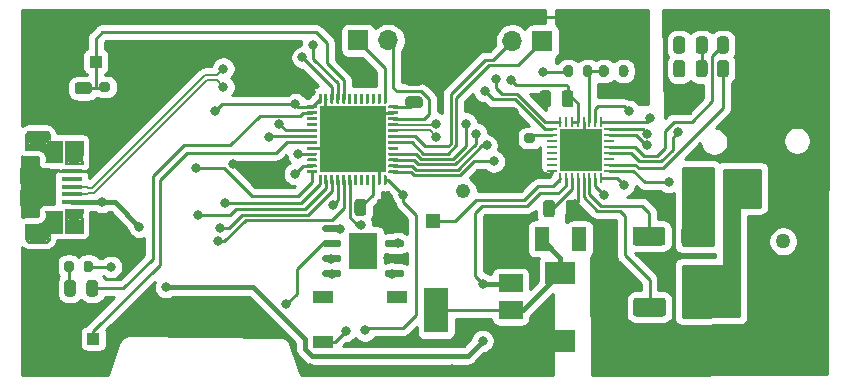
<source format=gbr>
%TF.GenerationSoftware,KiCad,Pcbnew,(5.1.9)-1*%
%TF.CreationDate,2021-04-11T16:36:30+08:00*%
%TF.ProjectId,st_usbAudioV1_demo,73745f75-7362-4417-9564-696f56315f64,rev?*%
%TF.SameCoordinates,Original*%
%TF.FileFunction,Copper,L1,Top*%
%TF.FilePolarity,Positive*%
%FSLAX46Y46*%
G04 Gerber Fmt 4.6, Leading zero omitted, Abs format (unit mm)*
G04 Created by KiCad (PCBNEW (5.1.9)-1) date 2021-04-11 16:36:30*
%MOMM*%
%LPD*%
G01*
G04 APERTURE LIST*
%TA.AperFunction,EtchedComponent*%
%ADD10C,0.001000*%
%TD*%
%TA.AperFunction,EtchedComponent*%
%ADD11C,0.005000*%
%TD*%
%TA.AperFunction,ComponentPad*%
%ADD12O,1.700000X1.700000*%
%TD*%
%TA.AperFunction,ComponentPad*%
%ADD13R,1.700000X1.700000*%
%TD*%
%TA.AperFunction,ComponentPad*%
%ADD14R,1.000000X1.000000*%
%TD*%
%TA.AperFunction,SMDPad,CuDef*%
%ADD15R,1.000000X1.000000*%
%TD*%
%TA.AperFunction,SMDPad,CuDef*%
%ADD16R,1.200000X2.000000*%
%TD*%
%TA.AperFunction,SMDPad,CuDef*%
%ADD17R,2.540800X1.870200*%
%TD*%
%TA.AperFunction,ComponentPad*%
%ADD18O,2.100000X1.050000*%
%TD*%
%TA.AperFunction,ComponentPad*%
%ADD19O,1.600000X0.800000*%
%TD*%
%TA.AperFunction,SMDPad,CuDef*%
%ADD20R,2.500000X1.375000*%
%TD*%
%TA.AperFunction,SMDPad,CuDef*%
%ADD21R,1.750000X0.400000*%
%TD*%
%TA.AperFunction,SMDPad,CuDef*%
%ADD22R,1.700000X1.000000*%
%TD*%
%TA.AperFunction,SMDPad,CuDef*%
%ADD23R,2.410000X3.100000*%
%TD*%
%TA.AperFunction,SMDPad,CuDef*%
%ADD24R,3.606800X3.606800*%
%TD*%
%TA.AperFunction,SMDPad,CuDef*%
%ADD25R,0.254800X0.807999*%
%TD*%
%TA.AperFunction,SMDPad,CuDef*%
%ADD26R,0.807999X0.254800*%
%TD*%
%TA.AperFunction,SMDPad,CuDef*%
%ADD27R,2.000000X1.500000*%
%TD*%
%TA.AperFunction,SMDPad,CuDef*%
%ADD28R,2.000000X3.800000*%
%TD*%
%TA.AperFunction,SMDPad,CuDef*%
%ADD29R,5.600000X5.600000*%
%TD*%
%TA.AperFunction,ComponentPad*%
%ADD30R,1.222000X1.222000*%
%TD*%
%TA.AperFunction,ComponentPad*%
%ADD31C,1.222000*%
%TD*%
%TA.AperFunction,ComponentPad*%
%ADD32C,1.258000*%
%TD*%
%TA.AperFunction,SMDPad,CuDef*%
%ADD33R,2.200000X2.500000*%
%TD*%
%TA.AperFunction,SMDPad,CuDef*%
%ADD34R,2.200000X2.300000*%
%TD*%
%TA.AperFunction,ViaPad*%
%ADD35C,0.800000*%
%TD*%
%TA.AperFunction,ViaPad*%
%ADD36C,3.600000*%
%TD*%
%TA.AperFunction,Conductor*%
%ADD37C,0.400000*%
%TD*%
%TA.AperFunction,Conductor*%
%ADD38C,0.250000*%
%TD*%
%TA.AperFunction,Conductor*%
%ADD39C,0.200000*%
%TD*%
%TA.AperFunction,Conductor*%
%ADD40C,0.254000*%
%TD*%
%TA.AperFunction,Conductor*%
%ADD41C,0.100000*%
%TD*%
G04 APERTURE END LIST*
D10*
%TO.C,USB1*%
G36*
X120482000Y-69270000D02*
G01*
X120482000Y-69070000D01*
X120481424Y-69048019D01*
X120479699Y-69026098D01*
X120476829Y-69004298D01*
X120472822Y-68982677D01*
X120467689Y-68961296D01*
X120461444Y-68940213D01*
X120454104Y-68919485D01*
X120445689Y-68899171D01*
X120436223Y-68879324D01*
X120425731Y-68860000D01*
X120414242Y-68841252D01*
X120401787Y-68823130D01*
X120388401Y-68805685D01*
X120374121Y-68788965D01*
X120358985Y-68773015D01*
X120343035Y-68757879D01*
X120326315Y-68743599D01*
X120308870Y-68730213D01*
X120290748Y-68717758D01*
X120272000Y-68706269D01*
X120252676Y-68695777D01*
X120232829Y-68686311D01*
X120212515Y-68677896D01*
X120191787Y-68670556D01*
X120170704Y-68664311D01*
X120149323Y-68659178D01*
X120127702Y-68655171D01*
X120105902Y-68652301D01*
X120083981Y-68650576D01*
X120062000Y-68650000D01*
X118802000Y-68650000D01*
X118780019Y-68650576D01*
X118758098Y-68652301D01*
X118736298Y-68655171D01*
X118714677Y-68659178D01*
X118693296Y-68664311D01*
X118672213Y-68670556D01*
X118651485Y-68677896D01*
X118631171Y-68686311D01*
X118611324Y-68695777D01*
X118592000Y-68706269D01*
X118573252Y-68717758D01*
X118555130Y-68730213D01*
X118537685Y-68743599D01*
X118520965Y-68757879D01*
X118505015Y-68773015D01*
X118489879Y-68788965D01*
X118475599Y-68805685D01*
X118462213Y-68823130D01*
X118449758Y-68841252D01*
X118438269Y-68860000D01*
X118427777Y-68879324D01*
X118418311Y-68899171D01*
X118409896Y-68919485D01*
X118402556Y-68940213D01*
X118396311Y-68961296D01*
X118391178Y-68982677D01*
X118387171Y-69004298D01*
X118384301Y-69026098D01*
X118382576Y-69048019D01*
X118382000Y-69070000D01*
X118382000Y-69295000D01*
X118387000Y-69295000D01*
X118387703Y-69270416D01*
X118389829Y-69243406D01*
X118393365Y-69216544D01*
X118398303Y-69189904D01*
X118404628Y-69163560D01*
X118412323Y-69137582D01*
X118421366Y-69112042D01*
X118431735Y-69087011D01*
X118443399Y-69062557D01*
X118456327Y-69038747D01*
X118470483Y-69015646D01*
X118485829Y-68993318D01*
X118502322Y-68971823D01*
X118519918Y-68951221D01*
X118538568Y-68931568D01*
X118558221Y-68912918D01*
X118578823Y-68895322D01*
X118600318Y-68878829D01*
X118622646Y-68863483D01*
X118645747Y-68849327D01*
X118669557Y-68836399D01*
X118694011Y-68824735D01*
X118719042Y-68814366D01*
X118744582Y-68805323D01*
X118770560Y-68797628D01*
X118796904Y-68791303D01*
X118823544Y-68786365D01*
X118850406Y-68782829D01*
X118877416Y-68780703D01*
X118907000Y-68780000D01*
X119987000Y-68780000D01*
X120007842Y-68781336D01*
X120033050Y-68784096D01*
X120058090Y-68788100D01*
X120082903Y-68793336D01*
X120107426Y-68799792D01*
X120131600Y-68807453D01*
X120155366Y-68816299D01*
X120178665Y-68826310D01*
X120201441Y-68837459D01*
X120223638Y-68849721D01*
X120245202Y-68863065D01*
X120266080Y-68877459D01*
X120286221Y-68892867D01*
X120305576Y-68909252D01*
X120324097Y-68926574D01*
X120341739Y-68944790D01*
X120358459Y-68963856D01*
X120374217Y-68983725D01*
X120388973Y-69004348D01*
X120402691Y-69025676D01*
X120415338Y-69047656D01*
X120426884Y-69070234D01*
X120437299Y-69093355D01*
X120446559Y-69116963D01*
X120454640Y-69140999D01*
X120461524Y-69165406D01*
X120467192Y-69190123D01*
X120471632Y-69215090D01*
X120474832Y-69240246D01*
X120477000Y-69270000D01*
X120482000Y-69270000D01*
G37*
X120482000Y-69270000D02*
X120482000Y-69070000D01*
X120481424Y-69048019D01*
X120479699Y-69026098D01*
X120476829Y-69004298D01*
X120472822Y-68982677D01*
X120467689Y-68961296D01*
X120461444Y-68940213D01*
X120454104Y-68919485D01*
X120445689Y-68899171D01*
X120436223Y-68879324D01*
X120425731Y-68860000D01*
X120414242Y-68841252D01*
X120401787Y-68823130D01*
X120388401Y-68805685D01*
X120374121Y-68788965D01*
X120358985Y-68773015D01*
X120343035Y-68757879D01*
X120326315Y-68743599D01*
X120308870Y-68730213D01*
X120290748Y-68717758D01*
X120272000Y-68706269D01*
X120252676Y-68695777D01*
X120232829Y-68686311D01*
X120212515Y-68677896D01*
X120191787Y-68670556D01*
X120170704Y-68664311D01*
X120149323Y-68659178D01*
X120127702Y-68655171D01*
X120105902Y-68652301D01*
X120083981Y-68650576D01*
X120062000Y-68650000D01*
X118802000Y-68650000D01*
X118780019Y-68650576D01*
X118758098Y-68652301D01*
X118736298Y-68655171D01*
X118714677Y-68659178D01*
X118693296Y-68664311D01*
X118672213Y-68670556D01*
X118651485Y-68677896D01*
X118631171Y-68686311D01*
X118611324Y-68695777D01*
X118592000Y-68706269D01*
X118573252Y-68717758D01*
X118555130Y-68730213D01*
X118537685Y-68743599D01*
X118520965Y-68757879D01*
X118505015Y-68773015D01*
X118489879Y-68788965D01*
X118475599Y-68805685D01*
X118462213Y-68823130D01*
X118449758Y-68841252D01*
X118438269Y-68860000D01*
X118427777Y-68879324D01*
X118418311Y-68899171D01*
X118409896Y-68919485D01*
X118402556Y-68940213D01*
X118396311Y-68961296D01*
X118391178Y-68982677D01*
X118387171Y-69004298D01*
X118384301Y-69026098D01*
X118382576Y-69048019D01*
X118382000Y-69070000D01*
X118382000Y-69295000D01*
X118387000Y-69295000D01*
X118387703Y-69270416D01*
X118389829Y-69243406D01*
X118393365Y-69216544D01*
X118398303Y-69189904D01*
X118404628Y-69163560D01*
X118412323Y-69137582D01*
X118421366Y-69112042D01*
X118431735Y-69087011D01*
X118443399Y-69062557D01*
X118456327Y-69038747D01*
X118470483Y-69015646D01*
X118485829Y-68993318D01*
X118502322Y-68971823D01*
X118519918Y-68951221D01*
X118538568Y-68931568D01*
X118558221Y-68912918D01*
X118578823Y-68895322D01*
X118600318Y-68878829D01*
X118622646Y-68863483D01*
X118645747Y-68849327D01*
X118669557Y-68836399D01*
X118694011Y-68824735D01*
X118719042Y-68814366D01*
X118744582Y-68805323D01*
X118770560Y-68797628D01*
X118796904Y-68791303D01*
X118823544Y-68786365D01*
X118850406Y-68782829D01*
X118877416Y-68780703D01*
X118907000Y-68780000D01*
X119987000Y-68780000D01*
X120007842Y-68781336D01*
X120033050Y-68784096D01*
X120058090Y-68788100D01*
X120082903Y-68793336D01*
X120107426Y-68799792D01*
X120131600Y-68807453D01*
X120155366Y-68816299D01*
X120178665Y-68826310D01*
X120201441Y-68837459D01*
X120223638Y-68849721D01*
X120245202Y-68863065D01*
X120266080Y-68877459D01*
X120286221Y-68892867D01*
X120305576Y-68909252D01*
X120324097Y-68926574D01*
X120341739Y-68944790D01*
X120358459Y-68963856D01*
X120374217Y-68983725D01*
X120388973Y-69004348D01*
X120402691Y-69025676D01*
X120415338Y-69047656D01*
X120426884Y-69070234D01*
X120437299Y-69093355D01*
X120446559Y-69116963D01*
X120454640Y-69140999D01*
X120461524Y-69165406D01*
X120467192Y-69190123D01*
X120471632Y-69215090D01*
X120474832Y-69240246D01*
X120477000Y-69270000D01*
X120482000Y-69270000D01*
G36*
X121532000Y-71325000D02*
G01*
X121532000Y-69500000D01*
X120482000Y-69500000D01*
X120482000Y-69325000D01*
X120477000Y-69325000D01*
X120474832Y-69354754D01*
X120471632Y-69379910D01*
X120467192Y-69404877D01*
X120461524Y-69429594D01*
X120454640Y-69454001D01*
X120446559Y-69478037D01*
X120437299Y-69501645D01*
X120426884Y-69524766D01*
X120415338Y-69547344D01*
X120402691Y-69569324D01*
X120388973Y-69590652D01*
X120374217Y-69611275D01*
X120358459Y-69631144D01*
X120341739Y-69650210D01*
X120324097Y-69668426D01*
X120305576Y-69685748D01*
X120286221Y-69702133D01*
X120266080Y-69717541D01*
X120245202Y-69731935D01*
X120223638Y-69745279D01*
X120201441Y-69757541D01*
X120178665Y-69768690D01*
X120155366Y-69778701D01*
X120131600Y-69787547D01*
X120107426Y-69795208D01*
X120082903Y-69801664D01*
X120058090Y-69806900D01*
X120033050Y-69810904D01*
X120007842Y-69813664D01*
X119987000Y-69815000D01*
X118902000Y-69820000D01*
X118880659Y-69819382D01*
X118854967Y-69817473D01*
X118829401Y-69814296D01*
X118804023Y-69809859D01*
X118778895Y-69804173D01*
X118754079Y-69797252D01*
X118729636Y-69789113D01*
X118705625Y-69779776D01*
X118682105Y-69769263D01*
X118659133Y-69757600D01*
X118636765Y-69744816D01*
X118615057Y-69730942D01*
X118594062Y-69716012D01*
X118573830Y-69700062D01*
X118554411Y-69683132D01*
X118535853Y-69665263D01*
X118518200Y-69646498D01*
X118501497Y-69626883D01*
X118485784Y-69606467D01*
X118471099Y-69585299D01*
X118457479Y-69563431D01*
X118444956Y-69540917D01*
X118433561Y-69517811D01*
X118423323Y-69494170D01*
X118414265Y-69470051D01*
X118406411Y-69445515D01*
X118399780Y-69420620D01*
X118394386Y-69395428D01*
X118390245Y-69370000D01*
X118387000Y-69340000D01*
X118382000Y-69340000D01*
X118382000Y-70275000D01*
X119432000Y-70275000D01*
X119484525Y-70280198D01*
X119531892Y-70288124D01*
X119578655Y-70299064D01*
X119624622Y-70312971D01*
X119669606Y-70329790D01*
X119713423Y-70349452D01*
X119755892Y-70371875D01*
X119796840Y-70396968D01*
X119836100Y-70424628D01*
X119873511Y-70454743D01*
X119908919Y-70487188D01*
X119942179Y-70521832D01*
X119973156Y-70558531D01*
X120001723Y-70597137D01*
X120027762Y-70637490D01*
X120051167Y-70679426D01*
X120071843Y-70722773D01*
X120089704Y-70767354D01*
X120104677Y-70812985D01*
X120116702Y-70859481D01*
X120125728Y-70906650D01*
X120131719Y-70954300D01*
X120134651Y-71002236D01*
X120134512Y-71050261D01*
X120131301Y-71098179D01*
X120125032Y-71145794D01*
X120115732Y-71192910D01*
X120103437Y-71239335D01*
X120088198Y-71284878D01*
X120072000Y-71325000D01*
X121532000Y-71325000D01*
G37*
X121532000Y-71325000D02*
X121532000Y-69500000D01*
X120482000Y-69500000D01*
X120482000Y-69325000D01*
X120477000Y-69325000D01*
X120474832Y-69354754D01*
X120471632Y-69379910D01*
X120467192Y-69404877D01*
X120461524Y-69429594D01*
X120454640Y-69454001D01*
X120446559Y-69478037D01*
X120437299Y-69501645D01*
X120426884Y-69524766D01*
X120415338Y-69547344D01*
X120402691Y-69569324D01*
X120388973Y-69590652D01*
X120374217Y-69611275D01*
X120358459Y-69631144D01*
X120341739Y-69650210D01*
X120324097Y-69668426D01*
X120305576Y-69685748D01*
X120286221Y-69702133D01*
X120266080Y-69717541D01*
X120245202Y-69731935D01*
X120223638Y-69745279D01*
X120201441Y-69757541D01*
X120178665Y-69768690D01*
X120155366Y-69778701D01*
X120131600Y-69787547D01*
X120107426Y-69795208D01*
X120082903Y-69801664D01*
X120058090Y-69806900D01*
X120033050Y-69810904D01*
X120007842Y-69813664D01*
X119987000Y-69815000D01*
X118902000Y-69820000D01*
X118880659Y-69819382D01*
X118854967Y-69817473D01*
X118829401Y-69814296D01*
X118804023Y-69809859D01*
X118778895Y-69804173D01*
X118754079Y-69797252D01*
X118729636Y-69789113D01*
X118705625Y-69779776D01*
X118682105Y-69769263D01*
X118659133Y-69757600D01*
X118636765Y-69744816D01*
X118615057Y-69730942D01*
X118594062Y-69716012D01*
X118573830Y-69700062D01*
X118554411Y-69683132D01*
X118535853Y-69665263D01*
X118518200Y-69646498D01*
X118501497Y-69626883D01*
X118485784Y-69606467D01*
X118471099Y-69585299D01*
X118457479Y-69563431D01*
X118444956Y-69540917D01*
X118433561Y-69517811D01*
X118423323Y-69494170D01*
X118414265Y-69470051D01*
X118406411Y-69445515D01*
X118399780Y-69420620D01*
X118394386Y-69395428D01*
X118390245Y-69370000D01*
X118387000Y-69340000D01*
X118382000Y-69340000D01*
X118382000Y-70275000D01*
X119432000Y-70275000D01*
X119484525Y-70280198D01*
X119531892Y-70288124D01*
X119578655Y-70299064D01*
X119624622Y-70312971D01*
X119669606Y-70329790D01*
X119713423Y-70349452D01*
X119755892Y-70371875D01*
X119796840Y-70396968D01*
X119836100Y-70424628D01*
X119873511Y-70454743D01*
X119908919Y-70487188D01*
X119942179Y-70521832D01*
X119973156Y-70558531D01*
X120001723Y-70597137D01*
X120027762Y-70637490D01*
X120051167Y-70679426D01*
X120071843Y-70722773D01*
X120089704Y-70767354D01*
X120104677Y-70812985D01*
X120116702Y-70859481D01*
X120125728Y-70906650D01*
X120131719Y-70954300D01*
X120134651Y-71002236D01*
X120134512Y-71050261D01*
X120131301Y-71098179D01*
X120125032Y-71145794D01*
X120115732Y-71192910D01*
X120103437Y-71239335D01*
X120088198Y-71284878D01*
X120072000Y-71325000D01*
X121532000Y-71325000D01*
G36*
X120482000Y-77530000D02*
G01*
X120482000Y-77730000D01*
X120481424Y-77751981D01*
X120479699Y-77773902D01*
X120476829Y-77795702D01*
X120472822Y-77817323D01*
X120467689Y-77838704D01*
X120461444Y-77859787D01*
X120454104Y-77880515D01*
X120445689Y-77900829D01*
X120436223Y-77920676D01*
X120425731Y-77940000D01*
X120414242Y-77958748D01*
X120401787Y-77976870D01*
X120388401Y-77994315D01*
X120374121Y-78011035D01*
X120358985Y-78026985D01*
X120343035Y-78042121D01*
X120326315Y-78056401D01*
X120308870Y-78069787D01*
X120290748Y-78082242D01*
X120272000Y-78093731D01*
X120252676Y-78104223D01*
X120232829Y-78113689D01*
X120212515Y-78122104D01*
X120191787Y-78129444D01*
X120170704Y-78135689D01*
X120149323Y-78140822D01*
X120127702Y-78144829D01*
X120105902Y-78147699D01*
X120083981Y-78149424D01*
X120062000Y-78150000D01*
X118802000Y-78150000D01*
X118780019Y-78149424D01*
X118758098Y-78147699D01*
X118736298Y-78144829D01*
X118714677Y-78140822D01*
X118693296Y-78135689D01*
X118672213Y-78129444D01*
X118651485Y-78122104D01*
X118631171Y-78113689D01*
X118611324Y-78104223D01*
X118592000Y-78093731D01*
X118573252Y-78082242D01*
X118555130Y-78069787D01*
X118537685Y-78056401D01*
X118520965Y-78042121D01*
X118505015Y-78026985D01*
X118489879Y-78011035D01*
X118475599Y-77994315D01*
X118462213Y-77976870D01*
X118449758Y-77958748D01*
X118438269Y-77940000D01*
X118427777Y-77920676D01*
X118418311Y-77900829D01*
X118409896Y-77880515D01*
X118402556Y-77859787D01*
X118396311Y-77838704D01*
X118391178Y-77817323D01*
X118387171Y-77795702D01*
X118384301Y-77773902D01*
X118382576Y-77751981D01*
X118382000Y-77730000D01*
X118382000Y-77505000D01*
X118387000Y-77505000D01*
X118387703Y-77529584D01*
X118389829Y-77556594D01*
X118393365Y-77583456D01*
X118398303Y-77610096D01*
X118404628Y-77636440D01*
X118412323Y-77662418D01*
X118421366Y-77687958D01*
X118431735Y-77712989D01*
X118443399Y-77737443D01*
X118456327Y-77761253D01*
X118470483Y-77784354D01*
X118485829Y-77806682D01*
X118502322Y-77828177D01*
X118519918Y-77848779D01*
X118538568Y-77868432D01*
X118558221Y-77887082D01*
X118578823Y-77904678D01*
X118600318Y-77921171D01*
X118622646Y-77936517D01*
X118645747Y-77950673D01*
X118669557Y-77963601D01*
X118694011Y-77975265D01*
X118719042Y-77985634D01*
X118744582Y-77994677D01*
X118770560Y-78002372D01*
X118796904Y-78008697D01*
X118823544Y-78013635D01*
X118850406Y-78017171D01*
X118877416Y-78019297D01*
X118907000Y-78020000D01*
X119987000Y-78020000D01*
X120007842Y-78018664D01*
X120033050Y-78015904D01*
X120058090Y-78011900D01*
X120082903Y-78006664D01*
X120107426Y-78000208D01*
X120131600Y-77992547D01*
X120155366Y-77983701D01*
X120178665Y-77973690D01*
X120201441Y-77962541D01*
X120223638Y-77950279D01*
X120245202Y-77936935D01*
X120266080Y-77922541D01*
X120286221Y-77907133D01*
X120305576Y-77890748D01*
X120324097Y-77873426D01*
X120341739Y-77855210D01*
X120358459Y-77836144D01*
X120374217Y-77816275D01*
X120388973Y-77795652D01*
X120402691Y-77774324D01*
X120415338Y-77752344D01*
X120426884Y-77729766D01*
X120437299Y-77706645D01*
X120446559Y-77683037D01*
X120454640Y-77659001D01*
X120461524Y-77634594D01*
X120467192Y-77609877D01*
X120471632Y-77584910D01*
X120474832Y-77559754D01*
X120477000Y-77530000D01*
X120482000Y-77530000D01*
G37*
X120482000Y-77530000D02*
X120482000Y-77730000D01*
X120481424Y-77751981D01*
X120479699Y-77773902D01*
X120476829Y-77795702D01*
X120472822Y-77817323D01*
X120467689Y-77838704D01*
X120461444Y-77859787D01*
X120454104Y-77880515D01*
X120445689Y-77900829D01*
X120436223Y-77920676D01*
X120425731Y-77940000D01*
X120414242Y-77958748D01*
X120401787Y-77976870D01*
X120388401Y-77994315D01*
X120374121Y-78011035D01*
X120358985Y-78026985D01*
X120343035Y-78042121D01*
X120326315Y-78056401D01*
X120308870Y-78069787D01*
X120290748Y-78082242D01*
X120272000Y-78093731D01*
X120252676Y-78104223D01*
X120232829Y-78113689D01*
X120212515Y-78122104D01*
X120191787Y-78129444D01*
X120170704Y-78135689D01*
X120149323Y-78140822D01*
X120127702Y-78144829D01*
X120105902Y-78147699D01*
X120083981Y-78149424D01*
X120062000Y-78150000D01*
X118802000Y-78150000D01*
X118780019Y-78149424D01*
X118758098Y-78147699D01*
X118736298Y-78144829D01*
X118714677Y-78140822D01*
X118693296Y-78135689D01*
X118672213Y-78129444D01*
X118651485Y-78122104D01*
X118631171Y-78113689D01*
X118611324Y-78104223D01*
X118592000Y-78093731D01*
X118573252Y-78082242D01*
X118555130Y-78069787D01*
X118537685Y-78056401D01*
X118520965Y-78042121D01*
X118505015Y-78026985D01*
X118489879Y-78011035D01*
X118475599Y-77994315D01*
X118462213Y-77976870D01*
X118449758Y-77958748D01*
X118438269Y-77940000D01*
X118427777Y-77920676D01*
X118418311Y-77900829D01*
X118409896Y-77880515D01*
X118402556Y-77859787D01*
X118396311Y-77838704D01*
X118391178Y-77817323D01*
X118387171Y-77795702D01*
X118384301Y-77773902D01*
X118382576Y-77751981D01*
X118382000Y-77730000D01*
X118382000Y-77505000D01*
X118387000Y-77505000D01*
X118387703Y-77529584D01*
X118389829Y-77556594D01*
X118393365Y-77583456D01*
X118398303Y-77610096D01*
X118404628Y-77636440D01*
X118412323Y-77662418D01*
X118421366Y-77687958D01*
X118431735Y-77712989D01*
X118443399Y-77737443D01*
X118456327Y-77761253D01*
X118470483Y-77784354D01*
X118485829Y-77806682D01*
X118502322Y-77828177D01*
X118519918Y-77848779D01*
X118538568Y-77868432D01*
X118558221Y-77887082D01*
X118578823Y-77904678D01*
X118600318Y-77921171D01*
X118622646Y-77936517D01*
X118645747Y-77950673D01*
X118669557Y-77963601D01*
X118694011Y-77975265D01*
X118719042Y-77985634D01*
X118744582Y-77994677D01*
X118770560Y-78002372D01*
X118796904Y-78008697D01*
X118823544Y-78013635D01*
X118850406Y-78017171D01*
X118877416Y-78019297D01*
X118907000Y-78020000D01*
X119987000Y-78020000D01*
X120007842Y-78018664D01*
X120033050Y-78015904D01*
X120058090Y-78011900D01*
X120082903Y-78006664D01*
X120107426Y-78000208D01*
X120131600Y-77992547D01*
X120155366Y-77983701D01*
X120178665Y-77973690D01*
X120201441Y-77962541D01*
X120223638Y-77950279D01*
X120245202Y-77936935D01*
X120266080Y-77922541D01*
X120286221Y-77907133D01*
X120305576Y-77890748D01*
X120324097Y-77873426D01*
X120341739Y-77855210D01*
X120358459Y-77836144D01*
X120374217Y-77816275D01*
X120388973Y-77795652D01*
X120402691Y-77774324D01*
X120415338Y-77752344D01*
X120426884Y-77729766D01*
X120437299Y-77706645D01*
X120446559Y-77683037D01*
X120454640Y-77659001D01*
X120461524Y-77634594D01*
X120467192Y-77609877D01*
X120471632Y-77584910D01*
X120474832Y-77559754D01*
X120477000Y-77530000D01*
X120482000Y-77530000D01*
G36*
X121532000Y-75475000D02*
G01*
X121532000Y-77300000D01*
X120482000Y-77300000D01*
X120482000Y-77475000D01*
X120477000Y-77475000D01*
X120474832Y-77445246D01*
X120471632Y-77420090D01*
X120467192Y-77395123D01*
X120461524Y-77370406D01*
X120454640Y-77345999D01*
X120446559Y-77321963D01*
X120437299Y-77298355D01*
X120426884Y-77275234D01*
X120415338Y-77252656D01*
X120402691Y-77230676D01*
X120388973Y-77209348D01*
X120374217Y-77188725D01*
X120358459Y-77168856D01*
X120341739Y-77149790D01*
X120324097Y-77131574D01*
X120305576Y-77114252D01*
X120286221Y-77097867D01*
X120266080Y-77082459D01*
X120245202Y-77068065D01*
X120223638Y-77054721D01*
X120201441Y-77042459D01*
X120178665Y-77031310D01*
X120155366Y-77021299D01*
X120131600Y-77012453D01*
X120107426Y-77004792D01*
X120082903Y-76998336D01*
X120058090Y-76993100D01*
X120033050Y-76989096D01*
X120007842Y-76986336D01*
X119987000Y-76985000D01*
X118902000Y-76980000D01*
X118880659Y-76980618D01*
X118854967Y-76982527D01*
X118829401Y-76985704D01*
X118804023Y-76990141D01*
X118778895Y-76995827D01*
X118754079Y-77002748D01*
X118729636Y-77010887D01*
X118705625Y-77020224D01*
X118682105Y-77030737D01*
X118659133Y-77042400D01*
X118636765Y-77055184D01*
X118615057Y-77069058D01*
X118594062Y-77083988D01*
X118573830Y-77099938D01*
X118554411Y-77116868D01*
X118535853Y-77134737D01*
X118518200Y-77153502D01*
X118501497Y-77173117D01*
X118485784Y-77193533D01*
X118471099Y-77214701D01*
X118457479Y-77236569D01*
X118444956Y-77259083D01*
X118433561Y-77282189D01*
X118423323Y-77305830D01*
X118414265Y-77329949D01*
X118406411Y-77354485D01*
X118399780Y-77379380D01*
X118394386Y-77404572D01*
X118390245Y-77430000D01*
X118387000Y-77460000D01*
X118382000Y-77460000D01*
X118382000Y-76525000D01*
X119432000Y-76525000D01*
X119484525Y-76519802D01*
X119531892Y-76511876D01*
X119578655Y-76500936D01*
X119624622Y-76487029D01*
X119669606Y-76470210D01*
X119713423Y-76450548D01*
X119755892Y-76428125D01*
X119796840Y-76403032D01*
X119836100Y-76375372D01*
X119873511Y-76345257D01*
X119908919Y-76312812D01*
X119942179Y-76278168D01*
X119973156Y-76241469D01*
X120001723Y-76202863D01*
X120027762Y-76162510D01*
X120051167Y-76120574D01*
X120071843Y-76077227D01*
X120089704Y-76032646D01*
X120104677Y-75987015D01*
X120116702Y-75940519D01*
X120125728Y-75893350D01*
X120131719Y-75845700D01*
X120134651Y-75797764D01*
X120134512Y-75749739D01*
X120131301Y-75701821D01*
X120125032Y-75654206D01*
X120115732Y-75607090D01*
X120103437Y-75560665D01*
X120088198Y-75515122D01*
X120072000Y-75475000D01*
X121532000Y-75475000D01*
G37*
X121532000Y-75475000D02*
X121532000Y-77300000D01*
X120482000Y-77300000D01*
X120482000Y-77475000D01*
X120477000Y-77475000D01*
X120474832Y-77445246D01*
X120471632Y-77420090D01*
X120467192Y-77395123D01*
X120461524Y-77370406D01*
X120454640Y-77345999D01*
X120446559Y-77321963D01*
X120437299Y-77298355D01*
X120426884Y-77275234D01*
X120415338Y-77252656D01*
X120402691Y-77230676D01*
X120388973Y-77209348D01*
X120374217Y-77188725D01*
X120358459Y-77168856D01*
X120341739Y-77149790D01*
X120324097Y-77131574D01*
X120305576Y-77114252D01*
X120286221Y-77097867D01*
X120266080Y-77082459D01*
X120245202Y-77068065D01*
X120223638Y-77054721D01*
X120201441Y-77042459D01*
X120178665Y-77031310D01*
X120155366Y-77021299D01*
X120131600Y-77012453D01*
X120107426Y-77004792D01*
X120082903Y-76998336D01*
X120058090Y-76993100D01*
X120033050Y-76989096D01*
X120007842Y-76986336D01*
X119987000Y-76985000D01*
X118902000Y-76980000D01*
X118880659Y-76980618D01*
X118854967Y-76982527D01*
X118829401Y-76985704D01*
X118804023Y-76990141D01*
X118778895Y-76995827D01*
X118754079Y-77002748D01*
X118729636Y-77010887D01*
X118705625Y-77020224D01*
X118682105Y-77030737D01*
X118659133Y-77042400D01*
X118636765Y-77055184D01*
X118615057Y-77069058D01*
X118594062Y-77083988D01*
X118573830Y-77099938D01*
X118554411Y-77116868D01*
X118535853Y-77134737D01*
X118518200Y-77153502D01*
X118501497Y-77173117D01*
X118485784Y-77193533D01*
X118471099Y-77214701D01*
X118457479Y-77236569D01*
X118444956Y-77259083D01*
X118433561Y-77282189D01*
X118423323Y-77305830D01*
X118414265Y-77329949D01*
X118406411Y-77354485D01*
X118399780Y-77379380D01*
X118394386Y-77404572D01*
X118390245Y-77430000D01*
X118387000Y-77460000D01*
X118382000Y-77460000D01*
X118382000Y-76525000D01*
X119432000Y-76525000D01*
X119484525Y-76519802D01*
X119531892Y-76511876D01*
X119578655Y-76500936D01*
X119624622Y-76487029D01*
X119669606Y-76470210D01*
X119713423Y-76450548D01*
X119755892Y-76428125D01*
X119796840Y-76403032D01*
X119836100Y-76375372D01*
X119873511Y-76345257D01*
X119908919Y-76312812D01*
X119942179Y-76278168D01*
X119973156Y-76241469D01*
X120001723Y-76202863D01*
X120027762Y-76162510D01*
X120051167Y-76120574D01*
X120071843Y-76077227D01*
X120089704Y-76032646D01*
X120104677Y-75987015D01*
X120116702Y-75940519D01*
X120125728Y-75893350D01*
X120131719Y-75845700D01*
X120134651Y-75797764D01*
X120134512Y-75749739D01*
X120131301Y-75701821D01*
X120125032Y-75654206D01*
X120115732Y-75607090D01*
X120103437Y-75560665D01*
X120088198Y-75515122D01*
X120072000Y-75475000D01*
X121532000Y-75475000D01*
D11*
G36*
X123242000Y-75600000D02*
G01*
X123242000Y-75300000D01*
X121782000Y-75300000D01*
X121782000Y-75610000D01*
X121786578Y-75602377D01*
X121792425Y-75593198D01*
X121798537Y-75584194D01*
X121804908Y-75575371D01*
X121811533Y-75566738D01*
X121818406Y-75558300D01*
X121825522Y-75550066D01*
X121832874Y-75542043D01*
X121840456Y-75534237D01*
X121848263Y-75526654D01*
X121856286Y-75519302D01*
X121864520Y-75512186D01*
X121872957Y-75505313D01*
X121881591Y-75498688D01*
X121890414Y-75492317D01*
X121899418Y-75486205D01*
X121908596Y-75480358D01*
X121917941Y-75474780D01*
X121927444Y-75469477D01*
X121937097Y-75464452D01*
X121946892Y-75459710D01*
X121956821Y-75455254D01*
X121966875Y-75451090D01*
X121977046Y-75447219D01*
X121987325Y-75443646D01*
X121997704Y-75440374D01*
X122008174Y-75437405D01*
X122018725Y-75434741D01*
X122029350Y-75432386D01*
X122042000Y-75430000D01*
X123012000Y-75440000D01*
X123019239Y-75441669D01*
X123028035Y-75443944D01*
X123036761Y-75446474D01*
X123045410Y-75449256D01*
X123053974Y-75452289D01*
X123062447Y-75455570D01*
X123070820Y-75459095D01*
X123079088Y-75462863D01*
X123087242Y-75466870D01*
X123095277Y-75471112D01*
X123103184Y-75475585D01*
X123110958Y-75480287D01*
X123118593Y-75485214D01*
X123126080Y-75490360D01*
X123133415Y-75495721D01*
X123140591Y-75501294D01*
X123147601Y-75507073D01*
X123154441Y-75513054D01*
X123161103Y-75519231D01*
X123167584Y-75525599D01*
X123173876Y-75532153D01*
X123179975Y-75538887D01*
X123185876Y-75545795D01*
X123191573Y-75552873D01*
X123197062Y-75560113D01*
X123202338Y-75567510D01*
X123207396Y-75575057D01*
X123212233Y-75582747D01*
X123216844Y-75590576D01*
X123222000Y-75600000D01*
X123242000Y-75600000D01*
G37*
X123242000Y-75600000D02*
X123242000Y-75300000D01*
X121782000Y-75300000D01*
X121782000Y-75610000D01*
X121786578Y-75602377D01*
X121792425Y-75593198D01*
X121798537Y-75584194D01*
X121804908Y-75575371D01*
X121811533Y-75566738D01*
X121818406Y-75558300D01*
X121825522Y-75550066D01*
X121832874Y-75542043D01*
X121840456Y-75534237D01*
X121848263Y-75526654D01*
X121856286Y-75519302D01*
X121864520Y-75512186D01*
X121872957Y-75505313D01*
X121881591Y-75498688D01*
X121890414Y-75492317D01*
X121899418Y-75486205D01*
X121908596Y-75480358D01*
X121917941Y-75474780D01*
X121927444Y-75469477D01*
X121937097Y-75464452D01*
X121946892Y-75459710D01*
X121956821Y-75455254D01*
X121966875Y-75451090D01*
X121977046Y-75447219D01*
X121987325Y-75443646D01*
X121997704Y-75440374D01*
X122008174Y-75437405D01*
X122018725Y-75434741D01*
X122029350Y-75432386D01*
X122042000Y-75430000D01*
X123012000Y-75440000D01*
X123019239Y-75441669D01*
X123028035Y-75443944D01*
X123036761Y-75446474D01*
X123045410Y-75449256D01*
X123053974Y-75452289D01*
X123062447Y-75455570D01*
X123070820Y-75459095D01*
X123079088Y-75462863D01*
X123087242Y-75466870D01*
X123095277Y-75471112D01*
X123103184Y-75475585D01*
X123110958Y-75480287D01*
X123118593Y-75485214D01*
X123126080Y-75490360D01*
X123133415Y-75495721D01*
X123140591Y-75501294D01*
X123147601Y-75507073D01*
X123154441Y-75513054D01*
X123161103Y-75519231D01*
X123167584Y-75525599D01*
X123173876Y-75532153D01*
X123179975Y-75538887D01*
X123185876Y-75545795D01*
X123191573Y-75552873D01*
X123197062Y-75560113D01*
X123202338Y-75567510D01*
X123207396Y-75575057D01*
X123212233Y-75582747D01*
X123216844Y-75590576D01*
X123222000Y-75600000D01*
X123242000Y-75600000D01*
G36*
X123242000Y-77300000D02*
G01*
X123242000Y-76050000D01*
X123235598Y-76059955D01*
X123229543Y-76068765D01*
X123223234Y-76077395D01*
X123216677Y-76085839D01*
X123209877Y-76094088D01*
X123202840Y-76102135D01*
X123195572Y-76109975D01*
X123188079Y-76117600D01*
X123180368Y-76125004D01*
X123172444Y-76132180D01*
X123164315Y-76139123D01*
X123155987Y-76145827D01*
X123147468Y-76152285D01*
X123138765Y-76158493D01*
X123129885Y-76164445D01*
X123120835Y-76170137D01*
X123111624Y-76175563D01*
X123102259Y-76180718D01*
X123092748Y-76185599D01*
X123083099Y-76190202D01*
X123073320Y-76194521D01*
X123063420Y-76198555D01*
X123053406Y-76202299D01*
X123043288Y-76205750D01*
X123033074Y-76208905D01*
X123022772Y-76211762D01*
X123012392Y-76214318D01*
X123001941Y-76216571D01*
X122991430Y-76218519D01*
X122982000Y-76220000D01*
X122022000Y-76210000D01*
X122010445Y-76206744D01*
X122000191Y-76203511D01*
X121990036Y-76199981D01*
X121979987Y-76196158D01*
X121970055Y-76192043D01*
X121960246Y-76187642D01*
X121950569Y-76182957D01*
X121941032Y-76177993D01*
X121931644Y-76172753D01*
X121922413Y-76167243D01*
X121913345Y-76161466D01*
X121904450Y-76155428D01*
X121895733Y-76149134D01*
X121887204Y-76142589D01*
X121878868Y-76135799D01*
X121870734Y-76128769D01*
X121862807Y-76121506D01*
X121855095Y-76114015D01*
X121847604Y-76106303D01*
X121840341Y-76098376D01*
X121833311Y-76090242D01*
X121826521Y-76081906D01*
X121819976Y-76073376D01*
X121813682Y-76064660D01*
X121807644Y-76055765D01*
X121801867Y-76046697D01*
X121796357Y-76037465D01*
X121791117Y-76028077D01*
X121786153Y-76018541D01*
X121782000Y-76010000D01*
X121782000Y-77300000D01*
X123242000Y-77300000D01*
G37*
X123242000Y-77300000D02*
X123242000Y-76050000D01*
X123235598Y-76059955D01*
X123229543Y-76068765D01*
X123223234Y-76077395D01*
X123216677Y-76085839D01*
X123209877Y-76094088D01*
X123202840Y-76102135D01*
X123195572Y-76109975D01*
X123188079Y-76117600D01*
X123180368Y-76125004D01*
X123172444Y-76132180D01*
X123164315Y-76139123D01*
X123155987Y-76145827D01*
X123147468Y-76152285D01*
X123138765Y-76158493D01*
X123129885Y-76164445D01*
X123120835Y-76170137D01*
X123111624Y-76175563D01*
X123102259Y-76180718D01*
X123092748Y-76185599D01*
X123083099Y-76190202D01*
X123073320Y-76194521D01*
X123063420Y-76198555D01*
X123053406Y-76202299D01*
X123043288Y-76205750D01*
X123033074Y-76208905D01*
X123022772Y-76211762D01*
X123012392Y-76214318D01*
X123001941Y-76216571D01*
X122991430Y-76218519D01*
X122982000Y-76220000D01*
X122022000Y-76210000D01*
X122010445Y-76206744D01*
X122000191Y-76203511D01*
X121990036Y-76199981D01*
X121979987Y-76196158D01*
X121970055Y-76192043D01*
X121960246Y-76187642D01*
X121950569Y-76182957D01*
X121941032Y-76177993D01*
X121931644Y-76172753D01*
X121922413Y-76167243D01*
X121913345Y-76161466D01*
X121904450Y-76155428D01*
X121895733Y-76149134D01*
X121887204Y-76142589D01*
X121878868Y-76135799D01*
X121870734Y-76128769D01*
X121862807Y-76121506D01*
X121855095Y-76114015D01*
X121847604Y-76106303D01*
X121840341Y-76098376D01*
X121833311Y-76090242D01*
X121826521Y-76081906D01*
X121819976Y-76073376D01*
X121813682Y-76064660D01*
X121807644Y-76055765D01*
X121801867Y-76046697D01*
X121796357Y-76037465D01*
X121791117Y-76028077D01*
X121786153Y-76018541D01*
X121782000Y-76010000D01*
X121782000Y-77300000D01*
X123242000Y-77300000D01*
G36*
X123242000Y-71200000D02*
G01*
X123242000Y-71500000D01*
X121782000Y-71500000D01*
X121782000Y-71190000D01*
X121786578Y-71197623D01*
X121792425Y-71206802D01*
X121798537Y-71215806D01*
X121804908Y-71224629D01*
X121811533Y-71233262D01*
X121818406Y-71241700D01*
X121825522Y-71249934D01*
X121832874Y-71257957D01*
X121840456Y-71265763D01*
X121848263Y-71273346D01*
X121856286Y-71280698D01*
X121864520Y-71287814D01*
X121872957Y-71294687D01*
X121881591Y-71301312D01*
X121890414Y-71307683D01*
X121899418Y-71313795D01*
X121908596Y-71319642D01*
X121917941Y-71325220D01*
X121927444Y-71330523D01*
X121937097Y-71335548D01*
X121946892Y-71340290D01*
X121956821Y-71344746D01*
X121966875Y-71348910D01*
X121977046Y-71352781D01*
X121987325Y-71356354D01*
X121997704Y-71359626D01*
X122008174Y-71362595D01*
X122018725Y-71365259D01*
X122029350Y-71367614D01*
X122042000Y-71370000D01*
X123012000Y-71360000D01*
X123019239Y-71358331D01*
X123028035Y-71356056D01*
X123036761Y-71353526D01*
X123045410Y-71350744D01*
X123053974Y-71347711D01*
X123062447Y-71344430D01*
X123070820Y-71340905D01*
X123079088Y-71337137D01*
X123087242Y-71333130D01*
X123095277Y-71328888D01*
X123103184Y-71324415D01*
X123110958Y-71319713D01*
X123118593Y-71314786D01*
X123126080Y-71309640D01*
X123133415Y-71304279D01*
X123140591Y-71298706D01*
X123147601Y-71292927D01*
X123154441Y-71286946D01*
X123161103Y-71280769D01*
X123167584Y-71274401D01*
X123173876Y-71267847D01*
X123179975Y-71261113D01*
X123185876Y-71254205D01*
X123191573Y-71247127D01*
X123197062Y-71239887D01*
X123202338Y-71232490D01*
X123207396Y-71224943D01*
X123212233Y-71217253D01*
X123216844Y-71209424D01*
X123222000Y-71200000D01*
X123242000Y-71200000D01*
G37*
X123242000Y-71200000D02*
X123242000Y-71500000D01*
X121782000Y-71500000D01*
X121782000Y-71190000D01*
X121786578Y-71197623D01*
X121792425Y-71206802D01*
X121798537Y-71215806D01*
X121804908Y-71224629D01*
X121811533Y-71233262D01*
X121818406Y-71241700D01*
X121825522Y-71249934D01*
X121832874Y-71257957D01*
X121840456Y-71265763D01*
X121848263Y-71273346D01*
X121856286Y-71280698D01*
X121864520Y-71287814D01*
X121872957Y-71294687D01*
X121881591Y-71301312D01*
X121890414Y-71307683D01*
X121899418Y-71313795D01*
X121908596Y-71319642D01*
X121917941Y-71325220D01*
X121927444Y-71330523D01*
X121937097Y-71335548D01*
X121946892Y-71340290D01*
X121956821Y-71344746D01*
X121966875Y-71348910D01*
X121977046Y-71352781D01*
X121987325Y-71356354D01*
X121997704Y-71359626D01*
X122008174Y-71362595D01*
X122018725Y-71365259D01*
X122029350Y-71367614D01*
X122042000Y-71370000D01*
X123012000Y-71360000D01*
X123019239Y-71358331D01*
X123028035Y-71356056D01*
X123036761Y-71353526D01*
X123045410Y-71350744D01*
X123053974Y-71347711D01*
X123062447Y-71344430D01*
X123070820Y-71340905D01*
X123079088Y-71337137D01*
X123087242Y-71333130D01*
X123095277Y-71328888D01*
X123103184Y-71324415D01*
X123110958Y-71319713D01*
X123118593Y-71314786D01*
X123126080Y-71309640D01*
X123133415Y-71304279D01*
X123140591Y-71298706D01*
X123147601Y-71292927D01*
X123154441Y-71286946D01*
X123161103Y-71280769D01*
X123167584Y-71274401D01*
X123173876Y-71267847D01*
X123179975Y-71261113D01*
X123185876Y-71254205D01*
X123191573Y-71247127D01*
X123197062Y-71239887D01*
X123202338Y-71232490D01*
X123207396Y-71224943D01*
X123212233Y-71217253D01*
X123216844Y-71209424D01*
X123222000Y-71200000D01*
X123242000Y-71200000D01*
G36*
X123242000Y-69500000D02*
G01*
X123242000Y-70750000D01*
X123235598Y-70740045D01*
X123229543Y-70731235D01*
X123223234Y-70722605D01*
X123216677Y-70714161D01*
X123209877Y-70705912D01*
X123202840Y-70697865D01*
X123195572Y-70690025D01*
X123188079Y-70682400D01*
X123180368Y-70674996D01*
X123172444Y-70667820D01*
X123164315Y-70660877D01*
X123155987Y-70654173D01*
X123147468Y-70647715D01*
X123138765Y-70641507D01*
X123129885Y-70635555D01*
X123120835Y-70629863D01*
X123111624Y-70624437D01*
X123102259Y-70619282D01*
X123092748Y-70614401D01*
X123083099Y-70609798D01*
X123073320Y-70605479D01*
X123063420Y-70601445D01*
X123053406Y-70597701D01*
X123043288Y-70594250D01*
X123033074Y-70591095D01*
X123022772Y-70588238D01*
X123012392Y-70585682D01*
X123001941Y-70583429D01*
X122991430Y-70581481D01*
X122982000Y-70580000D01*
X122022000Y-70590000D01*
X122010445Y-70593256D01*
X122000191Y-70596489D01*
X121990036Y-70600019D01*
X121979987Y-70603842D01*
X121970055Y-70607957D01*
X121960246Y-70612358D01*
X121950569Y-70617043D01*
X121941032Y-70622007D01*
X121931644Y-70627247D01*
X121922413Y-70632757D01*
X121913345Y-70638534D01*
X121904450Y-70644572D01*
X121895733Y-70650866D01*
X121887204Y-70657411D01*
X121878868Y-70664201D01*
X121870734Y-70671231D01*
X121862807Y-70678494D01*
X121855095Y-70685985D01*
X121847604Y-70693697D01*
X121840341Y-70701624D01*
X121833311Y-70709758D01*
X121826521Y-70718094D01*
X121819976Y-70726624D01*
X121813682Y-70735340D01*
X121807644Y-70744235D01*
X121801867Y-70753303D01*
X121796357Y-70762535D01*
X121791117Y-70771923D01*
X121786153Y-70781459D01*
X121782000Y-70790000D01*
X121782000Y-69500000D01*
X123242000Y-69500000D01*
G37*
X123242000Y-69500000D02*
X123242000Y-70750000D01*
X123235598Y-70740045D01*
X123229543Y-70731235D01*
X123223234Y-70722605D01*
X123216677Y-70714161D01*
X123209877Y-70705912D01*
X123202840Y-70697865D01*
X123195572Y-70690025D01*
X123188079Y-70682400D01*
X123180368Y-70674996D01*
X123172444Y-70667820D01*
X123164315Y-70660877D01*
X123155987Y-70654173D01*
X123147468Y-70647715D01*
X123138765Y-70641507D01*
X123129885Y-70635555D01*
X123120835Y-70629863D01*
X123111624Y-70624437D01*
X123102259Y-70619282D01*
X123092748Y-70614401D01*
X123083099Y-70609798D01*
X123073320Y-70605479D01*
X123063420Y-70601445D01*
X123053406Y-70597701D01*
X123043288Y-70594250D01*
X123033074Y-70591095D01*
X123022772Y-70588238D01*
X123012392Y-70585682D01*
X123001941Y-70583429D01*
X122991430Y-70581481D01*
X122982000Y-70580000D01*
X122022000Y-70590000D01*
X122010445Y-70593256D01*
X122000191Y-70596489D01*
X121990036Y-70600019D01*
X121979987Y-70603842D01*
X121970055Y-70607957D01*
X121960246Y-70612358D01*
X121950569Y-70617043D01*
X121941032Y-70622007D01*
X121931644Y-70627247D01*
X121922413Y-70632757D01*
X121913345Y-70638534D01*
X121904450Y-70644572D01*
X121895733Y-70650866D01*
X121887204Y-70657411D01*
X121878868Y-70664201D01*
X121870734Y-70671231D01*
X121862807Y-70678494D01*
X121855095Y-70685985D01*
X121847604Y-70693697D01*
X121840341Y-70701624D01*
X121833311Y-70709758D01*
X121826521Y-70718094D01*
X121819976Y-70726624D01*
X121813682Y-70735340D01*
X121807644Y-70744235D01*
X121801867Y-70753303D01*
X121796357Y-70762535D01*
X121791117Y-70771923D01*
X121786153Y-70781459D01*
X121782000Y-70790000D01*
X121782000Y-69500000D01*
X123242000Y-69500000D01*
%TD*%
D12*
%TO.P,J1,3*%
%TO.N,GND*%
X151640000Y-61000000D03*
%TO.P,J1,2*%
%TO.N,/SWDIO*%
X149100000Y-61000000D03*
D13*
%TO.P,J1,1*%
%TO.N,/SWCLK*%
X146560000Y-61000000D03*
%TD*%
D14*
%TO.P,RST,1*%
%TO.N,/NRST*%
X124150000Y-86250000D03*
%TD*%
D15*
%TO.P,BT0,1*%
%TO.N,/BOOT0*%
X124350000Y-62800000D03*
%TD*%
D16*
%TO.P,L1,2*%
%TO.N,+3.3VA*%
X165300000Y-77800000D03*
%TO.P,L1,1*%
%TO.N,Net-(C8-Pad1)*%
X162100000Y-77800000D03*
%TD*%
D17*
%TO.P,C8,2*%
%TO.N,GND*%
X163700000Y-86431399D03*
%TO.P,C8,1*%
%TO.N,Net-(C8-Pad1)*%
X163700000Y-80668601D03*
%TD*%
D18*
%TO.P,USB1,P3*%
%TO.N,GND*%
X119432000Y-69300000D03*
%TO.P,USB1,P6*%
X119432000Y-77500000D03*
D19*
%TO.P,USB1,P2*%
X122512000Y-75825000D03*
%TO.P,USB1,P1*%
X122512000Y-70975000D03*
D20*
%TO.P,USB1,P5*%
X119232000Y-74337500D03*
%TO.P,USB1,P4*%
X119232000Y-72462500D03*
D21*
%TO.P,USB1,1*%
%TO.N,+5V*%
X122307000Y-74700000D03*
%TO.P,USB1,2*%
%TO.N,/d_N*%
X122307000Y-74050000D03*
%TO.P,USB1,3*%
%TO.N,/d_P*%
X122307000Y-73400000D03*
%TO.P,USB1,4*%
%TO.N,Net-(USB1-Pad4)*%
X122307000Y-72750000D03*
%TO.P,USB1,5*%
%TO.N,GND*%
X122307000Y-72100000D03*
%TD*%
D22*
%TO.P,SW3,4*%
%TO.N,GND*%
X149900000Y-86500000D03*
%TO.P,SW3,3*%
%TO.N,/USR*%
X143600000Y-86500000D03*
%TO.P,SW3,1*%
%TO.N,N/C*%
X143600000Y-82700000D03*
%TO.P,SW3,2*%
X149900000Y-82700000D03*
%TD*%
D23*
%TO.P,U5,9*%
%TO.N,N/C*%
X147000000Y-78840000D03*
%TO.P,U5,8*%
%TO.N,Net-(C22-Pad1)*%
%TA.AperFunction,SMDPad,CuDef*%
G36*
G01*
X145150000Y-80595000D02*
X145150000Y-80895000D01*
G75*
G02*
X145000000Y-81045000I-150000J0D01*
G01*
X143700000Y-81045000D01*
G75*
G02*
X143550000Y-80895000I0J150000D01*
G01*
X143550000Y-80595000D01*
G75*
G02*
X143700000Y-80445000I150000J0D01*
G01*
X145000000Y-80445000D01*
G75*
G02*
X145150000Y-80595000I0J-150000D01*
G01*
G37*
%TD.AperFunction*%
%TO.P,U5,7*%
%TO.N,Net-(C21-Pad2)*%
%TA.AperFunction,SMDPad,CuDef*%
G36*
G01*
X145150000Y-79325000D02*
X145150000Y-79625000D01*
G75*
G02*
X145000000Y-79775000I-150000J0D01*
G01*
X143700000Y-79775000D01*
G75*
G02*
X143550000Y-79625000I0J150000D01*
G01*
X143550000Y-79325000D01*
G75*
G02*
X143700000Y-79175000I150000J0D01*
G01*
X145000000Y-79175000D01*
G75*
G02*
X145150000Y-79325000I0J-150000D01*
G01*
G37*
%TD.AperFunction*%
%TO.P,U5,6*%
%TO.N,+3V3*%
%TA.AperFunction,SMDPad,CuDef*%
G36*
G01*
X145150000Y-78055000D02*
X145150000Y-78355000D01*
G75*
G02*
X145000000Y-78505000I-150000J0D01*
G01*
X143700000Y-78505000D01*
G75*
G02*
X143550000Y-78355000I0J150000D01*
G01*
X143550000Y-78055000D01*
G75*
G02*
X143700000Y-77905000I150000J0D01*
G01*
X145000000Y-77905000D01*
G75*
G02*
X145150000Y-78055000I0J-150000D01*
G01*
G37*
%TD.AperFunction*%
%TO.P,U5,5*%
%TO.N,/AMP_OUT*%
%TA.AperFunction,SMDPad,CuDef*%
G36*
G01*
X145150000Y-76785000D02*
X145150000Y-77085000D01*
G75*
G02*
X145000000Y-77235000I-150000J0D01*
G01*
X143700000Y-77235000D01*
G75*
G02*
X143550000Y-77085000I0J150000D01*
G01*
X143550000Y-76785000D01*
G75*
G02*
X143700000Y-76635000I150000J0D01*
G01*
X145000000Y-76635000D01*
G75*
G02*
X145150000Y-76785000I0J-150000D01*
G01*
G37*
%TD.AperFunction*%
%TO.P,U5,4*%
%TO.N,GND*%
%TA.AperFunction,SMDPad,CuDef*%
G36*
G01*
X150450000Y-76785000D02*
X150450000Y-77085000D01*
G75*
G02*
X150300000Y-77235000I-150000J0D01*
G01*
X149000000Y-77235000D01*
G75*
G02*
X148850000Y-77085000I0J150000D01*
G01*
X148850000Y-76785000D01*
G75*
G02*
X149000000Y-76635000I150000J0D01*
G01*
X150300000Y-76635000D01*
G75*
G02*
X150450000Y-76785000I0J-150000D01*
G01*
G37*
%TD.AperFunction*%
%TO.P,U5,3*%
%TO.N,Net-(C19-Pad1)*%
%TA.AperFunction,SMDPad,CuDef*%
G36*
G01*
X150450000Y-78055000D02*
X150450000Y-78355000D01*
G75*
G02*
X150300000Y-78505000I-150000J0D01*
G01*
X149000000Y-78505000D01*
G75*
G02*
X148850000Y-78355000I0J150000D01*
G01*
X148850000Y-78055000D01*
G75*
G02*
X149000000Y-77905000I150000J0D01*
G01*
X150300000Y-77905000D01*
G75*
G02*
X150450000Y-78055000I0J-150000D01*
G01*
G37*
%TD.AperFunction*%
%TO.P,U5,2*%
%TO.N,GND*%
%TA.AperFunction,SMDPad,CuDef*%
G36*
G01*
X150450000Y-79325000D02*
X150450000Y-79625000D01*
G75*
G02*
X150300000Y-79775000I-150000J0D01*
G01*
X149000000Y-79775000D01*
G75*
G02*
X148850000Y-79625000I0J150000D01*
G01*
X148850000Y-79325000D01*
G75*
G02*
X149000000Y-79175000I150000J0D01*
G01*
X150300000Y-79175000D01*
G75*
G02*
X150450000Y-79325000I0J-150000D01*
G01*
G37*
%TD.AperFunction*%
%TO.P,U5,1*%
%TO.N,Net-(R18-Pad2)*%
%TA.AperFunction,SMDPad,CuDef*%
G36*
G01*
X150450000Y-80595000D02*
X150450000Y-80895000D01*
G75*
G02*
X150300000Y-81045000I-150000J0D01*
G01*
X149000000Y-81045000D01*
G75*
G02*
X148850000Y-80895000I0J150000D01*
G01*
X148850000Y-80595000D01*
G75*
G02*
X149000000Y-80445000I150000J0D01*
G01*
X150300000Y-80445000D01*
G75*
G02*
X150450000Y-80595000I0J-150000D01*
G01*
G37*
%TD.AperFunction*%
%TD*%
D24*
%TO.P,U4,33*%
%TO.N,GND*%
X165400000Y-70300000D03*
D25*
%TO.P,U4,32*%
%TO.N,/MICBIAS*%
X167149999Y-72697900D03*
%TO.P,U4,31*%
%TO.N,+3.3VA*%
X166650000Y-72697900D03*
%TO.P,U4,30*%
%TO.N,Net-(C29-Pad1)*%
X166150001Y-72697900D03*
%TO.P,U4,29*%
%TO.N,Net-(C31-Pad1)*%
X165650000Y-72697900D03*
%TO.P,U4,28*%
%TO.N,GNDA*%
X165150000Y-72697900D03*
%TO.P,U4,27*%
%TO.N,Net-(C27-Pad2)*%
X164649999Y-72697900D03*
%TO.P,U4,26*%
%TO.N,+5V*%
X164150000Y-72697900D03*
%TO.P,U4,25*%
%TO.N,/SPK+*%
X163650001Y-72697900D03*
D26*
%TO.P,U4,24*%
%TO.N,GND*%
X163002100Y-72049999D03*
%TO.P,U4,23*%
%TO.N,Net-(U4-Pad23)*%
X163002100Y-71550000D03*
%TO.P,U4,22*%
%TO.N,Net-(U4-Pad22)*%
X163002100Y-71050001D03*
%TO.P,U4,21*%
%TO.N,Net-(U4-Pad21)*%
X163002100Y-70550000D03*
%TO.P,U4,20*%
%TO.N,Net-(U4-Pad20)*%
X163002100Y-70050000D03*
%TO.P,U4,19*%
%TO.N,Net-(U4-Pad19)*%
X163002100Y-69549999D03*
%TO.P,U4,18*%
%TO.N,Net-(R12-Pad1)*%
X163002100Y-69050000D03*
%TO.P,U4,17*%
%TO.N,/SDA*%
X163002100Y-68550001D03*
D25*
%TO.P,U4,16*%
%TO.N,/SCL*%
X163650001Y-67902100D03*
%TO.P,U4,15*%
%TO.N,Net-(U4-Pad15)*%
X164150000Y-67902100D03*
%TO.P,U4,14*%
%TO.N,+3V3*%
X164649999Y-67902100D03*
%TO.P,U4,13*%
X165150000Y-67902100D03*
%TO.P,U4,12*%
%TO.N,GND*%
X165650000Y-67902100D03*
%TO.P,U4,11*%
%TO.N,Net-(R8-Pad1)*%
X166150001Y-67902100D03*
%TO.P,U4,10*%
%TO.N,/SDIN*%
X166650000Y-67902100D03*
%TO.P,U4,9*%
%TO.N,/SDOUT*%
X167149999Y-67902100D03*
D26*
%TO.P,U4,8*%
%TO.N,/BCLK*%
X167797900Y-68550001D03*
%TO.P,U4,7*%
%TO.N,/LRCK*%
X167797900Y-69050000D03*
%TO.P,U4,6*%
%TO.N,/R2*%
X167797900Y-69549999D03*
%TO.P,U4,5*%
%TO.N,/RIN*%
X167797900Y-70050000D03*
%TO.P,U4,4*%
%TO.N,/RIP*%
X167797900Y-70550000D03*
%TO.P,U4,3*%
%TO.N,/L2*%
X167797900Y-71050001D03*
%TO.P,U4,2*%
%TO.N,/LIN*%
X167797900Y-71550000D03*
%TO.P,U4,1*%
%TO.N,/LIP*%
X167797900Y-72049999D03*
%TD*%
D27*
%TO.P,U3,1*%
%TO.N,GND*%
X159475000Y-86150000D03*
%TO.P,U3,3*%
%TO.N,+5V*%
X159475000Y-81550000D03*
%TO.P,U3,2*%
%TO.N,Net-(C8-Pad1)*%
X159475000Y-83850000D03*
D28*
X153175000Y-83850000D03*
%TD*%
D29*
%TO.P,U1,49*%
%TO.N,GND*%
X146094000Y-69380000D03*
%TO.P,U1,48*%
%TO.N,+3V3*%
%TA.AperFunction,SMDPad,CuDef*%
G36*
G01*
X143219000Y-66317500D02*
X143219000Y-65567500D01*
G75*
G02*
X143281500Y-65505000I62500J0D01*
G01*
X143406500Y-65505000D01*
G75*
G02*
X143469000Y-65567500I0J-62500D01*
G01*
X143469000Y-66317500D01*
G75*
G02*
X143406500Y-66380000I-62500J0D01*
G01*
X143281500Y-66380000D01*
G75*
G02*
X143219000Y-66317500I0J62500D01*
G01*
G37*
%TD.AperFunction*%
%TO.P,U1,47*%
%TO.N,GND*%
%TA.AperFunction,SMDPad,CuDef*%
G36*
G01*
X143719000Y-66317500D02*
X143719000Y-65567500D01*
G75*
G02*
X143781500Y-65505000I62500J0D01*
G01*
X143906500Y-65505000D01*
G75*
G02*
X143969000Y-65567500I0J-62500D01*
G01*
X143969000Y-66317500D01*
G75*
G02*
X143906500Y-66380000I-62500J0D01*
G01*
X143781500Y-66380000D01*
G75*
G02*
X143719000Y-66317500I0J62500D01*
G01*
G37*
%TD.AperFunction*%
%TO.P,U1,46*%
%TO.N,/SDA*%
%TA.AperFunction,SMDPad,CuDef*%
G36*
G01*
X144219000Y-66317500D02*
X144219000Y-65567500D01*
G75*
G02*
X144281500Y-65505000I62500J0D01*
G01*
X144406500Y-65505000D01*
G75*
G02*
X144469000Y-65567500I0J-62500D01*
G01*
X144469000Y-66317500D01*
G75*
G02*
X144406500Y-66380000I-62500J0D01*
G01*
X144281500Y-66380000D01*
G75*
G02*
X144219000Y-66317500I0J62500D01*
G01*
G37*
%TD.AperFunction*%
%TO.P,U1,45*%
%TO.N,/SCL*%
%TA.AperFunction,SMDPad,CuDef*%
G36*
G01*
X144719000Y-66317500D02*
X144719000Y-65567500D01*
G75*
G02*
X144781500Y-65505000I62500J0D01*
G01*
X144906500Y-65505000D01*
G75*
G02*
X144969000Y-65567500I0J-62500D01*
G01*
X144969000Y-66317500D01*
G75*
G02*
X144906500Y-66380000I-62500J0D01*
G01*
X144781500Y-66380000D01*
G75*
G02*
X144719000Y-66317500I0J62500D01*
G01*
G37*
%TD.AperFunction*%
%TO.P,U1,44*%
%TO.N,/BOOT0*%
%TA.AperFunction,SMDPad,CuDef*%
G36*
G01*
X145219000Y-66317500D02*
X145219000Y-65567500D01*
G75*
G02*
X145281500Y-65505000I62500J0D01*
G01*
X145406500Y-65505000D01*
G75*
G02*
X145469000Y-65567500I0J-62500D01*
G01*
X145469000Y-66317500D01*
G75*
G02*
X145406500Y-66380000I-62500J0D01*
G01*
X145281500Y-66380000D01*
G75*
G02*
X145219000Y-66317500I0J62500D01*
G01*
G37*
%TD.AperFunction*%
%TO.P,U1,43*%
%TO.N,Net-(U1-Pad43)*%
%TA.AperFunction,SMDPad,CuDef*%
G36*
G01*
X145719000Y-66317500D02*
X145719000Y-65567500D01*
G75*
G02*
X145781500Y-65505000I62500J0D01*
G01*
X145906500Y-65505000D01*
G75*
G02*
X145969000Y-65567500I0J-62500D01*
G01*
X145969000Y-66317500D01*
G75*
G02*
X145906500Y-66380000I-62500J0D01*
G01*
X145781500Y-66380000D01*
G75*
G02*
X145719000Y-66317500I0J62500D01*
G01*
G37*
%TD.AperFunction*%
%TO.P,U1,42*%
%TO.N,Net-(U1-Pad42)*%
%TA.AperFunction,SMDPad,CuDef*%
G36*
G01*
X146219000Y-66317500D02*
X146219000Y-65567500D01*
G75*
G02*
X146281500Y-65505000I62500J0D01*
G01*
X146406500Y-65505000D01*
G75*
G02*
X146469000Y-65567500I0J-62500D01*
G01*
X146469000Y-66317500D01*
G75*
G02*
X146406500Y-66380000I-62500J0D01*
G01*
X146281500Y-66380000D01*
G75*
G02*
X146219000Y-66317500I0J62500D01*
G01*
G37*
%TD.AperFunction*%
%TO.P,U1,41*%
%TO.N,Net-(U1-Pad41)*%
%TA.AperFunction,SMDPad,CuDef*%
G36*
G01*
X146719000Y-66317500D02*
X146719000Y-65567500D01*
G75*
G02*
X146781500Y-65505000I62500J0D01*
G01*
X146906500Y-65505000D01*
G75*
G02*
X146969000Y-65567500I0J-62500D01*
G01*
X146969000Y-66317500D01*
G75*
G02*
X146906500Y-66380000I-62500J0D01*
G01*
X146781500Y-66380000D01*
G75*
G02*
X146719000Y-66317500I0J62500D01*
G01*
G37*
%TD.AperFunction*%
%TO.P,U1,40*%
%TO.N,Net-(U1-Pad40)*%
%TA.AperFunction,SMDPad,CuDef*%
G36*
G01*
X147219000Y-66317500D02*
X147219000Y-65567500D01*
G75*
G02*
X147281500Y-65505000I62500J0D01*
G01*
X147406500Y-65505000D01*
G75*
G02*
X147469000Y-65567500I0J-62500D01*
G01*
X147469000Y-66317500D01*
G75*
G02*
X147406500Y-66380000I-62500J0D01*
G01*
X147281500Y-66380000D01*
G75*
G02*
X147219000Y-66317500I0J62500D01*
G01*
G37*
%TD.AperFunction*%
%TO.P,U1,39*%
%TO.N,Net-(U1-Pad39)*%
%TA.AperFunction,SMDPad,CuDef*%
G36*
G01*
X147719000Y-66317500D02*
X147719000Y-65567500D01*
G75*
G02*
X147781500Y-65505000I62500J0D01*
G01*
X147906500Y-65505000D01*
G75*
G02*
X147969000Y-65567500I0J-62500D01*
G01*
X147969000Y-66317500D01*
G75*
G02*
X147906500Y-66380000I-62500J0D01*
G01*
X147781500Y-66380000D01*
G75*
G02*
X147719000Y-66317500I0J62500D01*
G01*
G37*
%TD.AperFunction*%
%TO.P,U1,38*%
%TO.N,Net-(U1-Pad38)*%
%TA.AperFunction,SMDPad,CuDef*%
G36*
G01*
X148219000Y-66317500D02*
X148219000Y-65567500D01*
G75*
G02*
X148281500Y-65505000I62500J0D01*
G01*
X148406500Y-65505000D01*
G75*
G02*
X148469000Y-65567500I0J-62500D01*
G01*
X148469000Y-66317500D01*
G75*
G02*
X148406500Y-66380000I-62500J0D01*
G01*
X148281500Y-66380000D01*
G75*
G02*
X148219000Y-66317500I0J62500D01*
G01*
G37*
%TD.AperFunction*%
%TO.P,U1,37*%
%TO.N,/SWCLK*%
%TA.AperFunction,SMDPad,CuDef*%
G36*
G01*
X148719000Y-66317500D02*
X148719000Y-65567500D01*
G75*
G02*
X148781500Y-65505000I62500J0D01*
G01*
X148906500Y-65505000D01*
G75*
G02*
X148969000Y-65567500I0J-62500D01*
G01*
X148969000Y-66317500D01*
G75*
G02*
X148906500Y-66380000I-62500J0D01*
G01*
X148781500Y-66380000D01*
G75*
G02*
X148719000Y-66317500I0J62500D01*
G01*
G37*
%TD.AperFunction*%
%TO.P,U1,36*%
%TO.N,+3V3*%
%TA.AperFunction,SMDPad,CuDef*%
G36*
G01*
X149094000Y-66692500D02*
X149094000Y-66567500D01*
G75*
G02*
X149156500Y-66505000I62500J0D01*
G01*
X149906500Y-66505000D01*
G75*
G02*
X149969000Y-66567500I0J-62500D01*
G01*
X149969000Y-66692500D01*
G75*
G02*
X149906500Y-66755000I-62500J0D01*
G01*
X149156500Y-66755000D01*
G75*
G02*
X149094000Y-66692500I0J62500D01*
G01*
G37*
%TD.AperFunction*%
%TO.P,U1,35*%
%TO.N,GND*%
%TA.AperFunction,SMDPad,CuDef*%
G36*
G01*
X149094000Y-67192500D02*
X149094000Y-67067500D01*
G75*
G02*
X149156500Y-67005000I62500J0D01*
G01*
X149906500Y-67005000D01*
G75*
G02*
X149969000Y-67067500I0J-62500D01*
G01*
X149969000Y-67192500D01*
G75*
G02*
X149906500Y-67255000I-62500J0D01*
G01*
X149156500Y-67255000D01*
G75*
G02*
X149094000Y-67192500I0J62500D01*
G01*
G37*
%TD.AperFunction*%
%TO.P,U1,34*%
%TO.N,/SWDIO*%
%TA.AperFunction,SMDPad,CuDef*%
G36*
G01*
X149094000Y-67692500D02*
X149094000Y-67567500D01*
G75*
G02*
X149156500Y-67505000I62500J0D01*
G01*
X149906500Y-67505000D01*
G75*
G02*
X149969000Y-67567500I0J-62500D01*
G01*
X149969000Y-67692500D01*
G75*
G02*
X149906500Y-67755000I-62500J0D01*
G01*
X149156500Y-67755000D01*
G75*
G02*
X149094000Y-67692500I0J62500D01*
G01*
G37*
%TD.AperFunction*%
%TO.P,U1,33*%
%TO.N,/USB1_D+*%
%TA.AperFunction,SMDPad,CuDef*%
G36*
G01*
X149094000Y-68192500D02*
X149094000Y-68067500D01*
G75*
G02*
X149156500Y-68005000I62500J0D01*
G01*
X149906500Y-68005000D01*
G75*
G02*
X149969000Y-68067500I0J-62500D01*
G01*
X149969000Y-68192500D01*
G75*
G02*
X149906500Y-68255000I-62500J0D01*
G01*
X149156500Y-68255000D01*
G75*
G02*
X149094000Y-68192500I0J62500D01*
G01*
G37*
%TD.AperFunction*%
%TO.P,U1,32*%
%TO.N,/USB1_D-*%
%TA.AperFunction,SMDPad,CuDef*%
G36*
G01*
X149094000Y-68692500D02*
X149094000Y-68567500D01*
G75*
G02*
X149156500Y-68505000I62500J0D01*
G01*
X149906500Y-68505000D01*
G75*
G02*
X149969000Y-68567500I0J-62500D01*
G01*
X149969000Y-68692500D01*
G75*
G02*
X149906500Y-68755000I-62500J0D01*
G01*
X149156500Y-68755000D01*
G75*
G02*
X149094000Y-68692500I0J62500D01*
G01*
G37*
%TD.AperFunction*%
%TO.P,U1,31*%
%TO.N,/RX1*%
%TA.AperFunction,SMDPad,CuDef*%
G36*
G01*
X149094000Y-69192500D02*
X149094000Y-69067500D01*
G75*
G02*
X149156500Y-69005000I62500J0D01*
G01*
X149906500Y-69005000D01*
G75*
G02*
X149969000Y-69067500I0J-62500D01*
G01*
X149969000Y-69192500D01*
G75*
G02*
X149906500Y-69255000I-62500J0D01*
G01*
X149156500Y-69255000D01*
G75*
G02*
X149094000Y-69192500I0J62500D01*
G01*
G37*
%TD.AperFunction*%
%TO.P,U1,30*%
%TO.N,/TX1*%
%TA.AperFunction,SMDPad,CuDef*%
G36*
G01*
X149094000Y-69692500D02*
X149094000Y-69567500D01*
G75*
G02*
X149156500Y-69505000I62500J0D01*
G01*
X149906500Y-69505000D01*
G75*
G02*
X149969000Y-69567500I0J-62500D01*
G01*
X149969000Y-69692500D01*
G75*
G02*
X149906500Y-69755000I-62500J0D01*
G01*
X149156500Y-69755000D01*
G75*
G02*
X149094000Y-69692500I0J62500D01*
G01*
G37*
%TD.AperFunction*%
%TO.P,U1,29*%
%TO.N,Net-(U1-Pad29)*%
%TA.AperFunction,SMDPad,CuDef*%
G36*
G01*
X149094000Y-70192500D02*
X149094000Y-70067500D01*
G75*
G02*
X149156500Y-70005000I62500J0D01*
G01*
X149906500Y-70005000D01*
G75*
G02*
X149969000Y-70067500I0J-62500D01*
G01*
X149969000Y-70192500D01*
G75*
G02*
X149906500Y-70255000I-62500J0D01*
G01*
X149156500Y-70255000D01*
G75*
G02*
X149094000Y-70192500I0J62500D01*
G01*
G37*
%TD.AperFunction*%
%TO.P,U1,28*%
%TO.N,/SDIN*%
%TA.AperFunction,SMDPad,CuDef*%
G36*
G01*
X149094000Y-70692500D02*
X149094000Y-70567500D01*
G75*
G02*
X149156500Y-70505000I62500J0D01*
G01*
X149906500Y-70505000D01*
G75*
G02*
X149969000Y-70567500I0J-62500D01*
G01*
X149969000Y-70692500D01*
G75*
G02*
X149906500Y-70755000I-62500J0D01*
G01*
X149156500Y-70755000D01*
G75*
G02*
X149094000Y-70692500I0J62500D01*
G01*
G37*
%TD.AperFunction*%
%TO.P,U1,27*%
%TO.N,/SDOUT*%
%TA.AperFunction,SMDPad,CuDef*%
G36*
G01*
X149094000Y-71192500D02*
X149094000Y-71067500D01*
G75*
G02*
X149156500Y-71005000I62500J0D01*
G01*
X149906500Y-71005000D01*
G75*
G02*
X149969000Y-71067500I0J-62500D01*
G01*
X149969000Y-71192500D01*
G75*
G02*
X149906500Y-71255000I-62500J0D01*
G01*
X149156500Y-71255000D01*
G75*
G02*
X149094000Y-71192500I0J62500D01*
G01*
G37*
%TD.AperFunction*%
%TO.P,U1,26*%
%TO.N,/BCLK*%
%TA.AperFunction,SMDPad,CuDef*%
G36*
G01*
X149094000Y-71692500D02*
X149094000Y-71567500D01*
G75*
G02*
X149156500Y-71505000I62500J0D01*
G01*
X149906500Y-71505000D01*
G75*
G02*
X149969000Y-71567500I0J-62500D01*
G01*
X149969000Y-71692500D01*
G75*
G02*
X149906500Y-71755000I-62500J0D01*
G01*
X149156500Y-71755000D01*
G75*
G02*
X149094000Y-71692500I0J62500D01*
G01*
G37*
%TD.AperFunction*%
%TO.P,U1,25*%
%TO.N,/LRCK*%
%TA.AperFunction,SMDPad,CuDef*%
G36*
G01*
X149094000Y-72192500D02*
X149094000Y-72067500D01*
G75*
G02*
X149156500Y-72005000I62500J0D01*
G01*
X149906500Y-72005000D01*
G75*
G02*
X149969000Y-72067500I0J-62500D01*
G01*
X149969000Y-72192500D01*
G75*
G02*
X149906500Y-72255000I-62500J0D01*
G01*
X149156500Y-72255000D01*
G75*
G02*
X149094000Y-72192500I0J62500D01*
G01*
G37*
%TD.AperFunction*%
%TO.P,U1,24*%
%TO.N,+3V3*%
%TA.AperFunction,SMDPad,CuDef*%
G36*
G01*
X148719000Y-73192500D02*
X148719000Y-72442500D01*
G75*
G02*
X148781500Y-72380000I62500J0D01*
G01*
X148906500Y-72380000D01*
G75*
G02*
X148969000Y-72442500I0J-62500D01*
G01*
X148969000Y-73192500D01*
G75*
G02*
X148906500Y-73255000I-62500J0D01*
G01*
X148781500Y-73255000D01*
G75*
G02*
X148719000Y-73192500I0J62500D01*
G01*
G37*
%TD.AperFunction*%
%TO.P,U1,23*%
%TO.N,GND*%
%TA.AperFunction,SMDPad,CuDef*%
G36*
G01*
X148219000Y-73192500D02*
X148219000Y-72442500D01*
G75*
G02*
X148281500Y-72380000I62500J0D01*
G01*
X148406500Y-72380000D01*
G75*
G02*
X148469000Y-72442500I0J-62500D01*
G01*
X148469000Y-73192500D01*
G75*
G02*
X148406500Y-73255000I-62500J0D01*
G01*
X148281500Y-73255000D01*
G75*
G02*
X148219000Y-73192500I0J62500D01*
G01*
G37*
%TD.AperFunction*%
%TO.P,U1,22*%
%TO.N,Net-(C14-Pad1)*%
%TA.AperFunction,SMDPad,CuDef*%
G36*
G01*
X147719000Y-73192500D02*
X147719000Y-72442500D01*
G75*
G02*
X147781500Y-72380000I62500J0D01*
G01*
X147906500Y-72380000D01*
G75*
G02*
X147969000Y-72442500I0J-62500D01*
G01*
X147969000Y-73192500D01*
G75*
G02*
X147906500Y-73255000I-62500J0D01*
G01*
X147781500Y-73255000D01*
G75*
G02*
X147719000Y-73192500I0J62500D01*
G01*
G37*
%TD.AperFunction*%
%TO.P,U1,21*%
%TO.N,Net-(U1-Pad21)*%
%TA.AperFunction,SMDPad,CuDef*%
G36*
G01*
X147219000Y-73192500D02*
X147219000Y-72442500D01*
G75*
G02*
X147281500Y-72380000I62500J0D01*
G01*
X147406500Y-72380000D01*
G75*
G02*
X147469000Y-72442500I0J-62500D01*
G01*
X147469000Y-73192500D01*
G75*
G02*
X147406500Y-73255000I-62500J0D01*
G01*
X147281500Y-73255000D01*
G75*
G02*
X147219000Y-73192500I0J62500D01*
G01*
G37*
%TD.AperFunction*%
%TO.P,U1,20*%
%TO.N,Net-(U1-Pad20)*%
%TA.AperFunction,SMDPad,CuDef*%
G36*
G01*
X146719000Y-73192500D02*
X146719000Y-72442500D01*
G75*
G02*
X146781500Y-72380000I62500J0D01*
G01*
X146906500Y-72380000D01*
G75*
G02*
X146969000Y-72442500I0J-62500D01*
G01*
X146969000Y-73192500D01*
G75*
G02*
X146906500Y-73255000I-62500J0D01*
G01*
X146781500Y-73255000D01*
G75*
G02*
X146719000Y-73192500I0J62500D01*
G01*
G37*
%TD.AperFunction*%
%TO.P,U1,19*%
%TO.N,Net-(U1-Pad19)*%
%TA.AperFunction,SMDPad,CuDef*%
G36*
G01*
X146219000Y-73192500D02*
X146219000Y-72442500D01*
G75*
G02*
X146281500Y-72380000I62500J0D01*
G01*
X146406500Y-72380000D01*
G75*
G02*
X146469000Y-72442500I0J-62500D01*
G01*
X146469000Y-73192500D01*
G75*
G02*
X146406500Y-73255000I-62500J0D01*
G01*
X146281500Y-73255000D01*
G75*
G02*
X146219000Y-73192500I0J62500D01*
G01*
G37*
%TD.AperFunction*%
%TO.P,U1,18*%
%TO.N,/USR*%
%TA.AperFunction,SMDPad,CuDef*%
G36*
G01*
X145719000Y-73192500D02*
X145719000Y-72442500D01*
G75*
G02*
X145781500Y-72380000I62500J0D01*
G01*
X145906500Y-72380000D01*
G75*
G02*
X145969000Y-72442500I0J-62500D01*
G01*
X145969000Y-73192500D01*
G75*
G02*
X145906500Y-73255000I-62500J0D01*
G01*
X145781500Y-73255000D01*
G75*
G02*
X145719000Y-73192500I0J62500D01*
G01*
G37*
%TD.AperFunction*%
%TO.P,U1,17*%
%TO.N,/LCD_MOSI*%
%TA.AperFunction,SMDPad,CuDef*%
G36*
G01*
X145219000Y-73192500D02*
X145219000Y-72442500D01*
G75*
G02*
X145281500Y-72380000I62500J0D01*
G01*
X145406500Y-72380000D01*
G75*
G02*
X145469000Y-72442500I0J-62500D01*
G01*
X145469000Y-73192500D01*
G75*
G02*
X145406500Y-73255000I-62500J0D01*
G01*
X145281500Y-73255000D01*
G75*
G02*
X145219000Y-73192500I0J62500D01*
G01*
G37*
%TD.AperFunction*%
%TO.P,U1,16*%
%TO.N,/MCLK*%
%TA.AperFunction,SMDPad,CuDef*%
G36*
G01*
X144719000Y-73192500D02*
X144719000Y-72442500D01*
G75*
G02*
X144781500Y-72380000I62500J0D01*
G01*
X144906500Y-72380000D01*
G75*
G02*
X144969000Y-72442500I0J-62500D01*
G01*
X144969000Y-73192500D01*
G75*
G02*
X144906500Y-73255000I-62500J0D01*
G01*
X144781500Y-73255000D01*
G75*
G02*
X144719000Y-73192500I0J62500D01*
G01*
G37*
%TD.AperFunction*%
%TO.P,U1,15*%
%TO.N,/LCD_CLK*%
%TA.AperFunction,SMDPad,CuDef*%
G36*
G01*
X144219000Y-73192500D02*
X144219000Y-72442500D01*
G75*
G02*
X144281500Y-72380000I62500J0D01*
G01*
X144406500Y-72380000D01*
G75*
G02*
X144469000Y-72442500I0J-62500D01*
G01*
X144469000Y-73192500D01*
G75*
G02*
X144406500Y-73255000I-62500J0D01*
G01*
X144281500Y-73255000D01*
G75*
G02*
X144219000Y-73192500I0J62500D01*
G01*
G37*
%TD.AperFunction*%
%TO.P,U1,14*%
%TO.N,/LCD_RS*%
%TA.AperFunction,SMDPad,CuDef*%
G36*
G01*
X143719000Y-73192500D02*
X143719000Y-72442500D01*
G75*
G02*
X143781500Y-72380000I62500J0D01*
G01*
X143906500Y-72380000D01*
G75*
G02*
X143969000Y-72442500I0J-62500D01*
G01*
X143969000Y-73192500D01*
G75*
G02*
X143906500Y-73255000I-62500J0D01*
G01*
X143781500Y-73255000D01*
G75*
G02*
X143719000Y-73192500I0J62500D01*
G01*
G37*
%TD.AperFunction*%
%TO.P,U1,13*%
%TO.N,/LCD_CS*%
%TA.AperFunction,SMDPad,CuDef*%
G36*
G01*
X143219000Y-73192500D02*
X143219000Y-72442500D01*
G75*
G02*
X143281500Y-72380000I62500J0D01*
G01*
X143406500Y-72380000D01*
G75*
G02*
X143469000Y-72442500I0J-62500D01*
G01*
X143469000Y-73192500D01*
G75*
G02*
X143406500Y-73255000I-62500J0D01*
G01*
X143281500Y-73255000D01*
G75*
G02*
X143219000Y-73192500I0J62500D01*
G01*
G37*
%TD.AperFunction*%
%TO.P,U1,12*%
%TO.N,/LCD_RST*%
%TA.AperFunction,SMDPad,CuDef*%
G36*
G01*
X142219000Y-72192500D02*
X142219000Y-72067500D01*
G75*
G02*
X142281500Y-72005000I62500J0D01*
G01*
X143031500Y-72005000D01*
G75*
G02*
X143094000Y-72067500I0J-62500D01*
G01*
X143094000Y-72192500D01*
G75*
G02*
X143031500Y-72255000I-62500J0D01*
G01*
X142281500Y-72255000D01*
G75*
G02*
X142219000Y-72192500I0J62500D01*
G01*
G37*
%TD.AperFunction*%
%TO.P,U1,11*%
%TO.N,/AMP_OUT*%
%TA.AperFunction,SMDPad,CuDef*%
G36*
G01*
X142219000Y-71692500D02*
X142219000Y-71567500D01*
G75*
G02*
X142281500Y-71505000I62500J0D01*
G01*
X143031500Y-71505000D01*
G75*
G02*
X143094000Y-71567500I0J-62500D01*
G01*
X143094000Y-71692500D01*
G75*
G02*
X143031500Y-71755000I-62500J0D01*
G01*
X142281500Y-71755000D01*
G75*
G02*
X142219000Y-71692500I0J62500D01*
G01*
G37*
%TD.AperFunction*%
%TO.P,U1,10*%
%TO.N,Net-(U1-Pad10)*%
%TA.AperFunction,SMDPad,CuDef*%
G36*
G01*
X142219000Y-71192500D02*
X142219000Y-71067500D01*
G75*
G02*
X142281500Y-71005000I62500J0D01*
G01*
X143031500Y-71005000D01*
G75*
G02*
X143094000Y-71067500I0J-62500D01*
G01*
X143094000Y-71192500D01*
G75*
G02*
X143031500Y-71255000I-62500J0D01*
G01*
X142281500Y-71255000D01*
G75*
G02*
X142219000Y-71192500I0J62500D01*
G01*
G37*
%TD.AperFunction*%
%TO.P,U1,9*%
%TO.N,+3V3*%
%TA.AperFunction,SMDPad,CuDef*%
G36*
G01*
X142219000Y-70692500D02*
X142219000Y-70567500D01*
G75*
G02*
X142281500Y-70505000I62500J0D01*
G01*
X143031500Y-70505000D01*
G75*
G02*
X143094000Y-70567500I0J-62500D01*
G01*
X143094000Y-70692500D01*
G75*
G02*
X143031500Y-70755000I-62500J0D01*
G01*
X142281500Y-70755000D01*
G75*
G02*
X142219000Y-70692500I0J62500D01*
G01*
G37*
%TD.AperFunction*%
%TO.P,U1,8*%
%TO.N,GND*%
%TA.AperFunction,SMDPad,CuDef*%
G36*
G01*
X142219000Y-70192500D02*
X142219000Y-70067500D01*
G75*
G02*
X142281500Y-70005000I62500J0D01*
G01*
X143031500Y-70005000D01*
G75*
G02*
X143094000Y-70067500I0J-62500D01*
G01*
X143094000Y-70192500D01*
G75*
G02*
X143031500Y-70255000I-62500J0D01*
G01*
X142281500Y-70255000D01*
G75*
G02*
X142219000Y-70192500I0J62500D01*
G01*
G37*
%TD.AperFunction*%
%TO.P,U1,7*%
%TO.N,/NRST*%
%TA.AperFunction,SMDPad,CuDef*%
G36*
G01*
X142219000Y-69692500D02*
X142219000Y-69567500D01*
G75*
G02*
X142281500Y-69505000I62500J0D01*
G01*
X143031500Y-69505000D01*
G75*
G02*
X143094000Y-69567500I0J-62500D01*
G01*
X143094000Y-69692500D01*
G75*
G02*
X143031500Y-69755000I-62500J0D01*
G01*
X142281500Y-69755000D01*
G75*
G02*
X142219000Y-69692500I0J62500D01*
G01*
G37*
%TD.AperFunction*%
%TO.P,U1,6*%
%TO.N,Net-(C11-Pad1)*%
%TA.AperFunction,SMDPad,CuDef*%
G36*
G01*
X142219000Y-69192500D02*
X142219000Y-69067500D01*
G75*
G02*
X142281500Y-69005000I62500J0D01*
G01*
X143031500Y-69005000D01*
G75*
G02*
X143094000Y-69067500I0J-62500D01*
G01*
X143094000Y-69192500D01*
G75*
G02*
X143031500Y-69255000I-62500J0D01*
G01*
X142281500Y-69255000D01*
G75*
G02*
X142219000Y-69192500I0J62500D01*
G01*
G37*
%TD.AperFunction*%
%TO.P,U1,5*%
%TO.N,Net-(C10-Pad1)*%
%TA.AperFunction,SMDPad,CuDef*%
G36*
G01*
X142219000Y-68692500D02*
X142219000Y-68567500D01*
G75*
G02*
X142281500Y-68505000I62500J0D01*
G01*
X143031500Y-68505000D01*
G75*
G02*
X143094000Y-68567500I0J-62500D01*
G01*
X143094000Y-68692500D01*
G75*
G02*
X143031500Y-68755000I-62500J0D01*
G01*
X142281500Y-68755000D01*
G75*
G02*
X142219000Y-68692500I0J62500D01*
G01*
G37*
%TD.AperFunction*%
%TO.P,U1,4*%
%TO.N,Net-(U1-Pad4)*%
%TA.AperFunction,SMDPad,CuDef*%
G36*
G01*
X142219000Y-68192500D02*
X142219000Y-68067500D01*
G75*
G02*
X142281500Y-68005000I62500J0D01*
G01*
X143031500Y-68005000D01*
G75*
G02*
X143094000Y-68067500I0J-62500D01*
G01*
X143094000Y-68192500D01*
G75*
G02*
X143031500Y-68255000I-62500J0D01*
G01*
X142281500Y-68255000D01*
G75*
G02*
X142219000Y-68192500I0J62500D01*
G01*
G37*
%TD.AperFunction*%
%TO.P,U1,3*%
%TO.N,Net-(U1-Pad3)*%
%TA.AperFunction,SMDPad,CuDef*%
G36*
G01*
X142219000Y-67692500D02*
X142219000Y-67567500D01*
G75*
G02*
X142281500Y-67505000I62500J0D01*
G01*
X143031500Y-67505000D01*
G75*
G02*
X143094000Y-67567500I0J-62500D01*
G01*
X143094000Y-67692500D01*
G75*
G02*
X143031500Y-67755000I-62500J0D01*
G01*
X142281500Y-67755000D01*
G75*
G02*
X142219000Y-67692500I0J62500D01*
G01*
G37*
%TD.AperFunction*%
%TO.P,U1,2*%
%TO.N,/LED*%
%TA.AperFunction,SMDPad,CuDef*%
G36*
G01*
X142219000Y-67192500D02*
X142219000Y-67067500D01*
G75*
G02*
X142281500Y-67005000I62500J0D01*
G01*
X143031500Y-67005000D01*
G75*
G02*
X143094000Y-67067500I0J-62500D01*
G01*
X143094000Y-67192500D01*
G75*
G02*
X143031500Y-67255000I-62500J0D01*
G01*
X142281500Y-67255000D01*
G75*
G02*
X142219000Y-67192500I0J62500D01*
G01*
G37*
%TD.AperFunction*%
%TO.P,U1,1*%
%TO.N,+3V3*%
%TA.AperFunction,SMDPad,CuDef*%
G36*
G01*
X142219000Y-66692500D02*
X142219000Y-66567500D01*
G75*
G02*
X142281500Y-66505000I62500J0D01*
G01*
X143031500Y-66505000D01*
G75*
G02*
X143094000Y-66567500I0J-62500D01*
G01*
X143094000Y-66692500D01*
G75*
G02*
X143031500Y-66755000I-62500J0D01*
G01*
X142281500Y-66755000D01*
G75*
G02*
X142219000Y-66692500I0J62500D01*
G01*
G37*
%TD.AperFunction*%
%TD*%
D30*
%TO.P,RV1,1*%
%TO.N,/SPK+*%
X152910000Y-76300000D03*
D31*
%TO.P,RV1,2*%
%TO.N,Net-(C19-Pad2)*%
X155450000Y-73760000D03*
%TO.P,RV1,3*%
%TO.N,GND*%
X157990000Y-76300000D03*
%TD*%
%TO.P,R12,2*%
%TO.N,GND*%
%TA.AperFunction,SMDPad,CuDef*%
G36*
G01*
X160825000Y-70525000D02*
X161375000Y-70525000D01*
G75*
G02*
X161575000Y-70725000I0J-200000D01*
G01*
X161575000Y-71125000D01*
G75*
G02*
X161375000Y-71325000I-200000J0D01*
G01*
X160825000Y-71325000D01*
G75*
G02*
X160625000Y-71125000I0J200000D01*
G01*
X160625000Y-70725000D01*
G75*
G02*
X160825000Y-70525000I200000J0D01*
G01*
G37*
%TD.AperFunction*%
%TO.P,R12,1*%
%TO.N,Net-(R12-Pad1)*%
%TA.AperFunction,SMDPad,CuDef*%
G36*
G01*
X160825000Y-68875000D02*
X161375000Y-68875000D01*
G75*
G02*
X161575000Y-69075000I0J-200000D01*
G01*
X161575000Y-69475000D01*
G75*
G02*
X161375000Y-69675000I-200000J0D01*
G01*
X160825000Y-69675000D01*
G75*
G02*
X160625000Y-69475000I0J200000D01*
G01*
X160625000Y-69075000D01*
G75*
G02*
X160825000Y-68875000I200000J0D01*
G01*
G37*
%TD.AperFunction*%
%TD*%
%TO.P,R9,2*%
%TO.N,/MCLK*%
%TA.AperFunction,SMDPad,CuDef*%
G36*
G01*
X164750000Y-63325000D02*
X164750000Y-63875000D01*
G75*
G02*
X164550000Y-64075000I-200000J0D01*
G01*
X164150000Y-64075000D01*
G75*
G02*
X163950000Y-63875000I0J200000D01*
G01*
X163950000Y-63325000D01*
G75*
G02*
X164150000Y-63125000I200000J0D01*
G01*
X164550000Y-63125000D01*
G75*
G02*
X164750000Y-63325000I0J-200000D01*
G01*
G37*
%TD.AperFunction*%
%TO.P,R9,1*%
%TO.N,Net-(R8-Pad1)*%
%TA.AperFunction,SMDPad,CuDef*%
G36*
G01*
X166400000Y-63325000D02*
X166400000Y-63875000D01*
G75*
G02*
X166200000Y-64075000I-200000J0D01*
G01*
X165800000Y-64075000D01*
G75*
G02*
X165600000Y-63875000I0J200000D01*
G01*
X165600000Y-63325000D01*
G75*
G02*
X165800000Y-63125000I200000J0D01*
G01*
X166200000Y-63125000D01*
G75*
G02*
X166400000Y-63325000I0J-200000D01*
G01*
G37*
%TD.AperFunction*%
%TD*%
%TO.P,R8,2*%
%TO.N,Net-(R8-Pad2)*%
%TA.AperFunction,SMDPad,CuDef*%
G36*
G01*
X168625000Y-63875000D02*
X168625000Y-63325000D01*
G75*
G02*
X168825000Y-63125000I200000J0D01*
G01*
X169225000Y-63125000D01*
G75*
G02*
X169425000Y-63325000I0J-200000D01*
G01*
X169425000Y-63875000D01*
G75*
G02*
X169225000Y-64075000I-200000J0D01*
G01*
X168825000Y-64075000D01*
G75*
G02*
X168625000Y-63875000I0J200000D01*
G01*
G37*
%TD.AperFunction*%
%TO.P,R8,1*%
%TO.N,Net-(R8-Pad1)*%
%TA.AperFunction,SMDPad,CuDef*%
G36*
G01*
X166975000Y-63875000D02*
X166975000Y-63325000D01*
G75*
G02*
X167175000Y-63125000I200000J0D01*
G01*
X167575000Y-63125000D01*
G75*
G02*
X167775000Y-63325000I0J-200000D01*
G01*
X167775000Y-63875000D01*
G75*
G02*
X167575000Y-64075000I-200000J0D01*
G01*
X167175000Y-64075000D01*
G75*
G02*
X166975000Y-63875000I0J200000D01*
G01*
G37*
%TD.AperFunction*%
%TD*%
%TO.P,R5,2*%
%TO.N,+3V3*%
%TA.AperFunction,SMDPad,CuDef*%
G36*
G01*
X123325000Y-80425000D02*
X123325000Y-79875000D01*
G75*
G02*
X123525000Y-79675000I200000J0D01*
G01*
X123925000Y-79675000D01*
G75*
G02*
X124125000Y-79875000I0J-200000D01*
G01*
X124125000Y-80425000D01*
G75*
G02*
X123925000Y-80625000I-200000J0D01*
G01*
X123525000Y-80625000D01*
G75*
G02*
X123325000Y-80425000I0J200000D01*
G01*
G37*
%TD.AperFunction*%
%TO.P,R5,1*%
%TO.N,Net-(D1-Pad2)*%
%TA.AperFunction,SMDPad,CuDef*%
G36*
G01*
X121675000Y-80425000D02*
X121675000Y-79875000D01*
G75*
G02*
X121875000Y-79675000I200000J0D01*
G01*
X122275000Y-79675000D01*
G75*
G02*
X122475000Y-79875000I0J-200000D01*
G01*
X122475000Y-80425000D01*
G75*
G02*
X122275000Y-80625000I-200000J0D01*
G01*
X121875000Y-80625000D01*
G75*
G02*
X121675000Y-80425000I0J200000D01*
G01*
G37*
%TD.AperFunction*%
%TD*%
%TO.P,R1,2*%
%TO.N,GND*%
%TA.AperFunction,SMDPad,CuDef*%
G36*
G01*
X124825000Y-66200000D02*
X125375000Y-66200000D01*
G75*
G02*
X125575000Y-66400000I0J-200000D01*
G01*
X125575000Y-66800000D01*
G75*
G02*
X125375000Y-67000000I-200000J0D01*
G01*
X124825000Y-67000000D01*
G75*
G02*
X124625000Y-66800000I0J200000D01*
G01*
X124625000Y-66400000D01*
G75*
G02*
X124825000Y-66200000I200000J0D01*
G01*
G37*
%TD.AperFunction*%
%TO.P,R1,1*%
%TO.N,/BOOT0*%
%TA.AperFunction,SMDPad,CuDef*%
G36*
G01*
X124825000Y-64550000D02*
X125375000Y-64550000D01*
G75*
G02*
X125575000Y-64750000I0J-200000D01*
G01*
X125575000Y-65150000D01*
G75*
G02*
X125375000Y-65350000I-200000J0D01*
G01*
X124825000Y-65350000D01*
G75*
G02*
X124625000Y-65150000I0J200000D01*
G01*
X124625000Y-64750000D01*
G75*
G02*
X124825000Y-64550000I200000J0D01*
G01*
G37*
%TD.AperFunction*%
%TD*%
D32*
%TO.P,MK1,OUT*%
%TO.N,Net-(C23-Pad2)*%
X182550000Y-78025000D03*
%TO.P,MK1,GND*%
%TO.N,GNDA*%
X182550000Y-79925000D03*
%TD*%
D33*
%TO.P,J6,1*%
%TO.N,GNDA*%
X173725000Y-66050000D03*
D34*
%TO.P,J6,2*%
%TO.N,Net-(C29-Pad2)*%
X175225000Y-72850000D03*
%TO.P,J6,3*%
%TO.N,Net-(C31-Pad2)*%
X179225000Y-73050000D03*
%TD*%
D12*
%TO.P,J3,3*%
%TO.N,GND*%
X157078000Y-61060000D03*
%TO.P,J3,2*%
%TO.N,/RX1*%
X159618000Y-61060000D03*
D13*
%TO.P,J3,1*%
%TO.N,/TX1*%
X162158000Y-61060000D03*
%TD*%
%TO.P,D1,2*%
%TO.N,Net-(D1-Pad2)*%
%TA.AperFunction,SMDPad,CuDef*%
G36*
G01*
X122662500Y-81543750D02*
X122662500Y-82456250D01*
G75*
G02*
X122418750Y-82700000I-243750J0D01*
G01*
X121931250Y-82700000D01*
G75*
G02*
X121687500Y-82456250I0J243750D01*
G01*
X121687500Y-81543750D01*
G75*
G02*
X121931250Y-81300000I243750J0D01*
G01*
X122418750Y-81300000D01*
G75*
G02*
X122662500Y-81543750I0J-243750D01*
G01*
G37*
%TD.AperFunction*%
%TO.P,D1,1*%
%TO.N,/LED*%
%TA.AperFunction,SMDPad,CuDef*%
G36*
G01*
X124537500Y-81543750D02*
X124537500Y-82456250D01*
G75*
G02*
X124293750Y-82700000I-243750J0D01*
G01*
X123806250Y-82700000D01*
G75*
G02*
X123562500Y-82456250I0J243750D01*
G01*
X123562500Y-81543750D01*
G75*
G02*
X123806250Y-81300000I243750J0D01*
G01*
X124293750Y-81300000D01*
G75*
G02*
X124537500Y-81543750I0J-243750D01*
G01*
G37*
%TD.AperFunction*%
%TD*%
%TO.P,C31,2*%
%TO.N,Net-(C31-Pad2)*%
%TA.AperFunction,SMDPad,CuDef*%
G36*
G01*
X173975000Y-84150000D02*
X173975000Y-83050000D01*
G75*
G02*
X174225000Y-82800000I250000J0D01*
G01*
X176500000Y-82800000D01*
G75*
G02*
X176750000Y-83050000I0J-250000D01*
G01*
X176750000Y-84150000D01*
G75*
G02*
X176500000Y-84400000I-250000J0D01*
G01*
X174225000Y-84400000D01*
G75*
G02*
X173975000Y-84150000I0J250000D01*
G01*
G37*
%TD.AperFunction*%
%TO.P,C31,1*%
%TO.N,Net-(C31-Pad1)*%
%TA.AperFunction,SMDPad,CuDef*%
G36*
G01*
X169850000Y-84150000D02*
X169850000Y-83050000D01*
G75*
G02*
X170100000Y-82800000I250000J0D01*
G01*
X172375000Y-82800000D01*
G75*
G02*
X172625000Y-83050000I0J-250000D01*
G01*
X172625000Y-84150000D01*
G75*
G02*
X172375000Y-84400000I-250000J0D01*
G01*
X170100000Y-84400000D01*
G75*
G02*
X169850000Y-84150000I0J250000D01*
G01*
G37*
%TD.AperFunction*%
%TD*%
%TO.P,C29,2*%
%TO.N,Net-(C29-Pad2)*%
%TA.AperFunction,SMDPad,CuDef*%
G36*
G01*
X173925000Y-78125000D02*
X173925000Y-77025000D01*
G75*
G02*
X174175000Y-76775000I250000J0D01*
G01*
X176450000Y-76775000D01*
G75*
G02*
X176700000Y-77025000I0J-250000D01*
G01*
X176700000Y-78125000D01*
G75*
G02*
X176450000Y-78375000I-250000J0D01*
G01*
X174175000Y-78375000D01*
G75*
G02*
X173925000Y-78125000I0J250000D01*
G01*
G37*
%TD.AperFunction*%
%TO.P,C29,1*%
%TO.N,Net-(C29-Pad1)*%
%TA.AperFunction,SMDPad,CuDef*%
G36*
G01*
X169800000Y-78125000D02*
X169800000Y-77025000D01*
G75*
G02*
X170050000Y-76775000I250000J0D01*
G01*
X172325000Y-76775000D01*
G75*
G02*
X172575000Y-77025000I0J-250000D01*
G01*
X172575000Y-78125000D01*
G75*
G02*
X172325000Y-78375000I-250000J0D01*
G01*
X170050000Y-78375000D01*
G75*
G02*
X169800000Y-78125000I0J250000D01*
G01*
G37*
%TD.AperFunction*%
%TD*%
%TO.P,C27,2*%
%TO.N,Net-(C27-Pad2)*%
%TA.AperFunction,SMDPad,CuDef*%
G36*
G01*
X163225000Y-74775000D02*
X163225000Y-75725000D01*
G75*
G02*
X162975000Y-75975000I-250000J0D01*
G01*
X162475000Y-75975000D01*
G75*
G02*
X162225000Y-75725000I0J250000D01*
G01*
X162225000Y-74775000D01*
G75*
G02*
X162475000Y-74525000I250000J0D01*
G01*
X162975000Y-74525000D01*
G75*
G02*
X163225000Y-74775000I0J-250000D01*
G01*
G37*
%TD.AperFunction*%
%TO.P,C27,1*%
%TO.N,GNDA*%
%TA.AperFunction,SMDPad,CuDef*%
G36*
G01*
X165125000Y-74775000D02*
X165125000Y-75725000D01*
G75*
G02*
X164875000Y-75975000I-250000J0D01*
G01*
X164375000Y-75975000D01*
G75*
G02*
X164125000Y-75725000I0J250000D01*
G01*
X164125000Y-74775000D01*
G75*
G02*
X164375000Y-74525000I250000J0D01*
G01*
X164875000Y-74525000D01*
G75*
G02*
X165125000Y-74775000I0J-250000D01*
G01*
G37*
%TD.AperFunction*%
%TD*%
%TO.P,C26,2*%
%TO.N,GNDA*%
%TA.AperFunction,SMDPad,CuDef*%
G36*
G01*
X178850000Y-61875000D02*
X178850000Y-60925000D01*
G75*
G02*
X179100000Y-60675000I250000J0D01*
G01*
X179600000Y-60675000D01*
G75*
G02*
X179850000Y-60925000I0J-250000D01*
G01*
X179850000Y-61875000D01*
G75*
G02*
X179600000Y-62125000I-250000J0D01*
G01*
X179100000Y-62125000D01*
G75*
G02*
X178850000Y-61875000I0J250000D01*
G01*
G37*
%TD.AperFunction*%
%TO.P,C26,1*%
%TO.N,/RIN*%
%TA.AperFunction,SMDPad,CuDef*%
G36*
G01*
X176950000Y-61875000D02*
X176950000Y-60925000D01*
G75*
G02*
X177200000Y-60675000I250000J0D01*
G01*
X177700000Y-60675000D01*
G75*
G02*
X177950000Y-60925000I0J-250000D01*
G01*
X177950000Y-61875000D01*
G75*
G02*
X177700000Y-62125000I-250000J0D01*
G01*
X177200000Y-62125000D01*
G75*
G02*
X176950000Y-61875000I0J250000D01*
G01*
G37*
%TD.AperFunction*%
%TD*%
%TO.P,C25,2*%
%TO.N,GNDA*%
%TA.AperFunction,SMDPad,CuDef*%
G36*
G01*
X178850000Y-63875000D02*
X178850000Y-62925000D01*
G75*
G02*
X179100000Y-62675000I250000J0D01*
G01*
X179600000Y-62675000D01*
G75*
G02*
X179850000Y-62925000I0J-250000D01*
G01*
X179850000Y-63875000D01*
G75*
G02*
X179600000Y-64125000I-250000J0D01*
G01*
X179100000Y-64125000D01*
G75*
G02*
X178850000Y-63875000I0J250000D01*
G01*
G37*
%TD.AperFunction*%
%TO.P,C25,1*%
%TO.N,/LIN*%
%TA.AperFunction,SMDPad,CuDef*%
G36*
G01*
X176950000Y-63875000D02*
X176950000Y-62925000D01*
G75*
G02*
X177200000Y-62675000I250000J0D01*
G01*
X177700000Y-62675000D01*
G75*
G02*
X177950000Y-62925000I0J-250000D01*
G01*
X177950000Y-63875000D01*
G75*
G02*
X177700000Y-64125000I-250000J0D01*
G01*
X177200000Y-64125000D01*
G75*
G02*
X176950000Y-63875000I0J250000D01*
G01*
G37*
%TD.AperFunction*%
%TD*%
%TO.P,C24,2*%
%TO.N,Net-(C23-Pad2)*%
%TA.AperFunction,SMDPad,CuDef*%
G36*
G01*
X175150000Y-61875000D02*
X175150000Y-60925000D01*
G75*
G02*
X175400000Y-60675000I250000J0D01*
G01*
X175900000Y-60675000D01*
G75*
G02*
X176150000Y-60925000I0J-250000D01*
G01*
X176150000Y-61875000D01*
G75*
G02*
X175900000Y-62125000I-250000J0D01*
G01*
X175400000Y-62125000D01*
G75*
G02*
X175150000Y-61875000I0J250000D01*
G01*
G37*
%TD.AperFunction*%
%TO.P,C24,1*%
%TO.N,/RIP*%
%TA.AperFunction,SMDPad,CuDef*%
G36*
G01*
X173250000Y-61875000D02*
X173250000Y-60925000D01*
G75*
G02*
X173500000Y-60675000I250000J0D01*
G01*
X174000000Y-60675000D01*
G75*
G02*
X174250000Y-60925000I0J-250000D01*
G01*
X174250000Y-61875000D01*
G75*
G02*
X174000000Y-62125000I-250000J0D01*
G01*
X173500000Y-62125000D01*
G75*
G02*
X173250000Y-61875000I0J250000D01*
G01*
G37*
%TD.AperFunction*%
%TD*%
%TO.P,C23,2*%
%TO.N,Net-(C23-Pad2)*%
%TA.AperFunction,SMDPad,CuDef*%
G36*
G01*
X175150000Y-63875000D02*
X175150000Y-62925000D01*
G75*
G02*
X175400000Y-62675000I250000J0D01*
G01*
X175900000Y-62675000D01*
G75*
G02*
X176150000Y-62925000I0J-250000D01*
G01*
X176150000Y-63875000D01*
G75*
G02*
X175900000Y-64125000I-250000J0D01*
G01*
X175400000Y-64125000D01*
G75*
G02*
X175150000Y-63875000I0J250000D01*
G01*
G37*
%TD.AperFunction*%
%TO.P,C23,1*%
%TO.N,/LIP*%
%TA.AperFunction,SMDPad,CuDef*%
G36*
G01*
X173250000Y-63875000D02*
X173250000Y-62925000D01*
G75*
G02*
X173500000Y-62675000I250000J0D01*
G01*
X174000000Y-62675000D01*
G75*
G02*
X174250000Y-62925000I0J-250000D01*
G01*
X174250000Y-63875000D01*
G75*
G02*
X174000000Y-64125000I-250000J0D01*
G01*
X173500000Y-64125000D01*
G75*
G02*
X173250000Y-63875000I0J250000D01*
G01*
G37*
%TD.AperFunction*%
%TD*%
%TO.P,C18,2*%
%TO.N,+3V3*%
%TA.AperFunction,SMDPad,CuDef*%
G36*
G01*
X163800000Y-66425000D02*
X163800000Y-65475000D01*
G75*
G02*
X164050000Y-65225000I250000J0D01*
G01*
X164550000Y-65225000D01*
G75*
G02*
X164800000Y-65475000I0J-250000D01*
G01*
X164800000Y-66425000D01*
G75*
G02*
X164550000Y-66675000I-250000J0D01*
G01*
X164050000Y-66675000D01*
G75*
G02*
X163800000Y-66425000I0J250000D01*
G01*
G37*
%TD.AperFunction*%
%TO.P,C18,1*%
%TO.N,GND*%
%TA.AperFunction,SMDPad,CuDef*%
G36*
G01*
X161900000Y-66425000D02*
X161900000Y-65475000D01*
G75*
G02*
X162150000Y-65225000I250000J0D01*
G01*
X162650000Y-65225000D01*
G75*
G02*
X162900000Y-65475000I0J-250000D01*
G01*
X162900000Y-66425000D01*
G75*
G02*
X162650000Y-66675000I-250000J0D01*
G01*
X162150000Y-66675000D01*
G75*
G02*
X161900000Y-66425000I0J250000D01*
G01*
G37*
%TD.AperFunction*%
%TD*%
%TO.P,C14,2*%
%TO.N,GND*%
%TA.AperFunction,SMDPad,CuDef*%
G36*
G01*
X148150000Y-75625000D02*
X148150000Y-74675000D01*
G75*
G02*
X148400000Y-74425000I250000J0D01*
G01*
X148900000Y-74425000D01*
G75*
G02*
X149150000Y-74675000I0J-250000D01*
G01*
X149150000Y-75625000D01*
G75*
G02*
X148900000Y-75875000I-250000J0D01*
G01*
X148400000Y-75875000D01*
G75*
G02*
X148150000Y-75625000I0J250000D01*
G01*
G37*
%TD.AperFunction*%
%TO.P,C14,1*%
%TO.N,Net-(C14-Pad1)*%
%TA.AperFunction,SMDPad,CuDef*%
G36*
G01*
X146250000Y-75625000D02*
X146250000Y-74675000D01*
G75*
G02*
X146500000Y-74425000I250000J0D01*
G01*
X147000000Y-74425000D01*
G75*
G02*
X147250000Y-74675000I0J-250000D01*
G01*
X147250000Y-75625000D01*
G75*
G02*
X147000000Y-75875000I-250000J0D01*
G01*
X146500000Y-75875000D01*
G75*
G02*
X146250000Y-75625000I0J250000D01*
G01*
G37*
%TD.AperFunction*%
%TD*%
%TO.P,C6,2*%
%TO.N,+3V3*%
%TA.AperFunction,SMDPad,CuDef*%
G36*
G01*
X150825000Y-65750000D02*
X151775000Y-65750000D01*
G75*
G02*
X152025000Y-66000000I0J-250000D01*
G01*
X152025000Y-66500000D01*
G75*
G02*
X151775000Y-66750000I-250000J0D01*
G01*
X150825000Y-66750000D01*
G75*
G02*
X150575000Y-66500000I0J250000D01*
G01*
X150575000Y-66000000D01*
G75*
G02*
X150825000Y-65750000I250000J0D01*
G01*
G37*
%TD.AperFunction*%
%TO.P,C6,1*%
%TO.N,GND*%
%TA.AperFunction,SMDPad,CuDef*%
G36*
G01*
X150825000Y-63850000D02*
X151775000Y-63850000D01*
G75*
G02*
X152025000Y-64100000I0J-250000D01*
G01*
X152025000Y-64600000D01*
G75*
G02*
X151775000Y-64850000I-250000J0D01*
G01*
X150825000Y-64850000D01*
G75*
G02*
X150575000Y-64600000I0J250000D01*
G01*
X150575000Y-64100000D01*
G75*
G02*
X150825000Y-63850000I250000J0D01*
G01*
G37*
%TD.AperFunction*%
%TD*%
%TO.P,C3,2*%
%TO.N,/BOOT0*%
%TA.AperFunction,SMDPad,CuDef*%
G36*
G01*
X123775000Y-65550000D02*
X122825000Y-65550000D01*
G75*
G02*
X122575000Y-65300000I0J250000D01*
G01*
X122575000Y-64800000D01*
G75*
G02*
X122825000Y-64550000I250000J0D01*
G01*
X123775000Y-64550000D01*
G75*
G02*
X124025000Y-64800000I0J-250000D01*
G01*
X124025000Y-65300000D01*
G75*
G02*
X123775000Y-65550000I-250000J0D01*
G01*
G37*
%TD.AperFunction*%
%TO.P,C3,1*%
%TO.N,GND*%
%TA.AperFunction,SMDPad,CuDef*%
G36*
G01*
X123775000Y-67450000D02*
X122825000Y-67450000D01*
G75*
G02*
X122575000Y-67200000I0J250000D01*
G01*
X122575000Y-66700000D01*
G75*
G02*
X122825000Y-66450000I250000J0D01*
G01*
X123775000Y-66450000D01*
G75*
G02*
X124025000Y-66700000I0J-250000D01*
G01*
X124025000Y-67200000D01*
G75*
G02*
X123775000Y-67450000I-250000J0D01*
G01*
G37*
%TD.AperFunction*%
%TD*%
D35*
%TO.N,+5V*%
X157100000Y-81600000D03*
X124900000Y-74700000D03*
X128050000Y-76800000D03*
X130300000Y-81900000D03*
X157100000Y-86450000D03*
%TO.N,GND*%
X162200000Y-65900000D03*
D36*
X120575000Y-62100000D03*
X120475000Y-85675000D03*
D35*
X162850000Y-86450000D03*
X149100000Y-79450000D03*
X145750000Y-71300000D03*
X146250000Y-67550000D03*
X148600000Y-75150000D03*
X119250000Y-74300000D03*
X119250000Y-72450000D03*
X138050000Y-71750000D03*
X165325000Y-71550000D03*
X166700000Y-71250000D03*
X164125000Y-71200000D03*
X147550000Y-71100000D03*
X144300000Y-67525000D03*
X142550000Y-65350000D03*
X139500000Y-65350000D03*
X136000000Y-71450000D03*
X154500000Y-88800000D03*
X142450000Y-88750000D03*
X159550000Y-71400000D03*
X159750000Y-67050000D03*
X161850000Y-59000000D03*
X163800000Y-59000000D03*
X169200000Y-59100000D03*
X162650000Y-83400000D03*
%TO.N,+3V3*%
X150400000Y-74100000D03*
X164450000Y-65850000D03*
X141500000Y-70600000D03*
X141250000Y-66400000D03*
X125625000Y-80175000D03*
X151275000Y-66275000D03*
X140500000Y-83350000D03*
X147150000Y-85550000D03*
X159550000Y-64350000D03*
X134472000Y-66968000D03*
%TO.N,Net-(C10-Pad1)*%
X139900000Y-68100000D03*
%TO.N,Net-(C11-Pad1)*%
X139000000Y-69150000D03*
%TO.N,+3.3VA*%
X165100000Y-77700000D03*
X167398101Y-74100000D03*
%TO.N,/USR*%
X145500000Y-85600000D03*
X146800000Y-76600000D03*
%TO.N,Net-(C19-Pad1)*%
X149950000Y-78150000D03*
%TO.N,Net-(C21-Pad2)*%
X144300000Y-79500000D03*
%TO.N,Net-(C22-Pad1)*%
X144350000Y-80800000D03*
%TO.N,Net-(C23-Pad2)*%
X175650000Y-63400000D03*
%TO.N,/LIP*%
X173700000Y-63400000D03*
X172900000Y-73000000D03*
%TO.N,/RIP*%
X173750000Y-61400000D03*
X173650000Y-68800000D03*
D36*
%TO.N,GNDA*%
X183575000Y-62175000D03*
X183575000Y-85775000D03*
D35*
X180800000Y-65000000D03*
X180800000Y-67900000D03*
X180800000Y-70400000D03*
X182800000Y-73150000D03*
X184850000Y-73200000D03*
X184850000Y-81750000D03*
X182750000Y-81750000D03*
X180200000Y-81750000D03*
X167250000Y-87050000D03*
X170950000Y-87050000D03*
X177250000Y-87050000D03*
X167500000Y-76800000D03*
X167500000Y-79150000D03*
X172500000Y-79850000D03*
X172500000Y-75150000D03*
%TO.N,/MICBIAS*%
X169050000Y-73250000D03*
%TO.N,/LCD_CS*%
X135300000Y-74750000D03*
%TO.N,/LCD_CLK*%
X134900000Y-76850000D03*
%TO.N,/LCD_MOSI*%
X134700000Y-78000000D03*
%TO.N,/LCD_RS*%
X133000000Y-75800000D03*
%TO.N,/LCD_RST*%
X132800000Y-71850000D03*
%TO.N,/USB1_D+*%
X153200000Y-68050000D03*
%TO.N,/USB1_D-*%
X153200000Y-69150000D03*
%TO.N,Net-(R8-Pad2)*%
X169050000Y-63600000D03*
%TO.N,/MCLK*%
X144400000Y-74950000D03*
X162200000Y-63650000D03*
%TO.N,/SDA*%
X141850000Y-62450000D03*
X157300000Y-65300000D03*
%TO.N,/SCL*%
X142750000Y-61400000D03*
X158250000Y-64250000D03*
%TO.N,Net-(R18-Pad2)*%
X149400000Y-80750000D03*
%TO.N,/SDIN*%
X169500000Y-67000000D03*
X155700000Y-68050000D03*
%TO.N,/SDOUT*%
X171300000Y-67600000D03*
X156550000Y-68900000D03*
%TO.N,/BCLK*%
X171000000Y-68900000D03*
X157450000Y-69900000D03*
%TO.N,/LRCK*%
X171050000Y-69900000D03*
X158050000Y-71250000D03*
%TO.N,/AMP_OUT*%
X145000000Y-76950000D03*
X141200000Y-72300000D03*
%TO.N,/d_N*%
X135150000Y-64950000D03*
%TO.N,/d_P*%
X135150000Y-63400000D03*
%TD*%
D37*
%TO.N,+5V*%
X124900000Y-74700000D02*
X124900000Y-74700000D01*
D38*
X156450000Y-75600000D02*
X156450000Y-80950000D01*
X157025000Y-75025000D02*
X156450000Y-75600000D01*
X156450000Y-80950000D02*
X157100000Y-81600000D01*
X161975000Y-73950000D02*
X160900000Y-75025000D01*
X163514303Y-73950000D02*
X161975000Y-73950000D01*
X160900000Y-75025000D02*
X157025000Y-75025000D01*
X164150000Y-73314303D02*
X163514303Y-73950000D01*
X164150000Y-72697900D02*
X164150000Y-73314303D01*
D37*
X122307000Y-74700000D02*
X124900000Y-74700000D01*
X124900000Y-74700000D02*
X125950000Y-74700000D01*
X125950000Y-74700000D02*
X128050000Y-76800000D01*
X128050000Y-76800000D02*
X128050000Y-76800000D01*
X157100000Y-86450000D02*
X157100000Y-86450000D01*
X159425000Y-81600000D02*
X159475000Y-81550000D01*
X157100000Y-81600000D02*
X159425000Y-81600000D01*
X137700000Y-81900000D02*
X130300000Y-81900000D01*
X142050000Y-86250000D02*
X137700000Y-81900000D01*
X142050000Y-87100000D02*
X142050000Y-86250000D01*
X142650000Y-87700000D02*
X142050000Y-87100000D01*
X155850000Y-87700000D02*
X142650000Y-87700000D01*
X157100000Y-86450000D02*
X155850000Y-87700000D01*
D38*
%TO.N,GND*%
X165650000Y-70050000D02*
X165400000Y-70300000D01*
X165650000Y-67902100D02*
X165650000Y-70050000D01*
X145344000Y-70130000D02*
X146094000Y-69380000D01*
X142656500Y-70130000D02*
X145344000Y-70130000D01*
X148294010Y-67179990D02*
X146094000Y-69380000D01*
X149420010Y-67179990D02*
X148294010Y-67179990D01*
X149470000Y-67130000D02*
X149420010Y-67179990D01*
X149531500Y-67130000D02*
X149470000Y-67130000D01*
X148344000Y-71630000D02*
X146094000Y-69380000D01*
X148344000Y-72817500D02*
X148344000Y-71630000D01*
X143794010Y-67080010D02*
X146094000Y-69380000D01*
X143794010Y-65955990D02*
X143794010Y-67080010D01*
X143807500Y-65942500D02*
X143794010Y-65955990D01*
X143844000Y-65942500D02*
X143807500Y-65942500D01*
D37*
X136300000Y-71750000D02*
X136000000Y-71450000D01*
X138050000Y-71750000D02*
X136300000Y-71750000D01*
D38*
X122307000Y-72100000D02*
X123750000Y-72100000D01*
X163002100Y-72049999D02*
X163002100Y-72197900D01*
X163002100Y-72197900D02*
X162900000Y-72300000D01*
X162900000Y-72300000D02*
X162800000Y-72200000D01*
X163800000Y-59000000D02*
X161850000Y-59000000D01*
X122307000Y-72100000D02*
X121325000Y-72100000D01*
X121325000Y-72100000D02*
X121175000Y-71950000D01*
%TO.N,/BOOT0*%
X125000000Y-65050000D02*
X125100000Y-64950000D01*
X124350000Y-65000000D02*
X124400000Y-65050000D01*
X124350000Y-62800000D02*
X124350000Y-65000000D01*
X124400000Y-65050000D02*
X125000000Y-65050000D01*
X123300000Y-65050000D02*
X124400000Y-65050000D01*
X124350000Y-60850000D02*
X124350000Y-62800000D01*
X143000000Y-60300000D02*
X124900000Y-60300000D01*
X143900000Y-61200000D02*
X143000000Y-60300000D01*
X143900000Y-62950000D02*
X143900000Y-61200000D01*
X145344000Y-64394000D02*
X143900000Y-62950000D01*
X124900000Y-60300000D02*
X124350000Y-60850000D01*
X145344000Y-65942500D02*
X145344000Y-64394000D01*
%TO.N,/NRST*%
X124150000Y-85600000D02*
X124150000Y-86250000D01*
X129750000Y-72850000D02*
X129750000Y-80000000D01*
X129750000Y-80000000D02*
X124150000Y-85600000D01*
X132100000Y-70500000D02*
X129750000Y-72850000D01*
X140520000Y-69630000D02*
X139650000Y-70500000D01*
X139650000Y-70500000D02*
X132100000Y-70500000D01*
X142656500Y-69630000D02*
X140520000Y-69630000D01*
%TO.N,+3V3*%
X141480000Y-66630000D02*
X141250000Y-66400000D01*
X142656500Y-66630000D02*
X141480000Y-66630000D01*
X143344000Y-65942500D02*
X142656500Y-66630000D01*
X141530000Y-70630000D02*
X141500000Y-70600000D01*
X142656500Y-70630000D02*
X141530000Y-70630000D01*
X125600000Y-80150000D02*
X125625000Y-80175000D01*
X123725000Y-80150000D02*
X125600000Y-80150000D01*
X149117500Y-72817500D02*
X150400000Y-74100000D01*
X148844000Y-72817500D02*
X149117500Y-72817500D01*
X150920000Y-66630000D02*
X151275000Y-66275000D01*
X149531500Y-66630000D02*
X150920000Y-66630000D01*
X151275000Y-66275000D02*
X151300000Y-66250000D01*
X143550000Y-78205000D02*
X141400000Y-80355000D01*
X144350000Y-78205000D02*
X143550000Y-78205000D01*
X141400000Y-82450000D02*
X140500000Y-83350000D01*
X141400000Y-80355000D02*
X141400000Y-82450000D01*
X147350000Y-85350000D02*
X147150000Y-85550000D01*
X150400000Y-85350000D02*
X147350000Y-85350000D01*
X151500000Y-84250000D02*
X150400000Y-85350000D01*
X151500000Y-75800000D02*
X151500000Y-84250000D01*
X150400000Y-74700000D02*
X151500000Y-75800000D01*
X150400000Y-74100000D02*
X150400000Y-74700000D01*
X165150000Y-67902100D02*
X165150000Y-66300000D01*
X164649999Y-67902100D02*
X165150000Y-67902100D01*
X134472000Y-66968000D02*
X135040000Y-66400000D01*
X135040000Y-66400000D02*
X141250000Y-66400000D01*
X164800000Y-65950000D02*
X164300000Y-65950000D01*
X165150000Y-66300000D02*
X164800000Y-65950000D01*
X164300000Y-64850000D02*
X164300000Y-65950000D01*
X164200000Y-64750000D02*
X164300000Y-64850000D01*
X159949999Y-64749999D02*
X164200000Y-64750000D01*
X159550000Y-64350000D02*
X159949999Y-64749999D01*
%TO.N,Net-(C10-Pad1)*%
X140430000Y-68630000D02*
X139900000Y-68100000D01*
X142656500Y-68630000D02*
X140430000Y-68630000D01*
%TO.N,Net-(C11-Pad1)*%
X139020000Y-69130000D02*
X139000000Y-69150000D01*
X142656500Y-69130000D02*
X139020000Y-69130000D01*
%TO.N,+3.3VA*%
X166650000Y-73351899D02*
X167398101Y-74100000D01*
X166650000Y-72697900D02*
X166650000Y-73351899D01*
X167398101Y-74100000D02*
X167398101Y-74100000D01*
%TO.N,Net-(C14-Pad1)*%
X147844000Y-74056000D02*
X146750000Y-75150000D01*
X147844000Y-72817500D02*
X147844000Y-74056000D01*
%TO.N,/USR*%
X144600000Y-86500000D02*
X145500000Y-85600000D01*
X143600000Y-86500000D02*
X144600000Y-86500000D01*
X145844000Y-72817500D02*
X145844000Y-75950000D01*
X146494000Y-76600000D02*
X146800000Y-76600000D01*
X145844000Y-75950000D02*
X146494000Y-76600000D01*
%TO.N,Net-(C23-Pad2)*%
X175650000Y-61400000D02*
X175650000Y-63400000D01*
X175650000Y-63400000D02*
X175650000Y-63400000D01*
%TO.N,/LIP*%
X167797900Y-72049999D02*
X168099999Y-72049999D01*
X169877179Y-72049999D02*
X170827180Y-73000000D01*
X167797900Y-72049999D02*
X169877179Y-72049999D01*
X170827180Y-73000000D02*
X172900000Y-73000000D01*
X172900000Y-73000000D02*
X172900000Y-73000000D01*
%TO.N,/RIP*%
X173200000Y-69250000D02*
X173650000Y-68800000D01*
X173200000Y-70250000D02*
X173200000Y-69250000D01*
X172199990Y-71250010D02*
X173200000Y-70250000D01*
X170350010Y-71250010D02*
X172199990Y-71250010D01*
X169650000Y-70550000D02*
X170350010Y-71250010D01*
X167797900Y-70550000D02*
X169650000Y-70550000D01*
%TO.N,GNDA*%
X165150000Y-74725000D02*
X164625000Y-75250000D01*
X165150000Y-72697900D02*
X165150000Y-74725000D01*
%TO.N,/LIN*%
X167800000Y-71550000D02*
X167847598Y-71597598D01*
X167797900Y-71550000D02*
X167800000Y-71550000D01*
X177450000Y-66750000D02*
X177450000Y-63400000D01*
X172350000Y-71850000D02*
X177450000Y-66750000D01*
X170313590Y-71850000D02*
X172350000Y-71850000D01*
X170013590Y-71550000D02*
X170313590Y-71850000D01*
X167797900Y-71550000D02*
X170013590Y-71550000D01*
%TO.N,/RIN*%
X176550000Y-62300000D02*
X177450000Y-61400000D01*
X176550000Y-66160002D02*
X176550000Y-62300000D01*
X173300000Y-67900000D02*
X174810002Y-67900000D01*
X172550000Y-68650000D02*
X173300000Y-67900000D01*
X172550000Y-70100000D02*
X172550000Y-68650000D01*
X171850000Y-70800000D02*
X172550000Y-70100000D01*
X170750000Y-70800000D02*
X171850000Y-70800000D01*
X170000000Y-70050000D02*
X170750000Y-70800000D01*
X174810002Y-67900000D02*
X176550000Y-66160002D01*
X167797900Y-70050000D02*
X170000000Y-70050000D01*
%TO.N,Net-(C27-Pad2)*%
X162975000Y-75250000D02*
X162725000Y-75250000D01*
X164649999Y-73575001D02*
X162975000Y-75250000D01*
X164649999Y-72697900D02*
X164649999Y-73575001D01*
%TO.N,Net-(C29-Pad1)*%
X171187500Y-75587500D02*
X171187500Y-77575000D01*
X170600000Y-75000000D02*
X171187500Y-75587500D01*
X167150000Y-75000000D02*
X170600000Y-75000000D01*
X166150001Y-74000001D02*
X167150000Y-75000000D01*
X166150001Y-72697900D02*
X166150001Y-74000001D01*
%TO.N,Net-(C31-Pad1)*%
X171237500Y-81287500D02*
X171237500Y-83600000D01*
X169150000Y-79200000D02*
X171237500Y-81287500D01*
X169150000Y-75900000D02*
X169150000Y-79200000D01*
X168700000Y-75450000D02*
X169150000Y-75900000D01*
X166800000Y-75450000D02*
X168700000Y-75450000D01*
X165650000Y-74300000D02*
X166800000Y-75450000D01*
X165650000Y-72697900D02*
X165650000Y-74300000D01*
%TO.N,/MICBIAS*%
X167149999Y-72697900D02*
X168497900Y-72697900D01*
X168497900Y-72697900D02*
X169050000Y-73250000D01*
X169050000Y-73250000D02*
X169050000Y-73250000D01*
%TO.N,Net-(D1-Pad2)*%
X122075000Y-81900000D02*
X122175000Y-82000000D01*
X122075000Y-80150000D02*
X122075000Y-81900000D01*
%TO.N,/LED*%
X141920000Y-67130000D02*
X142656500Y-67130000D01*
X141675001Y-67374999D02*
X141920000Y-67130000D01*
X138225001Y-67374999D02*
X141675001Y-67374999D01*
X135700000Y-69900000D02*
X138225001Y-67374999D01*
X131800000Y-69900000D02*
X135700000Y-69900000D01*
X129200000Y-79500000D02*
X129200000Y-72500000D01*
X129200000Y-72500000D02*
X131800000Y-69900000D01*
X126700000Y-82000000D02*
X129200000Y-79500000D01*
X124050000Y-82000000D02*
X126700000Y-82000000D01*
%TO.N,/SWDIO*%
X149550000Y-61450000D02*
X149100000Y-61000000D01*
X149550000Y-65000000D02*
X149550000Y-61450000D01*
X149850000Y-65300000D02*
X149550000Y-65000000D01*
X151888190Y-65300000D02*
X149850000Y-65300000D01*
X152550000Y-65961810D02*
X151888190Y-65300000D01*
X152170000Y-67630000D02*
X152550000Y-67250000D01*
X152550000Y-67250000D02*
X152550000Y-65961810D01*
X149531500Y-67630000D02*
X152170000Y-67630000D01*
%TO.N,/SWCLK*%
X146560000Y-61060000D02*
X146560000Y-61000000D01*
X148844000Y-63344000D02*
X146560000Y-61060000D01*
X148844000Y-65942500D02*
X148844000Y-63344000D01*
%TO.N,/RX1*%
X158028000Y-62650000D02*
X159618000Y-61060000D01*
X157300000Y-62650000D02*
X158028000Y-62650000D01*
X154400000Y-65550000D02*
X157300000Y-62650000D01*
X154174999Y-69975001D02*
X154400000Y-69750000D01*
X152225001Y-69975001D02*
X154174999Y-69975001D01*
X151380000Y-69130000D02*
X152225001Y-69975001D01*
X154400000Y-69750000D02*
X154400000Y-65550000D01*
X149531500Y-69130000D02*
X151380000Y-69130000D01*
%TO.N,/TX1*%
X149531500Y-69630000D02*
X151130000Y-69630000D01*
X151130000Y-69630000D02*
X152100000Y-70600000D01*
X154186410Y-70600000D02*
X154886410Y-69900000D01*
X152100000Y-70600000D02*
X154186410Y-70600000D01*
X154886410Y-69900000D02*
X154886410Y-65863590D01*
X160117990Y-63100010D02*
X162158000Y-61060000D01*
X157649990Y-63100010D02*
X160117990Y-63100010D01*
X154886410Y-65863590D02*
X157649990Y-63100010D01*
%TO.N,/LCD_CS*%
X141750000Y-74750000D02*
X136163590Y-74750000D01*
X143344000Y-73156000D02*
X141750000Y-74750000D01*
X143344000Y-72817500D02*
X143344000Y-73156000D01*
X136163590Y-74750000D02*
X135300000Y-74750000D01*
X135300000Y-74750000D02*
X135300000Y-74750000D01*
%TO.N,/LCD_CLK*%
X136750010Y-75749990D02*
X135650000Y-76850000D01*
X142350010Y-75749990D02*
X136750010Y-75749990D01*
X144344000Y-73756000D02*
X142350010Y-75749990D01*
X135650000Y-76850000D02*
X134900000Y-76850000D01*
X144344000Y-72817500D02*
X144344000Y-73756000D01*
%TO.N,/LCD_MOSI*%
X135250000Y-78000000D02*
X134700000Y-78000000D01*
X137050000Y-76200000D02*
X135250000Y-78000000D01*
X144350000Y-76200000D02*
X137050000Y-76200000D01*
X145344000Y-75206000D02*
X144350000Y-76200000D01*
X145344000Y-72817500D02*
X145344000Y-75206000D01*
%TO.N,/LCD_RS*%
X136250020Y-75299980D02*
X135750000Y-75800000D01*
X142050020Y-75299980D02*
X136250020Y-75299980D01*
X143844000Y-73506000D02*
X142050020Y-75299980D01*
X143844000Y-72817500D02*
X143844000Y-73506000D01*
X135750000Y-75800000D02*
X133000000Y-75800000D01*
X133000000Y-75800000D02*
X133000000Y-75800000D01*
%TO.N,/LCD_RST*%
X142656500Y-72130000D02*
X142656500Y-72993500D01*
X142656500Y-72993500D02*
X141450000Y-74200000D01*
X141450000Y-74200000D02*
X137550000Y-74200000D01*
X137550000Y-74200000D02*
X135200000Y-71850000D01*
X135200000Y-71850000D02*
X132800000Y-71850000D01*
X132800000Y-71850000D02*
X132800000Y-71850000D01*
D39*
%TO.N,/USB1_D+*%
X149531500Y-68130000D02*
X149556500Y-68155000D01*
X153120000Y-68130000D02*
X153200000Y-68050000D01*
X149531500Y-68130000D02*
X153120000Y-68130000D01*
%TO.N,/USB1_D-*%
X149531500Y-68630000D02*
X149556500Y-68605000D01*
D38*
X149531500Y-68630000D02*
X149680000Y-68630000D01*
D39*
X152680000Y-68630000D02*
X153200000Y-69150000D01*
X149531500Y-68630000D02*
X152680000Y-68630000D01*
D38*
%TO.N,Net-(R8-Pad1)*%
X167375000Y-63600000D02*
X166000000Y-63600000D01*
X166150001Y-63750001D02*
X166150001Y-67902100D01*
X166000000Y-63600000D02*
X166150001Y-63750001D01*
%TO.N,/MCLK*%
X144844000Y-74506000D02*
X144400000Y-74950000D01*
X144844000Y-72817500D02*
X144844000Y-74506000D01*
X164300000Y-63650000D02*
X164350000Y-63600000D01*
X162200000Y-63650000D02*
X164300000Y-63650000D01*
%TO.N,Net-(R12-Pad1)*%
X161325000Y-69050000D02*
X161100000Y-69275000D01*
X163002100Y-69050000D02*
X161325000Y-69050000D01*
%TO.N,/SDA*%
X141850000Y-62450000D02*
X141850000Y-62450000D01*
X144344000Y-64944000D02*
X141850000Y-62450000D01*
X144344000Y-65942500D02*
X144344000Y-64944000D01*
X162413591Y-68550001D02*
X163002100Y-68550001D01*
X159863590Y-66000000D02*
X162413591Y-68550001D01*
X158000000Y-66000000D02*
X159863590Y-66000000D01*
X157300000Y-65300000D02*
X158000000Y-66000000D01*
%TO.N,/SCL*%
X144844000Y-65942500D02*
X144844000Y-65106000D01*
X144844000Y-65106000D02*
X144844000Y-64644000D01*
X144844000Y-64644000D02*
X142750000Y-62550000D01*
X142750000Y-62550000D02*
X142750000Y-61400000D01*
X142750000Y-61400000D02*
X142750000Y-61400000D01*
X162402100Y-67902100D02*
X163650001Y-67902100D01*
X160050000Y-65550000D02*
X162402100Y-67902100D01*
X158750000Y-65550000D02*
X160050000Y-65550000D01*
X158250000Y-65050000D02*
X158750000Y-65550000D01*
X158250000Y-64250000D02*
X158250000Y-65050000D01*
%TO.N,/SPK+*%
X154775000Y-76300000D02*
X152910000Y-76300000D01*
X156575000Y-74500000D02*
X154775000Y-76300000D01*
X160650000Y-74500000D02*
X156575000Y-74500000D01*
X161800000Y-73350000D02*
X160650000Y-74500000D01*
X163025000Y-73350000D02*
X161800000Y-73350000D01*
X163650001Y-72724999D02*
X163025000Y-73350000D01*
X163650001Y-72697900D02*
X163650001Y-72724999D01*
%TO.N,/SDIN*%
X166650000Y-67902100D02*
X166650000Y-66800000D01*
X166650000Y-66800000D02*
X166850000Y-66600000D01*
X155700000Y-69050000D02*
X155700000Y-69050000D01*
X151430000Y-70630000D02*
X149531500Y-70630000D01*
X151850010Y-71050010D02*
X151430000Y-70630000D01*
X155700000Y-69950000D02*
X154599990Y-71050010D01*
X155700000Y-68050000D02*
X155700000Y-69950000D01*
X154599990Y-71050010D02*
X151850010Y-71050010D01*
X169100001Y-66600001D02*
X169500000Y-67000000D01*
X166850000Y-66600000D02*
X169100001Y-66600001D01*
%TO.N,/SDOUT*%
X149531500Y-71130000D02*
X151280000Y-71130000D01*
X151650020Y-71500020D02*
X154799980Y-71500020D01*
X151280000Y-71130000D02*
X151650020Y-71500020D01*
X154799980Y-71500020D02*
X156550000Y-69750000D01*
X156550000Y-69750000D02*
X156550000Y-69450000D01*
X156550000Y-69450000D02*
X156550000Y-68900000D01*
X156550000Y-68900000D02*
X156550000Y-68900000D01*
X170997900Y-67902100D02*
X171300000Y-67600000D01*
X167149999Y-67902100D02*
X170997900Y-67902100D01*
%TO.N,/BCLK*%
X151463620Y-71950030D02*
X154986381Y-71950029D01*
X151143590Y-71630000D02*
X151463620Y-71950030D01*
X149531500Y-71630000D02*
X151143590Y-71630000D01*
X154986381Y-71950029D02*
X157036410Y-69900000D01*
X157036410Y-69900000D02*
X157450000Y-69900000D01*
X157450000Y-69900000D02*
X157450000Y-69900000D01*
X170650001Y-68550001D02*
X171000000Y-68900000D01*
X167797900Y-68550001D02*
X170650001Y-68550001D01*
%TO.N,/LRCK*%
X170926998Y-69900000D02*
X171050000Y-69900000D01*
X170076998Y-69050000D02*
X170926998Y-69900000D01*
X167797900Y-69050000D02*
X170076998Y-69050000D01*
X156350000Y-71250000D02*
X158050000Y-71250000D01*
X155199961Y-72400039D02*
X156350000Y-71250000D01*
X151277221Y-72400039D02*
X155199961Y-72400039D01*
X151007180Y-72130000D02*
X151277221Y-72400039D01*
X149531500Y-72130000D02*
X151007180Y-72130000D01*
%TO.N,/AMP_OUT*%
X141870000Y-71630000D02*
X141200000Y-72300000D01*
X142656500Y-71630000D02*
X141870000Y-71630000D01*
X144985000Y-76935000D02*
X145000000Y-76950000D01*
X144350000Y-76935000D02*
X144985000Y-76935000D01*
D37*
%TO.N,Net-(C8-Pad1)*%
X160518601Y-83850000D02*
X163700000Y-80668601D01*
X159475000Y-83850000D02*
X160518601Y-83850000D01*
X163700000Y-79400000D02*
X162100000Y-77800000D01*
X163700000Y-80668601D02*
X163700000Y-79400000D01*
D38*
X153175000Y-83850000D02*
X159475000Y-83850000D01*
D39*
%TO.N,/d_N*%
X134600000Y-64400000D02*
X135150000Y-64950000D01*
X124218200Y-73950000D02*
X133768200Y-64400000D01*
X123719501Y-73950000D02*
X124218200Y-73950000D01*
X122307000Y-74050000D02*
X123619501Y-74050000D01*
X133768200Y-64400000D02*
X134600000Y-64400000D01*
X123619501Y-74050000D02*
X123719501Y-73950000D01*
%TO.N,/d_P*%
X133581800Y-63950000D02*
X134600000Y-63950000D01*
X124031800Y-73500000D02*
X133581800Y-63950000D01*
X123619501Y-73400000D02*
X123719501Y-73500000D01*
X122307000Y-73400000D02*
X123619501Y-73400000D01*
X134600000Y-63950000D02*
X135150000Y-63400000D01*
X123719501Y-73500000D02*
X124031800Y-73500000D01*
%TD*%
D40*
%TO.N,Net-(C29-Pad2)*%
X176573000Y-78323000D02*
X174077000Y-78323000D01*
X174077000Y-71827000D01*
X176573000Y-71827000D01*
X176573000Y-78323000D01*
%TA.AperFunction,Conductor*%
D41*
G36*
X176573000Y-78323000D02*
G01*
X174077000Y-78323000D01*
X174077000Y-71827000D01*
X176573000Y-71827000D01*
X176573000Y-78323000D01*
G37*
%TD.AperFunction*%
%TD*%
D40*
%TO.N,GNDA*%
X186266355Y-89266440D02*
X166408358Y-89298817D01*
X166265316Y-79321655D01*
X166351185Y-79251185D01*
X166430537Y-79154494D01*
X166489502Y-79044180D01*
X166525812Y-78924482D01*
X166538072Y-78800000D01*
X166538072Y-76800000D01*
X166525812Y-76675518D01*
X166489502Y-76555820D01*
X166430537Y-76445506D01*
X166351185Y-76348815D01*
X166254494Y-76269463D01*
X166144180Y-76210498D01*
X166024482Y-76174188D01*
X165900000Y-76161928D01*
X164700000Y-76161928D01*
X164575518Y-76174188D01*
X164455820Y-76210498D01*
X164345506Y-76269463D01*
X164248815Y-76348815D01*
X164188117Y-76422776D01*
X164263036Y-75036766D01*
X164588104Y-74711697D01*
X164932244Y-74551992D01*
X164944454Y-74592246D01*
X165015026Y-74724276D01*
X165086201Y-74811002D01*
X165110000Y-74840001D01*
X165138998Y-74863799D01*
X166236200Y-75961002D01*
X166259999Y-75990001D01*
X166288997Y-76013799D01*
X166375724Y-76084974D01*
X166507753Y-76155546D01*
X166651014Y-76199003D01*
X166800000Y-76213677D01*
X166837333Y-76210000D01*
X168385199Y-76210000D01*
X168390000Y-76214801D01*
X168390001Y-79162668D01*
X168386324Y-79200000D01*
X168390001Y-79237333D01*
X168394432Y-79282316D01*
X168400998Y-79348985D01*
X168444454Y-79492246D01*
X168515026Y-79624276D01*
X168586201Y-79711002D01*
X168610000Y-79740001D01*
X168638998Y-79763799D01*
X170477500Y-81602302D01*
X170477500Y-82161928D01*
X170100000Y-82161928D01*
X169926746Y-82178992D01*
X169760150Y-82229528D01*
X169606614Y-82311595D01*
X169472038Y-82422038D01*
X169361595Y-82556614D01*
X169279528Y-82710150D01*
X169228992Y-82876746D01*
X169211928Y-83050000D01*
X169211928Y-84150000D01*
X169228992Y-84323254D01*
X169279528Y-84489850D01*
X169361595Y-84643386D01*
X169472038Y-84777962D01*
X169606614Y-84888405D01*
X169760150Y-84970472D01*
X169926746Y-85021008D01*
X170100000Y-85038072D01*
X172375000Y-85038072D01*
X172548254Y-85021008D01*
X172714850Y-84970472D01*
X172868386Y-84888405D01*
X173002962Y-84777962D01*
X173113405Y-84643386D01*
X173195472Y-84489850D01*
X173246008Y-84323254D01*
X173263072Y-84150000D01*
X173263072Y-83050000D01*
X173246008Y-82876746D01*
X173195472Y-82710150D01*
X173113405Y-82556614D01*
X173002962Y-82422038D01*
X172868386Y-82311595D01*
X172714850Y-82229528D01*
X172548254Y-82178992D01*
X172375000Y-82161928D01*
X171997500Y-82161928D01*
X171997500Y-81324823D01*
X172001176Y-81287500D01*
X171997500Y-81250177D01*
X171997500Y-81250167D01*
X171986503Y-81138514D01*
X171943046Y-80995253D01*
X171872474Y-80863224D01*
X171777501Y-80747499D01*
X171748504Y-80723702D01*
X170036548Y-79011747D01*
X170050000Y-79013072D01*
X172325000Y-79013072D01*
X172498254Y-78996008D01*
X172664850Y-78945472D01*
X172818386Y-78863405D01*
X172952962Y-78752962D01*
X173063405Y-78618386D01*
X173145472Y-78464850D01*
X173196008Y-78298254D01*
X173213072Y-78125000D01*
X173213072Y-77025000D01*
X173196008Y-76851746D01*
X173145472Y-76685150D01*
X173063405Y-76531614D01*
X172952962Y-76397038D01*
X172818386Y-76286595D01*
X172664850Y-76204528D01*
X172498254Y-76153992D01*
X172325000Y-76136928D01*
X171947500Y-76136928D01*
X171947500Y-75624822D01*
X171951176Y-75587499D01*
X171947500Y-75550176D01*
X171947500Y-75550167D01*
X171936503Y-75438514D01*
X171893046Y-75295253D01*
X171822474Y-75163224D01*
X171799311Y-75135000D01*
X171751299Y-75076496D01*
X171751295Y-75076492D01*
X171727501Y-75047499D01*
X171698509Y-75023706D01*
X171163803Y-74489002D01*
X171140001Y-74459999D01*
X171024276Y-74365026D01*
X170892247Y-74294454D01*
X170748986Y-74250997D01*
X170637333Y-74240000D01*
X170637322Y-74240000D01*
X170600000Y-74236324D01*
X170562678Y-74240000D01*
X169364515Y-74240000D01*
X169540256Y-74167205D01*
X169709774Y-74053937D01*
X169853937Y-73909774D01*
X169967205Y-73740256D01*
X170045226Y-73551898D01*
X170085000Y-73351939D01*
X170085000Y-73332622D01*
X170263381Y-73511003D01*
X170287179Y-73540001D01*
X170402904Y-73634974D01*
X170534933Y-73705546D01*
X170678194Y-73749003D01*
X170789847Y-73760000D01*
X170789856Y-73760000D01*
X170827179Y-73763676D01*
X170864502Y-73760000D01*
X172196289Y-73760000D01*
X172240226Y-73803937D01*
X172409744Y-73917205D01*
X172598102Y-73995226D01*
X172798061Y-74035000D01*
X173001939Y-74035000D01*
X173201898Y-73995226D01*
X173315000Y-73948377D01*
X173315000Y-76815457D01*
X173303992Y-76851746D01*
X173286928Y-77025000D01*
X173286928Y-78125000D01*
X173303992Y-78298254D01*
X173315000Y-78334543D01*
X173315000Y-78450000D01*
X173327201Y-78573882D01*
X173363336Y-78693004D01*
X173422017Y-78802787D01*
X173500987Y-78899013D01*
X173597213Y-78977983D01*
X173706996Y-79036664D01*
X173826118Y-79072799D01*
X173950000Y-79085000D01*
X176700000Y-79085000D01*
X176765000Y-79078598D01*
X176765000Y-79365000D01*
X173950000Y-79365000D01*
X173826118Y-79377201D01*
X173706996Y-79413336D01*
X173597213Y-79472017D01*
X173500987Y-79550987D01*
X173422017Y-79647213D01*
X173363336Y-79756996D01*
X173327201Y-79876118D01*
X173315000Y-80000000D01*
X173315000Y-84525000D01*
X173328471Y-84655104D01*
X173365796Y-84773858D01*
X173425571Y-84883049D01*
X173505500Y-84978480D01*
X173602510Y-85056485D01*
X173712875Y-85114064D01*
X173832352Y-85149006D01*
X173956350Y-85159968D01*
X178956350Y-85109968D01*
X179073882Y-85097799D01*
X179193004Y-85061664D01*
X179302787Y-85002983D01*
X179399013Y-84924013D01*
X179477983Y-84827787D01*
X179536664Y-84718004D01*
X179572799Y-84598882D01*
X179585000Y-84475000D01*
X179585000Y-77900507D01*
X181286000Y-77900507D01*
X181286000Y-78149493D01*
X181334575Y-78393695D01*
X181429858Y-78623729D01*
X181568187Y-78830753D01*
X181744247Y-79006813D01*
X181951271Y-79145142D01*
X182181305Y-79240425D01*
X182425507Y-79289000D01*
X182674493Y-79289000D01*
X182918695Y-79240425D01*
X183148729Y-79145142D01*
X183355753Y-79006813D01*
X183531813Y-78830753D01*
X183670142Y-78623729D01*
X183765425Y-78393695D01*
X183814000Y-78149493D01*
X183814000Y-77900507D01*
X183765425Y-77656305D01*
X183670142Y-77426271D01*
X183531813Y-77219247D01*
X183355753Y-77043187D01*
X183148729Y-76904858D01*
X182918695Y-76809575D01*
X182674493Y-76761000D01*
X182425507Y-76761000D01*
X182181305Y-76809575D01*
X181951271Y-76904858D01*
X181744247Y-77043187D01*
X181568187Y-77219247D01*
X181429858Y-77426271D01*
X181334575Y-77656305D01*
X181286000Y-77900507D01*
X179585000Y-77900507D01*
X179585000Y-75835000D01*
X180700000Y-75835000D01*
X180823882Y-75822799D01*
X180943004Y-75786664D01*
X181052787Y-75727983D01*
X181149013Y-75649013D01*
X181227983Y-75552787D01*
X181286664Y-75443004D01*
X181322799Y-75323882D01*
X181335000Y-75200000D01*
X181335000Y-71850000D01*
X181322799Y-71726118D01*
X181286664Y-71606996D01*
X181227983Y-71497213D01*
X181149013Y-71400987D01*
X181052787Y-71322017D01*
X180943004Y-71263336D01*
X180823882Y-71227201D01*
X180700000Y-71215000D01*
X177400000Y-71215000D01*
X177276118Y-71227201D01*
X177158719Y-71262813D01*
X177149013Y-71250987D01*
X177052787Y-71172017D01*
X176943004Y-71113336D01*
X176823882Y-71077201D01*
X176700000Y-71065000D01*
X176356192Y-71065000D01*
X176325000Y-71061928D01*
X174212873Y-71061928D01*
X175543001Y-69731800D01*
X175585539Y-69945652D01*
X175674866Y-70161308D01*
X175804550Y-70355394D01*
X175969606Y-70520450D01*
X176163692Y-70650134D01*
X176379348Y-70739461D01*
X176608288Y-70785000D01*
X176841712Y-70785000D01*
X177070652Y-70739461D01*
X177286308Y-70650134D01*
X177480394Y-70520450D01*
X177645450Y-70355394D01*
X177775134Y-70161308D01*
X177864461Y-69945652D01*
X177910000Y-69716712D01*
X177910000Y-69483288D01*
X177890109Y-69383288D01*
X182540000Y-69383288D01*
X182540000Y-69616712D01*
X182585539Y-69845652D01*
X182674866Y-70061308D01*
X182804550Y-70255394D01*
X182969606Y-70420450D01*
X183163692Y-70550134D01*
X183379348Y-70639461D01*
X183608288Y-70685000D01*
X183841712Y-70685000D01*
X184070652Y-70639461D01*
X184286308Y-70550134D01*
X184480394Y-70420450D01*
X184645450Y-70255394D01*
X184775134Y-70061308D01*
X184864461Y-69845652D01*
X184910000Y-69616712D01*
X184910000Y-69383288D01*
X184864461Y-69154348D01*
X184775134Y-68938692D01*
X184645450Y-68744606D01*
X184480394Y-68579550D01*
X184286308Y-68449866D01*
X184070652Y-68360539D01*
X183841712Y-68315000D01*
X183608288Y-68315000D01*
X183379348Y-68360539D01*
X183163692Y-68449866D01*
X182969606Y-68579550D01*
X182804550Y-68744606D01*
X182674866Y-68938692D01*
X182585539Y-69154348D01*
X182540000Y-69383288D01*
X177890109Y-69383288D01*
X177864461Y-69254348D01*
X177775134Y-69038692D01*
X177645450Y-68844606D01*
X177480394Y-68679550D01*
X177286308Y-68549866D01*
X177070652Y-68460539D01*
X176856800Y-68418001D01*
X177961004Y-67313798D01*
X177990001Y-67290001D01*
X178084974Y-67174276D01*
X178155546Y-67042247D01*
X178199003Y-66898986D01*
X178210000Y-66787333D01*
X178210000Y-66787324D01*
X178213676Y-66750001D01*
X178210000Y-66712678D01*
X178210000Y-64599770D01*
X178327962Y-64502962D01*
X178438405Y-64368386D01*
X178520472Y-64214850D01*
X178571008Y-64048254D01*
X178588072Y-63875000D01*
X178588072Y-62925000D01*
X178571008Y-62751746D01*
X178520472Y-62585150D01*
X178438405Y-62431614D01*
X178412460Y-62400000D01*
X178438405Y-62368386D01*
X178520472Y-62214850D01*
X178571008Y-62048254D01*
X178588072Y-61875000D01*
X178588072Y-60925000D01*
X178571008Y-60751746D01*
X178520472Y-60585150D01*
X178438405Y-60431614D01*
X178327962Y-60297038D01*
X178193386Y-60186595D01*
X178039850Y-60104528D01*
X177873254Y-60053992D01*
X177700000Y-60036928D01*
X177200000Y-60036928D01*
X177026746Y-60053992D01*
X176860150Y-60104528D01*
X176706614Y-60186595D01*
X176572038Y-60297038D01*
X176550000Y-60323892D01*
X176527962Y-60297038D01*
X176393386Y-60186595D01*
X176239850Y-60104528D01*
X176073254Y-60053992D01*
X175900000Y-60036928D01*
X175400000Y-60036928D01*
X175226746Y-60053992D01*
X175060150Y-60104528D01*
X174906614Y-60186595D01*
X174772038Y-60297038D01*
X174700000Y-60384817D01*
X174627962Y-60297038D01*
X174493386Y-60186595D01*
X174339850Y-60104528D01*
X174173254Y-60053992D01*
X174000000Y-60036928D01*
X173500000Y-60036928D01*
X173326746Y-60053992D01*
X173160150Y-60104528D01*
X173006614Y-60186595D01*
X172872038Y-60297038D01*
X172761595Y-60431614D01*
X172679528Y-60585150D01*
X172628992Y-60751746D01*
X172611928Y-60925000D01*
X172611928Y-61875000D01*
X172628992Y-62048254D01*
X172679528Y-62214850D01*
X172761595Y-62368386D01*
X172787540Y-62400000D01*
X172761595Y-62431614D01*
X172679528Y-62585150D01*
X172628992Y-62751746D01*
X172611928Y-62925000D01*
X172611928Y-63875000D01*
X172628992Y-64048254D01*
X172679528Y-64214850D01*
X172761595Y-64368386D01*
X172872038Y-64502962D01*
X173006614Y-64613405D01*
X173160150Y-64695472D01*
X173326746Y-64746008D01*
X173500000Y-64763072D01*
X174000000Y-64763072D01*
X174173254Y-64746008D01*
X174339850Y-64695472D01*
X174493386Y-64613405D01*
X174627962Y-64502962D01*
X174700000Y-64415183D01*
X174772038Y-64502962D01*
X174906614Y-64613405D01*
X175060150Y-64695472D01*
X175226746Y-64746008D01*
X175400000Y-64763072D01*
X175790000Y-64763072D01*
X175790000Y-65845200D01*
X174495201Y-67140000D01*
X173337322Y-67140000D01*
X173299999Y-67136324D01*
X173262676Y-67140000D01*
X173262667Y-67140000D01*
X173151014Y-67150997D01*
X173007753Y-67194454D01*
X172875724Y-67265026D01*
X172759999Y-67359999D01*
X172736201Y-67388998D01*
X172565838Y-67559361D01*
X172398725Y-58435000D01*
X186313642Y-58435000D01*
X186266355Y-89266440D01*
%TA.AperFunction,Conductor*%
D41*
G36*
X186266355Y-89266440D02*
G01*
X166408358Y-89298817D01*
X166265316Y-79321655D01*
X166351185Y-79251185D01*
X166430537Y-79154494D01*
X166489502Y-79044180D01*
X166525812Y-78924482D01*
X166538072Y-78800000D01*
X166538072Y-76800000D01*
X166525812Y-76675518D01*
X166489502Y-76555820D01*
X166430537Y-76445506D01*
X166351185Y-76348815D01*
X166254494Y-76269463D01*
X166144180Y-76210498D01*
X166024482Y-76174188D01*
X165900000Y-76161928D01*
X164700000Y-76161928D01*
X164575518Y-76174188D01*
X164455820Y-76210498D01*
X164345506Y-76269463D01*
X164248815Y-76348815D01*
X164188117Y-76422776D01*
X164263036Y-75036766D01*
X164588104Y-74711697D01*
X164932244Y-74551992D01*
X164944454Y-74592246D01*
X165015026Y-74724276D01*
X165086201Y-74811002D01*
X165110000Y-74840001D01*
X165138998Y-74863799D01*
X166236200Y-75961002D01*
X166259999Y-75990001D01*
X166288997Y-76013799D01*
X166375724Y-76084974D01*
X166507753Y-76155546D01*
X166651014Y-76199003D01*
X166800000Y-76213677D01*
X166837333Y-76210000D01*
X168385199Y-76210000D01*
X168390000Y-76214801D01*
X168390001Y-79162668D01*
X168386324Y-79200000D01*
X168390001Y-79237333D01*
X168394432Y-79282316D01*
X168400998Y-79348985D01*
X168444454Y-79492246D01*
X168515026Y-79624276D01*
X168586201Y-79711002D01*
X168610000Y-79740001D01*
X168638998Y-79763799D01*
X170477500Y-81602302D01*
X170477500Y-82161928D01*
X170100000Y-82161928D01*
X169926746Y-82178992D01*
X169760150Y-82229528D01*
X169606614Y-82311595D01*
X169472038Y-82422038D01*
X169361595Y-82556614D01*
X169279528Y-82710150D01*
X169228992Y-82876746D01*
X169211928Y-83050000D01*
X169211928Y-84150000D01*
X169228992Y-84323254D01*
X169279528Y-84489850D01*
X169361595Y-84643386D01*
X169472038Y-84777962D01*
X169606614Y-84888405D01*
X169760150Y-84970472D01*
X169926746Y-85021008D01*
X170100000Y-85038072D01*
X172375000Y-85038072D01*
X172548254Y-85021008D01*
X172714850Y-84970472D01*
X172868386Y-84888405D01*
X173002962Y-84777962D01*
X173113405Y-84643386D01*
X173195472Y-84489850D01*
X173246008Y-84323254D01*
X173263072Y-84150000D01*
X173263072Y-83050000D01*
X173246008Y-82876746D01*
X173195472Y-82710150D01*
X173113405Y-82556614D01*
X173002962Y-82422038D01*
X172868386Y-82311595D01*
X172714850Y-82229528D01*
X172548254Y-82178992D01*
X172375000Y-82161928D01*
X171997500Y-82161928D01*
X171997500Y-81324823D01*
X172001176Y-81287500D01*
X171997500Y-81250177D01*
X171997500Y-81250167D01*
X171986503Y-81138514D01*
X171943046Y-80995253D01*
X171872474Y-80863224D01*
X171777501Y-80747499D01*
X171748504Y-80723702D01*
X170036548Y-79011747D01*
X170050000Y-79013072D01*
X172325000Y-79013072D01*
X172498254Y-78996008D01*
X172664850Y-78945472D01*
X172818386Y-78863405D01*
X172952962Y-78752962D01*
X173063405Y-78618386D01*
X173145472Y-78464850D01*
X173196008Y-78298254D01*
X173213072Y-78125000D01*
X173213072Y-77025000D01*
X173196008Y-76851746D01*
X173145472Y-76685150D01*
X173063405Y-76531614D01*
X172952962Y-76397038D01*
X172818386Y-76286595D01*
X172664850Y-76204528D01*
X172498254Y-76153992D01*
X172325000Y-76136928D01*
X171947500Y-76136928D01*
X171947500Y-75624822D01*
X171951176Y-75587499D01*
X171947500Y-75550176D01*
X171947500Y-75550167D01*
X171936503Y-75438514D01*
X171893046Y-75295253D01*
X171822474Y-75163224D01*
X171799311Y-75135000D01*
X171751299Y-75076496D01*
X171751295Y-75076492D01*
X171727501Y-75047499D01*
X171698509Y-75023706D01*
X171163803Y-74489002D01*
X171140001Y-74459999D01*
X171024276Y-74365026D01*
X170892247Y-74294454D01*
X170748986Y-74250997D01*
X170637333Y-74240000D01*
X170637322Y-74240000D01*
X170600000Y-74236324D01*
X170562678Y-74240000D01*
X169364515Y-74240000D01*
X169540256Y-74167205D01*
X169709774Y-74053937D01*
X169853937Y-73909774D01*
X169967205Y-73740256D01*
X170045226Y-73551898D01*
X170085000Y-73351939D01*
X170085000Y-73332622D01*
X170263381Y-73511003D01*
X170287179Y-73540001D01*
X170402904Y-73634974D01*
X170534933Y-73705546D01*
X170678194Y-73749003D01*
X170789847Y-73760000D01*
X170789856Y-73760000D01*
X170827179Y-73763676D01*
X170864502Y-73760000D01*
X172196289Y-73760000D01*
X172240226Y-73803937D01*
X172409744Y-73917205D01*
X172598102Y-73995226D01*
X172798061Y-74035000D01*
X173001939Y-74035000D01*
X173201898Y-73995226D01*
X173315000Y-73948377D01*
X173315000Y-76815457D01*
X173303992Y-76851746D01*
X173286928Y-77025000D01*
X173286928Y-78125000D01*
X173303992Y-78298254D01*
X173315000Y-78334543D01*
X173315000Y-78450000D01*
X173327201Y-78573882D01*
X173363336Y-78693004D01*
X173422017Y-78802787D01*
X173500987Y-78899013D01*
X173597213Y-78977983D01*
X173706996Y-79036664D01*
X173826118Y-79072799D01*
X173950000Y-79085000D01*
X176700000Y-79085000D01*
X176765000Y-79078598D01*
X176765000Y-79365000D01*
X173950000Y-79365000D01*
X173826118Y-79377201D01*
X173706996Y-79413336D01*
X173597213Y-79472017D01*
X173500987Y-79550987D01*
X173422017Y-79647213D01*
X173363336Y-79756996D01*
X173327201Y-79876118D01*
X173315000Y-80000000D01*
X173315000Y-84525000D01*
X173328471Y-84655104D01*
X173365796Y-84773858D01*
X173425571Y-84883049D01*
X173505500Y-84978480D01*
X173602510Y-85056485D01*
X173712875Y-85114064D01*
X173832352Y-85149006D01*
X173956350Y-85159968D01*
X178956350Y-85109968D01*
X179073882Y-85097799D01*
X179193004Y-85061664D01*
X179302787Y-85002983D01*
X179399013Y-84924013D01*
X179477983Y-84827787D01*
X179536664Y-84718004D01*
X179572799Y-84598882D01*
X179585000Y-84475000D01*
X179585000Y-77900507D01*
X181286000Y-77900507D01*
X181286000Y-78149493D01*
X181334575Y-78393695D01*
X181429858Y-78623729D01*
X181568187Y-78830753D01*
X181744247Y-79006813D01*
X181951271Y-79145142D01*
X182181305Y-79240425D01*
X182425507Y-79289000D01*
X182674493Y-79289000D01*
X182918695Y-79240425D01*
X183148729Y-79145142D01*
X183355753Y-79006813D01*
X183531813Y-78830753D01*
X183670142Y-78623729D01*
X183765425Y-78393695D01*
X183814000Y-78149493D01*
X183814000Y-77900507D01*
X183765425Y-77656305D01*
X183670142Y-77426271D01*
X183531813Y-77219247D01*
X183355753Y-77043187D01*
X183148729Y-76904858D01*
X182918695Y-76809575D01*
X182674493Y-76761000D01*
X182425507Y-76761000D01*
X182181305Y-76809575D01*
X181951271Y-76904858D01*
X181744247Y-77043187D01*
X181568187Y-77219247D01*
X181429858Y-77426271D01*
X181334575Y-77656305D01*
X181286000Y-77900507D01*
X179585000Y-77900507D01*
X179585000Y-75835000D01*
X180700000Y-75835000D01*
X180823882Y-75822799D01*
X180943004Y-75786664D01*
X181052787Y-75727983D01*
X181149013Y-75649013D01*
X181227983Y-75552787D01*
X181286664Y-75443004D01*
X181322799Y-75323882D01*
X181335000Y-75200000D01*
X181335000Y-71850000D01*
X181322799Y-71726118D01*
X181286664Y-71606996D01*
X181227983Y-71497213D01*
X181149013Y-71400987D01*
X181052787Y-71322017D01*
X180943004Y-71263336D01*
X180823882Y-71227201D01*
X180700000Y-71215000D01*
X177400000Y-71215000D01*
X177276118Y-71227201D01*
X177158719Y-71262813D01*
X177149013Y-71250987D01*
X177052787Y-71172017D01*
X176943004Y-71113336D01*
X176823882Y-71077201D01*
X176700000Y-71065000D01*
X176356192Y-71065000D01*
X176325000Y-71061928D01*
X174212873Y-71061928D01*
X175543001Y-69731800D01*
X175585539Y-69945652D01*
X175674866Y-70161308D01*
X175804550Y-70355394D01*
X175969606Y-70520450D01*
X176163692Y-70650134D01*
X176379348Y-70739461D01*
X176608288Y-70785000D01*
X176841712Y-70785000D01*
X177070652Y-70739461D01*
X177286308Y-70650134D01*
X177480394Y-70520450D01*
X177645450Y-70355394D01*
X177775134Y-70161308D01*
X177864461Y-69945652D01*
X177910000Y-69716712D01*
X177910000Y-69483288D01*
X177890109Y-69383288D01*
X182540000Y-69383288D01*
X182540000Y-69616712D01*
X182585539Y-69845652D01*
X182674866Y-70061308D01*
X182804550Y-70255394D01*
X182969606Y-70420450D01*
X183163692Y-70550134D01*
X183379348Y-70639461D01*
X183608288Y-70685000D01*
X183841712Y-70685000D01*
X184070652Y-70639461D01*
X184286308Y-70550134D01*
X184480394Y-70420450D01*
X184645450Y-70255394D01*
X184775134Y-70061308D01*
X184864461Y-69845652D01*
X184910000Y-69616712D01*
X184910000Y-69383288D01*
X184864461Y-69154348D01*
X184775134Y-68938692D01*
X184645450Y-68744606D01*
X184480394Y-68579550D01*
X184286308Y-68449866D01*
X184070652Y-68360539D01*
X183841712Y-68315000D01*
X183608288Y-68315000D01*
X183379348Y-68360539D01*
X183163692Y-68449866D01*
X182969606Y-68579550D01*
X182804550Y-68744606D01*
X182674866Y-68938692D01*
X182585539Y-69154348D01*
X182540000Y-69383288D01*
X177890109Y-69383288D01*
X177864461Y-69254348D01*
X177775134Y-69038692D01*
X177645450Y-68844606D01*
X177480394Y-68679550D01*
X177286308Y-68549866D01*
X177070652Y-68460539D01*
X176856800Y-68418001D01*
X177961004Y-67313798D01*
X177990001Y-67290001D01*
X178084974Y-67174276D01*
X178155546Y-67042247D01*
X178199003Y-66898986D01*
X178210000Y-66787333D01*
X178210000Y-66787324D01*
X178213676Y-66750001D01*
X178210000Y-66712678D01*
X178210000Y-64599770D01*
X178327962Y-64502962D01*
X178438405Y-64368386D01*
X178520472Y-64214850D01*
X178571008Y-64048254D01*
X178588072Y-63875000D01*
X178588072Y-62925000D01*
X178571008Y-62751746D01*
X178520472Y-62585150D01*
X178438405Y-62431614D01*
X178412460Y-62400000D01*
X178438405Y-62368386D01*
X178520472Y-62214850D01*
X178571008Y-62048254D01*
X178588072Y-61875000D01*
X178588072Y-60925000D01*
X178571008Y-60751746D01*
X178520472Y-60585150D01*
X178438405Y-60431614D01*
X178327962Y-60297038D01*
X178193386Y-60186595D01*
X178039850Y-60104528D01*
X177873254Y-60053992D01*
X177700000Y-60036928D01*
X177200000Y-60036928D01*
X177026746Y-60053992D01*
X176860150Y-60104528D01*
X176706614Y-60186595D01*
X176572038Y-60297038D01*
X176550000Y-60323892D01*
X176527962Y-60297038D01*
X176393386Y-60186595D01*
X176239850Y-60104528D01*
X176073254Y-60053992D01*
X175900000Y-60036928D01*
X175400000Y-60036928D01*
X175226746Y-60053992D01*
X175060150Y-60104528D01*
X174906614Y-60186595D01*
X174772038Y-60297038D01*
X174700000Y-60384817D01*
X174627962Y-60297038D01*
X174493386Y-60186595D01*
X174339850Y-60104528D01*
X174173254Y-60053992D01*
X174000000Y-60036928D01*
X173500000Y-60036928D01*
X173326746Y-60053992D01*
X173160150Y-60104528D01*
X173006614Y-60186595D01*
X172872038Y-60297038D01*
X172761595Y-60431614D01*
X172679528Y-60585150D01*
X172628992Y-60751746D01*
X172611928Y-60925000D01*
X172611928Y-61875000D01*
X172628992Y-62048254D01*
X172679528Y-62214850D01*
X172761595Y-62368386D01*
X172787540Y-62400000D01*
X172761595Y-62431614D01*
X172679528Y-62585150D01*
X172628992Y-62751746D01*
X172611928Y-62925000D01*
X172611928Y-63875000D01*
X172628992Y-64048254D01*
X172679528Y-64214850D01*
X172761595Y-64368386D01*
X172872038Y-64502962D01*
X173006614Y-64613405D01*
X173160150Y-64695472D01*
X173326746Y-64746008D01*
X173500000Y-64763072D01*
X174000000Y-64763072D01*
X174173254Y-64746008D01*
X174339850Y-64695472D01*
X174493386Y-64613405D01*
X174627962Y-64502962D01*
X174700000Y-64415183D01*
X174772038Y-64502962D01*
X174906614Y-64613405D01*
X175060150Y-64695472D01*
X175226746Y-64746008D01*
X175400000Y-64763072D01*
X175790000Y-64763072D01*
X175790000Y-65845200D01*
X174495201Y-67140000D01*
X173337322Y-67140000D01*
X173299999Y-67136324D01*
X173262676Y-67140000D01*
X173262667Y-67140000D01*
X173151014Y-67150997D01*
X173007753Y-67194454D01*
X172875724Y-67265026D01*
X172759999Y-67359999D01*
X172736201Y-67388998D01*
X172565838Y-67559361D01*
X172398725Y-58435000D01*
X186313642Y-58435000D01*
X186266355Y-89266440D01*
G37*
%TD.AperFunction*%
%TD*%
D40*
%TO.N,Net-(C31-Pad2)*%
X180573000Y-75073000D02*
X178950000Y-75073000D01*
X178925224Y-75075440D01*
X178901399Y-75082667D01*
X178879443Y-75094403D01*
X178860197Y-75110197D01*
X178844403Y-75129443D01*
X178832667Y-75151399D01*
X178825440Y-75175224D01*
X178823000Y-75200000D01*
X178823000Y-84349263D01*
X174077000Y-84396723D01*
X174077000Y-80127000D01*
X177400000Y-80127000D01*
X177424776Y-80124560D01*
X177448601Y-80117333D01*
X177470557Y-80105597D01*
X177489803Y-80089803D01*
X177505597Y-80070557D01*
X177517333Y-80048601D01*
X177524560Y-80024776D01*
X177527000Y-80000000D01*
X177527000Y-71977000D01*
X180573000Y-71977000D01*
X180573000Y-75073000D01*
%TA.AperFunction,Conductor*%
D41*
G36*
X180573000Y-75073000D02*
G01*
X178950000Y-75073000D01*
X178925224Y-75075440D01*
X178901399Y-75082667D01*
X178879443Y-75094403D01*
X178860197Y-75110197D01*
X178844403Y-75129443D01*
X178832667Y-75151399D01*
X178825440Y-75175224D01*
X178823000Y-75200000D01*
X178823000Y-84349263D01*
X174077000Y-84396723D01*
X174077000Y-80127000D01*
X177400000Y-80127000D01*
X177424776Y-80124560D01*
X177448601Y-80117333D01*
X177470557Y-80105597D01*
X177489803Y-80089803D01*
X177505597Y-80070557D01*
X177517333Y-80048601D01*
X177524560Y-80024776D01*
X177527000Y-80000000D01*
X177527000Y-71977000D01*
X180573000Y-71977000D01*
X180573000Y-75073000D01*
G37*
%TD.AperFunction*%
%TD*%
D40*
%TO.N,GND*%
X124409744Y-75617205D02*
X124598102Y-75695226D01*
X124798061Y-75735000D01*
X125001939Y-75735000D01*
X125201898Y-75695226D01*
X125390256Y-75617205D01*
X125513285Y-75535000D01*
X125604133Y-75535000D01*
X127025908Y-76956775D01*
X127054774Y-77101898D01*
X127132795Y-77290256D01*
X127246063Y-77459774D01*
X127390226Y-77603937D01*
X127559744Y-77717205D01*
X127748102Y-77795226D01*
X127948061Y-77835000D01*
X128151939Y-77835000D01*
X128351898Y-77795226D01*
X128440000Y-77758733D01*
X128440000Y-79185198D01*
X126385199Y-81240000D01*
X125118673Y-81240000D01*
X125108447Y-81206291D01*
X125026958Y-81053836D01*
X124965810Y-80979327D01*
X125134744Y-81092205D01*
X125323102Y-81170226D01*
X125523061Y-81210000D01*
X125726939Y-81210000D01*
X125926898Y-81170226D01*
X126115256Y-81092205D01*
X126284774Y-80978937D01*
X126428937Y-80834774D01*
X126542205Y-80665256D01*
X126620226Y-80476898D01*
X126660000Y-80276939D01*
X126660000Y-80073061D01*
X126620226Y-79873102D01*
X126542205Y-79684744D01*
X126428937Y-79515226D01*
X126284774Y-79371063D01*
X126115256Y-79257795D01*
X125926898Y-79179774D01*
X125726939Y-79140000D01*
X125523061Y-79140000D01*
X125323102Y-79179774D01*
X125134744Y-79257795D01*
X124965226Y-79371063D01*
X124946289Y-79390000D01*
X124605916Y-79390000D01*
X124517606Y-79282394D01*
X124390608Y-79178169D01*
X124245716Y-79100722D01*
X124088500Y-79053031D01*
X123925000Y-79036928D01*
X123525000Y-79036928D01*
X123361500Y-79053031D01*
X123204284Y-79100722D01*
X123059392Y-79178169D01*
X122932394Y-79282394D01*
X122900000Y-79321866D01*
X122867606Y-79282394D01*
X122740608Y-79178169D01*
X122595716Y-79100722D01*
X122438500Y-79053031D01*
X122275000Y-79036928D01*
X121875000Y-79036928D01*
X121711500Y-79053031D01*
X121554284Y-79100722D01*
X121409392Y-79178169D01*
X121282394Y-79282394D01*
X121178169Y-79409392D01*
X121100722Y-79554284D01*
X121053031Y-79711500D01*
X121036928Y-79875000D01*
X121036928Y-80425000D01*
X121053031Y-80588500D01*
X121100722Y-80745716D01*
X121178169Y-80890608D01*
X121255085Y-80984330D01*
X121198042Y-81053836D01*
X121116553Y-81206291D01*
X121066372Y-81371715D01*
X121049428Y-81543750D01*
X121049428Y-82456250D01*
X121066372Y-82628285D01*
X121116553Y-82793709D01*
X121198042Y-82946164D01*
X121307708Y-83079792D01*
X121441336Y-83189458D01*
X121593791Y-83270947D01*
X121759215Y-83321128D01*
X121931250Y-83338072D01*
X122418750Y-83338072D01*
X122590785Y-83321128D01*
X122756209Y-83270947D01*
X122908664Y-83189458D01*
X123042292Y-83079792D01*
X123112500Y-82994244D01*
X123182708Y-83079792D01*
X123316336Y-83189458D01*
X123468791Y-83270947D01*
X123634215Y-83321128D01*
X123806250Y-83338072D01*
X124293750Y-83338072D01*
X124465785Y-83321128D01*
X124631209Y-83270947D01*
X124783664Y-83189458D01*
X124917292Y-83079792D01*
X125026958Y-82946164D01*
X125108447Y-82793709D01*
X125118673Y-82760000D01*
X125915199Y-82760000D01*
X123639003Y-85036196D01*
X123609999Y-85059999D01*
X123560117Y-85120780D01*
X123525518Y-85124188D01*
X123405820Y-85160498D01*
X123295506Y-85219463D01*
X123198815Y-85298815D01*
X123119463Y-85395506D01*
X123060498Y-85505820D01*
X123024188Y-85625518D01*
X123011928Y-85750000D01*
X123011928Y-86750000D01*
X123024188Y-86874482D01*
X123060498Y-86994180D01*
X123119463Y-87104494D01*
X123198815Y-87201185D01*
X123295506Y-87280537D01*
X123405820Y-87339502D01*
X123525518Y-87375812D01*
X123650000Y-87388072D01*
X124650000Y-87388072D01*
X124774482Y-87375812D01*
X124894180Y-87339502D01*
X125004494Y-87280537D01*
X125101185Y-87201185D01*
X125180537Y-87104494D01*
X125239502Y-86994180D01*
X125275812Y-86874482D01*
X125288072Y-86750000D01*
X125288072Y-85750000D01*
X125275812Y-85625518D01*
X125258000Y-85566801D01*
X129359981Y-81464820D01*
X129304774Y-81598102D01*
X129265000Y-81798061D01*
X129265000Y-82001939D01*
X129304774Y-82201898D01*
X129382795Y-82390256D01*
X129496063Y-82559774D01*
X129640226Y-82703937D01*
X129809744Y-82817205D01*
X129998102Y-82895226D01*
X130198061Y-82935000D01*
X130401939Y-82935000D01*
X130601898Y-82895226D01*
X130790256Y-82817205D01*
X130913285Y-82735000D01*
X137354133Y-82735000D01*
X141215000Y-86595868D01*
X141215000Y-87058982D01*
X141210960Y-87100000D01*
X141215000Y-87141018D01*
X141227082Y-87263688D01*
X141274828Y-87421086D01*
X141352364Y-87566145D01*
X141456709Y-87693291D01*
X141488578Y-87719445D01*
X142030558Y-88261426D01*
X142056709Y-88293291D01*
X142183854Y-88397636D01*
X142328913Y-88475172D01*
X142486311Y-88522918D01*
X142649999Y-88539040D01*
X142691018Y-88535000D01*
X155808982Y-88535000D01*
X155850000Y-88539040D01*
X155891018Y-88535000D01*
X155891019Y-88535000D01*
X156013689Y-88522918D01*
X156171087Y-88475172D01*
X156316146Y-88397636D01*
X156443291Y-88293291D01*
X156469445Y-88261422D01*
X157256776Y-87474092D01*
X157401898Y-87445226D01*
X157590256Y-87367205D01*
X157759774Y-87253937D01*
X157903937Y-87109774D01*
X158017205Y-86940256D01*
X158095226Y-86751898D01*
X158135000Y-86551939D01*
X158135000Y-86348061D01*
X158095226Y-86148102D01*
X158017205Y-85959744D01*
X157903937Y-85790226D01*
X157759774Y-85646063D01*
X157590256Y-85532795D01*
X157401898Y-85454774D01*
X157201939Y-85415000D01*
X156998061Y-85415000D01*
X156798102Y-85454774D01*
X156609744Y-85532795D01*
X156440226Y-85646063D01*
X156296063Y-85790226D01*
X156182795Y-85959744D01*
X156104774Y-86148102D01*
X156075908Y-86293224D01*
X155504133Y-86865000D01*
X145309801Y-86865000D01*
X145539801Y-86635000D01*
X145601939Y-86635000D01*
X145801898Y-86595226D01*
X145990256Y-86517205D01*
X146159774Y-86403937D01*
X146303937Y-86259774D01*
X146341704Y-86203251D01*
X146346063Y-86209774D01*
X146490226Y-86353937D01*
X146659744Y-86467205D01*
X146848102Y-86545226D01*
X147048061Y-86585000D01*
X147251939Y-86585000D01*
X147451898Y-86545226D01*
X147640256Y-86467205D01*
X147809774Y-86353937D01*
X147953937Y-86209774D01*
X148020604Y-86110000D01*
X150362678Y-86110000D01*
X150400000Y-86113676D01*
X150437322Y-86110000D01*
X150437333Y-86110000D01*
X150548986Y-86099003D01*
X150692247Y-86055546D01*
X150824276Y-85984974D01*
X150940001Y-85890001D01*
X150963804Y-85860998D01*
X151536928Y-85287874D01*
X151536928Y-85750000D01*
X151549188Y-85874482D01*
X151585498Y-85994180D01*
X151644463Y-86104494D01*
X151723815Y-86201185D01*
X151820506Y-86280537D01*
X151930820Y-86339502D01*
X152050518Y-86375812D01*
X152175000Y-86388072D01*
X154175000Y-86388072D01*
X154299482Y-86375812D01*
X154419180Y-86339502D01*
X154529494Y-86280537D01*
X154626185Y-86201185D01*
X154705537Y-86104494D01*
X154764502Y-85994180D01*
X154800812Y-85874482D01*
X154813072Y-85750000D01*
X154813072Y-84610000D01*
X157837913Y-84610000D01*
X157849188Y-84724482D01*
X157885498Y-84844180D01*
X157944463Y-84954494D01*
X158023815Y-85051185D01*
X158120506Y-85130537D01*
X158230820Y-85189502D01*
X158350518Y-85225812D01*
X158475000Y-85238072D01*
X160475000Y-85238072D01*
X160599482Y-85225812D01*
X160719180Y-85189502D01*
X160829494Y-85130537D01*
X160926185Y-85051185D01*
X161005537Y-84954494D01*
X161064502Y-84844180D01*
X161100812Y-84724482D01*
X161113072Y-84600000D01*
X161113072Y-84441853D01*
X161138047Y-84411421D01*
X163071994Y-82477474D01*
X163102792Y-89304207D01*
X141770735Y-89338988D01*
X140816633Y-86699982D01*
X140799879Y-86642742D01*
X140766914Y-86579590D01*
X140736247Y-86515300D01*
X140726643Y-86502439D01*
X140719210Y-86488200D01*
X140674546Y-86432679D01*
X140631936Y-86375621D01*
X140620005Y-86364879D01*
X140609939Y-86352366D01*
X140555314Y-86306634D01*
X140502380Y-86258975D01*
X140488583Y-86250767D01*
X140476270Y-86240459D01*
X140413778Y-86206266D01*
X140352557Y-86169847D01*
X140337418Y-86164487D01*
X140323335Y-86156781D01*
X140255381Y-86135439D01*
X140188225Y-86111660D01*
X140172336Y-86109357D01*
X140157015Y-86104545D01*
X140086174Y-86096867D01*
X140015698Y-86086651D01*
X139956153Y-86089773D01*
X127220284Y-85965156D01*
X127144882Y-85962429D01*
X127090223Y-85971261D01*
X127035053Y-85976150D01*
X127004358Y-85985134D01*
X126972783Y-85990236D01*
X126920884Y-86009567D01*
X126867742Y-86025121D01*
X126839391Y-86039920D01*
X126809418Y-86051084D01*
X126762289Y-86080167D01*
X126713200Y-86105791D01*
X126688283Y-86125835D01*
X126661062Y-86142633D01*
X126620508Y-86180356D01*
X126577366Y-86215061D01*
X126556838Y-86239581D01*
X126533417Y-86261367D01*
X126501001Y-86306276D01*
X126465459Y-86348731D01*
X126450111Y-86376781D01*
X126431388Y-86402721D01*
X126408351Y-86453105D01*
X126381781Y-86501665D01*
X126359179Y-86573629D01*
X125416890Y-89318563D01*
X118085000Y-89359986D01*
X118085000Y-78504251D01*
X118093172Y-78510613D01*
X118101538Y-78519553D01*
X118108245Y-78525362D01*
X118124965Y-78539642D01*
X118134997Y-78546640D01*
X118143816Y-78555127D01*
X118150817Y-78560577D01*
X118168263Y-78573963D01*
X118178650Y-78580428D01*
X118187900Y-78588441D01*
X118195177Y-78593518D01*
X118213299Y-78605973D01*
X118224013Y-78611888D01*
X118233667Y-78619403D01*
X118241200Y-78624092D01*
X118259947Y-78635581D01*
X118270960Y-78640929D01*
X118280999Y-78647932D01*
X118288767Y-78652220D01*
X118308092Y-78662712D01*
X118319369Y-78667476D01*
X118329765Y-78673946D01*
X118337747Y-78677822D01*
X118357594Y-78687288D01*
X118369083Y-78691447D01*
X118379785Y-78697355D01*
X118387959Y-78700808D01*
X118408273Y-78709223D01*
X118419996Y-78712785D01*
X118431012Y-78718134D01*
X118439355Y-78721154D01*
X118460083Y-78728494D01*
X118471960Y-78731433D01*
X118483233Y-78736195D01*
X118491723Y-78738774D01*
X118512806Y-78745019D01*
X118524822Y-78747333D01*
X118536331Y-78751499D01*
X118544945Y-78753631D01*
X118566326Y-78758764D01*
X118578447Y-78760446D01*
X118590159Y-78764004D01*
X118598872Y-78765682D01*
X118620493Y-78769689D01*
X118632684Y-78770734D01*
X118644560Y-78773673D01*
X118653349Y-78774892D01*
X118675149Y-78777762D01*
X118687379Y-78778168D01*
X118699403Y-78780483D01*
X118708244Y-78781240D01*
X118730165Y-78782965D01*
X118742385Y-78782730D01*
X118754503Y-78784412D01*
X118763372Y-78784706D01*
X118785353Y-78785282D01*
X118789248Y-78785003D01*
X118793127Y-78785438D01*
X118802000Y-78785500D01*
X120062000Y-78785500D01*
X120065888Y-78785119D01*
X120069776Y-78785452D01*
X120078647Y-78785282D01*
X120100629Y-78784706D01*
X120112763Y-78783194D01*
X120124985Y-78783600D01*
X120133835Y-78782965D01*
X120155757Y-78781240D01*
X120167805Y-78779094D01*
X120180046Y-78778859D01*
X120188851Y-78777762D01*
X120210651Y-78774892D01*
X120222564Y-78772120D01*
X120234771Y-78771245D01*
X120243507Y-78769689D01*
X120265127Y-78765682D01*
X120276887Y-78762288D01*
X120289032Y-78760775D01*
X120297674Y-78758764D01*
X120319056Y-78753631D01*
X120330622Y-78749626D01*
X120342669Y-78747480D01*
X120351194Y-78745019D01*
X120372276Y-78738775D01*
X120383613Y-78734171D01*
X120395532Y-78731398D01*
X120403917Y-78728494D01*
X120424645Y-78721154D01*
X120435737Y-78715958D01*
X120447506Y-78712561D01*
X120455727Y-78709223D01*
X120476041Y-78700808D01*
X120486823Y-78695051D01*
X120498371Y-78691052D01*
X120506406Y-78687288D01*
X120526253Y-78677822D01*
X120536736Y-78671499D01*
X120548081Y-78666892D01*
X120555909Y-78662712D01*
X120575233Y-78652220D01*
X120585372Y-78645355D01*
X120596454Y-78640164D01*
X120604052Y-78635581D01*
X120622800Y-78624092D01*
X120632558Y-78616712D01*
X120643353Y-78610948D01*
X120650701Y-78605973D01*
X120668823Y-78593518D01*
X120678183Y-78585636D01*
X120688660Y-78579316D01*
X120695738Y-78573963D01*
X120713183Y-78560577D01*
X120722115Y-78552218D01*
X120732248Y-78545358D01*
X120739035Y-78539642D01*
X120755755Y-78525362D01*
X120764240Y-78516545D01*
X120774006Y-78509159D01*
X120780485Y-78503096D01*
X120796435Y-78487960D01*
X120804449Y-78478708D01*
X120813807Y-78470828D01*
X120819960Y-78464435D01*
X120835096Y-78448484D01*
X120842613Y-78438828D01*
X120851553Y-78430462D01*
X120857362Y-78423755D01*
X120871642Y-78407035D01*
X120878640Y-78397003D01*
X120887127Y-78388184D01*
X120892577Y-78381183D01*
X120905963Y-78363737D01*
X120912428Y-78353350D01*
X120920441Y-78344100D01*
X120925518Y-78336823D01*
X120937973Y-78318701D01*
X120943888Y-78307987D01*
X120951403Y-78298333D01*
X120956092Y-78290800D01*
X120967581Y-78272053D01*
X120972929Y-78261040D01*
X120979932Y-78251001D01*
X120984220Y-78243233D01*
X120994712Y-78223908D01*
X120999476Y-78212631D01*
X121005946Y-78202235D01*
X121009822Y-78194253D01*
X121019288Y-78174406D01*
X121023447Y-78162917D01*
X121029355Y-78152215D01*
X121032808Y-78144041D01*
X121041223Y-78123727D01*
X121044785Y-78112004D01*
X121050134Y-78100988D01*
X121053154Y-78092645D01*
X121060494Y-78071917D01*
X121063433Y-78060040D01*
X121068195Y-78048767D01*
X121070774Y-78040277D01*
X121077019Y-78019194D01*
X121079333Y-78007178D01*
X121083499Y-77995669D01*
X121085631Y-77987055D01*
X121090764Y-77965674D01*
X121092446Y-77953553D01*
X121096004Y-77941841D01*
X121097225Y-77935500D01*
X121532000Y-77935500D01*
X121591456Y-77929670D01*
X121651081Y-77924244D01*
X121652092Y-77923946D01*
X121653813Y-77924479D01*
X121713426Y-77930744D01*
X121773099Y-77937438D01*
X121777396Y-77937468D01*
X121777549Y-77937484D01*
X121777702Y-77937470D01*
X121782000Y-77937500D01*
X123242000Y-77937500D01*
X123301752Y-77931641D01*
X123361456Y-77926208D01*
X123363600Y-77925577D01*
X123365824Y-77925359D01*
X123423217Y-77908031D01*
X123480812Y-77891080D01*
X123482795Y-77890043D01*
X123484932Y-77889398D01*
X123537845Y-77861264D01*
X123591072Y-77833437D01*
X123592815Y-77832035D01*
X123594787Y-77830987D01*
X123641262Y-77793083D01*
X123688035Y-77755476D01*
X123689472Y-77753764D01*
X123691204Y-77752351D01*
X123729427Y-77706148D01*
X123768010Y-77660166D01*
X123769088Y-77658205D01*
X123770511Y-77656485D01*
X123799024Y-77603752D01*
X123827949Y-77551138D01*
X123828625Y-77549007D01*
X123829688Y-77547041D01*
X123847440Y-77489693D01*
X123865569Y-77432544D01*
X123865818Y-77430321D01*
X123866479Y-77428187D01*
X123872744Y-77368574D01*
X123879438Y-77308901D01*
X123879468Y-77304604D01*
X123879484Y-77304451D01*
X123879470Y-77304298D01*
X123879500Y-77300000D01*
X123879500Y-76050000D01*
X123879034Y-76045246D01*
X123879429Y-76040485D01*
X123872967Y-75983376D01*
X123867359Y-75926176D01*
X123865978Y-75921602D01*
X123865441Y-75916856D01*
X123848016Y-75862108D01*
X123836663Y-75824507D01*
X123847432Y-75789719D01*
X123865569Y-75732544D01*
X123865818Y-75730321D01*
X123866479Y-75728187D01*
X123872744Y-75668574D01*
X123879438Y-75608901D01*
X123879468Y-75604604D01*
X123879484Y-75604451D01*
X123879470Y-75604298D01*
X123879500Y-75600000D01*
X123879500Y-75535000D01*
X124286715Y-75535000D01*
X124409744Y-75617205D01*
%TA.AperFunction,Conductor*%
D41*
G36*
X124409744Y-75617205D02*
G01*
X124598102Y-75695226D01*
X124798061Y-75735000D01*
X125001939Y-75735000D01*
X125201898Y-75695226D01*
X125390256Y-75617205D01*
X125513285Y-75535000D01*
X125604133Y-75535000D01*
X127025908Y-76956775D01*
X127054774Y-77101898D01*
X127132795Y-77290256D01*
X127246063Y-77459774D01*
X127390226Y-77603937D01*
X127559744Y-77717205D01*
X127748102Y-77795226D01*
X127948061Y-77835000D01*
X128151939Y-77835000D01*
X128351898Y-77795226D01*
X128440000Y-77758733D01*
X128440000Y-79185198D01*
X126385199Y-81240000D01*
X125118673Y-81240000D01*
X125108447Y-81206291D01*
X125026958Y-81053836D01*
X124965810Y-80979327D01*
X125134744Y-81092205D01*
X125323102Y-81170226D01*
X125523061Y-81210000D01*
X125726939Y-81210000D01*
X125926898Y-81170226D01*
X126115256Y-81092205D01*
X126284774Y-80978937D01*
X126428937Y-80834774D01*
X126542205Y-80665256D01*
X126620226Y-80476898D01*
X126660000Y-80276939D01*
X126660000Y-80073061D01*
X126620226Y-79873102D01*
X126542205Y-79684744D01*
X126428937Y-79515226D01*
X126284774Y-79371063D01*
X126115256Y-79257795D01*
X125926898Y-79179774D01*
X125726939Y-79140000D01*
X125523061Y-79140000D01*
X125323102Y-79179774D01*
X125134744Y-79257795D01*
X124965226Y-79371063D01*
X124946289Y-79390000D01*
X124605916Y-79390000D01*
X124517606Y-79282394D01*
X124390608Y-79178169D01*
X124245716Y-79100722D01*
X124088500Y-79053031D01*
X123925000Y-79036928D01*
X123525000Y-79036928D01*
X123361500Y-79053031D01*
X123204284Y-79100722D01*
X123059392Y-79178169D01*
X122932394Y-79282394D01*
X122900000Y-79321866D01*
X122867606Y-79282394D01*
X122740608Y-79178169D01*
X122595716Y-79100722D01*
X122438500Y-79053031D01*
X122275000Y-79036928D01*
X121875000Y-79036928D01*
X121711500Y-79053031D01*
X121554284Y-79100722D01*
X121409392Y-79178169D01*
X121282394Y-79282394D01*
X121178169Y-79409392D01*
X121100722Y-79554284D01*
X121053031Y-79711500D01*
X121036928Y-79875000D01*
X121036928Y-80425000D01*
X121053031Y-80588500D01*
X121100722Y-80745716D01*
X121178169Y-80890608D01*
X121255085Y-80984330D01*
X121198042Y-81053836D01*
X121116553Y-81206291D01*
X121066372Y-81371715D01*
X121049428Y-81543750D01*
X121049428Y-82456250D01*
X121066372Y-82628285D01*
X121116553Y-82793709D01*
X121198042Y-82946164D01*
X121307708Y-83079792D01*
X121441336Y-83189458D01*
X121593791Y-83270947D01*
X121759215Y-83321128D01*
X121931250Y-83338072D01*
X122418750Y-83338072D01*
X122590785Y-83321128D01*
X122756209Y-83270947D01*
X122908664Y-83189458D01*
X123042292Y-83079792D01*
X123112500Y-82994244D01*
X123182708Y-83079792D01*
X123316336Y-83189458D01*
X123468791Y-83270947D01*
X123634215Y-83321128D01*
X123806250Y-83338072D01*
X124293750Y-83338072D01*
X124465785Y-83321128D01*
X124631209Y-83270947D01*
X124783664Y-83189458D01*
X124917292Y-83079792D01*
X125026958Y-82946164D01*
X125108447Y-82793709D01*
X125118673Y-82760000D01*
X125915199Y-82760000D01*
X123639003Y-85036196D01*
X123609999Y-85059999D01*
X123560117Y-85120780D01*
X123525518Y-85124188D01*
X123405820Y-85160498D01*
X123295506Y-85219463D01*
X123198815Y-85298815D01*
X123119463Y-85395506D01*
X123060498Y-85505820D01*
X123024188Y-85625518D01*
X123011928Y-85750000D01*
X123011928Y-86750000D01*
X123024188Y-86874482D01*
X123060498Y-86994180D01*
X123119463Y-87104494D01*
X123198815Y-87201185D01*
X123295506Y-87280537D01*
X123405820Y-87339502D01*
X123525518Y-87375812D01*
X123650000Y-87388072D01*
X124650000Y-87388072D01*
X124774482Y-87375812D01*
X124894180Y-87339502D01*
X125004494Y-87280537D01*
X125101185Y-87201185D01*
X125180537Y-87104494D01*
X125239502Y-86994180D01*
X125275812Y-86874482D01*
X125288072Y-86750000D01*
X125288072Y-85750000D01*
X125275812Y-85625518D01*
X125258000Y-85566801D01*
X129359981Y-81464820D01*
X129304774Y-81598102D01*
X129265000Y-81798061D01*
X129265000Y-82001939D01*
X129304774Y-82201898D01*
X129382795Y-82390256D01*
X129496063Y-82559774D01*
X129640226Y-82703937D01*
X129809744Y-82817205D01*
X129998102Y-82895226D01*
X130198061Y-82935000D01*
X130401939Y-82935000D01*
X130601898Y-82895226D01*
X130790256Y-82817205D01*
X130913285Y-82735000D01*
X137354133Y-82735000D01*
X141215000Y-86595868D01*
X141215000Y-87058982D01*
X141210960Y-87100000D01*
X141215000Y-87141018D01*
X141227082Y-87263688D01*
X141274828Y-87421086D01*
X141352364Y-87566145D01*
X141456709Y-87693291D01*
X141488578Y-87719445D01*
X142030558Y-88261426D01*
X142056709Y-88293291D01*
X142183854Y-88397636D01*
X142328913Y-88475172D01*
X142486311Y-88522918D01*
X142649999Y-88539040D01*
X142691018Y-88535000D01*
X155808982Y-88535000D01*
X155850000Y-88539040D01*
X155891018Y-88535000D01*
X155891019Y-88535000D01*
X156013689Y-88522918D01*
X156171087Y-88475172D01*
X156316146Y-88397636D01*
X156443291Y-88293291D01*
X156469445Y-88261422D01*
X157256776Y-87474092D01*
X157401898Y-87445226D01*
X157590256Y-87367205D01*
X157759774Y-87253937D01*
X157903937Y-87109774D01*
X158017205Y-86940256D01*
X158095226Y-86751898D01*
X158135000Y-86551939D01*
X158135000Y-86348061D01*
X158095226Y-86148102D01*
X158017205Y-85959744D01*
X157903937Y-85790226D01*
X157759774Y-85646063D01*
X157590256Y-85532795D01*
X157401898Y-85454774D01*
X157201939Y-85415000D01*
X156998061Y-85415000D01*
X156798102Y-85454774D01*
X156609744Y-85532795D01*
X156440226Y-85646063D01*
X156296063Y-85790226D01*
X156182795Y-85959744D01*
X156104774Y-86148102D01*
X156075908Y-86293224D01*
X155504133Y-86865000D01*
X145309801Y-86865000D01*
X145539801Y-86635000D01*
X145601939Y-86635000D01*
X145801898Y-86595226D01*
X145990256Y-86517205D01*
X146159774Y-86403937D01*
X146303937Y-86259774D01*
X146341704Y-86203251D01*
X146346063Y-86209774D01*
X146490226Y-86353937D01*
X146659744Y-86467205D01*
X146848102Y-86545226D01*
X147048061Y-86585000D01*
X147251939Y-86585000D01*
X147451898Y-86545226D01*
X147640256Y-86467205D01*
X147809774Y-86353937D01*
X147953937Y-86209774D01*
X148020604Y-86110000D01*
X150362678Y-86110000D01*
X150400000Y-86113676D01*
X150437322Y-86110000D01*
X150437333Y-86110000D01*
X150548986Y-86099003D01*
X150692247Y-86055546D01*
X150824276Y-85984974D01*
X150940001Y-85890001D01*
X150963804Y-85860998D01*
X151536928Y-85287874D01*
X151536928Y-85750000D01*
X151549188Y-85874482D01*
X151585498Y-85994180D01*
X151644463Y-86104494D01*
X151723815Y-86201185D01*
X151820506Y-86280537D01*
X151930820Y-86339502D01*
X152050518Y-86375812D01*
X152175000Y-86388072D01*
X154175000Y-86388072D01*
X154299482Y-86375812D01*
X154419180Y-86339502D01*
X154529494Y-86280537D01*
X154626185Y-86201185D01*
X154705537Y-86104494D01*
X154764502Y-85994180D01*
X154800812Y-85874482D01*
X154813072Y-85750000D01*
X154813072Y-84610000D01*
X157837913Y-84610000D01*
X157849188Y-84724482D01*
X157885498Y-84844180D01*
X157944463Y-84954494D01*
X158023815Y-85051185D01*
X158120506Y-85130537D01*
X158230820Y-85189502D01*
X158350518Y-85225812D01*
X158475000Y-85238072D01*
X160475000Y-85238072D01*
X160599482Y-85225812D01*
X160719180Y-85189502D01*
X160829494Y-85130537D01*
X160926185Y-85051185D01*
X161005537Y-84954494D01*
X161064502Y-84844180D01*
X161100812Y-84724482D01*
X161113072Y-84600000D01*
X161113072Y-84441853D01*
X161138047Y-84411421D01*
X163071994Y-82477474D01*
X163102792Y-89304207D01*
X141770735Y-89338988D01*
X140816633Y-86699982D01*
X140799879Y-86642742D01*
X140766914Y-86579590D01*
X140736247Y-86515300D01*
X140726643Y-86502439D01*
X140719210Y-86488200D01*
X140674546Y-86432679D01*
X140631936Y-86375621D01*
X140620005Y-86364879D01*
X140609939Y-86352366D01*
X140555314Y-86306634D01*
X140502380Y-86258975D01*
X140488583Y-86250767D01*
X140476270Y-86240459D01*
X140413778Y-86206266D01*
X140352557Y-86169847D01*
X140337418Y-86164487D01*
X140323335Y-86156781D01*
X140255381Y-86135439D01*
X140188225Y-86111660D01*
X140172336Y-86109357D01*
X140157015Y-86104545D01*
X140086174Y-86096867D01*
X140015698Y-86086651D01*
X139956153Y-86089773D01*
X127220284Y-85965156D01*
X127144882Y-85962429D01*
X127090223Y-85971261D01*
X127035053Y-85976150D01*
X127004358Y-85985134D01*
X126972783Y-85990236D01*
X126920884Y-86009567D01*
X126867742Y-86025121D01*
X126839391Y-86039920D01*
X126809418Y-86051084D01*
X126762289Y-86080167D01*
X126713200Y-86105791D01*
X126688283Y-86125835D01*
X126661062Y-86142633D01*
X126620508Y-86180356D01*
X126577366Y-86215061D01*
X126556838Y-86239581D01*
X126533417Y-86261367D01*
X126501001Y-86306276D01*
X126465459Y-86348731D01*
X126450111Y-86376781D01*
X126431388Y-86402721D01*
X126408351Y-86453105D01*
X126381781Y-86501665D01*
X126359179Y-86573629D01*
X125416890Y-89318563D01*
X118085000Y-89359986D01*
X118085000Y-78504251D01*
X118093172Y-78510613D01*
X118101538Y-78519553D01*
X118108245Y-78525362D01*
X118124965Y-78539642D01*
X118134997Y-78546640D01*
X118143816Y-78555127D01*
X118150817Y-78560577D01*
X118168263Y-78573963D01*
X118178650Y-78580428D01*
X118187900Y-78588441D01*
X118195177Y-78593518D01*
X118213299Y-78605973D01*
X118224013Y-78611888D01*
X118233667Y-78619403D01*
X118241200Y-78624092D01*
X118259947Y-78635581D01*
X118270960Y-78640929D01*
X118280999Y-78647932D01*
X118288767Y-78652220D01*
X118308092Y-78662712D01*
X118319369Y-78667476D01*
X118329765Y-78673946D01*
X118337747Y-78677822D01*
X118357594Y-78687288D01*
X118369083Y-78691447D01*
X118379785Y-78697355D01*
X118387959Y-78700808D01*
X118408273Y-78709223D01*
X118419996Y-78712785D01*
X118431012Y-78718134D01*
X118439355Y-78721154D01*
X118460083Y-78728494D01*
X118471960Y-78731433D01*
X118483233Y-78736195D01*
X118491723Y-78738774D01*
X118512806Y-78745019D01*
X118524822Y-78747333D01*
X118536331Y-78751499D01*
X118544945Y-78753631D01*
X118566326Y-78758764D01*
X118578447Y-78760446D01*
X118590159Y-78764004D01*
X118598872Y-78765682D01*
X118620493Y-78769689D01*
X118632684Y-78770734D01*
X118644560Y-78773673D01*
X118653349Y-78774892D01*
X118675149Y-78777762D01*
X118687379Y-78778168D01*
X118699403Y-78780483D01*
X118708244Y-78781240D01*
X118730165Y-78782965D01*
X118742385Y-78782730D01*
X118754503Y-78784412D01*
X118763372Y-78784706D01*
X118785353Y-78785282D01*
X118789248Y-78785003D01*
X118793127Y-78785438D01*
X118802000Y-78785500D01*
X120062000Y-78785500D01*
X120065888Y-78785119D01*
X120069776Y-78785452D01*
X120078647Y-78785282D01*
X120100629Y-78784706D01*
X120112763Y-78783194D01*
X120124985Y-78783600D01*
X120133835Y-78782965D01*
X120155757Y-78781240D01*
X120167805Y-78779094D01*
X120180046Y-78778859D01*
X120188851Y-78777762D01*
X120210651Y-78774892D01*
X120222564Y-78772120D01*
X120234771Y-78771245D01*
X120243507Y-78769689D01*
X120265127Y-78765682D01*
X120276887Y-78762288D01*
X120289032Y-78760775D01*
X120297674Y-78758764D01*
X120319056Y-78753631D01*
X120330622Y-78749626D01*
X120342669Y-78747480D01*
X120351194Y-78745019D01*
X120372276Y-78738775D01*
X120383613Y-78734171D01*
X120395532Y-78731398D01*
X120403917Y-78728494D01*
X120424645Y-78721154D01*
X120435737Y-78715958D01*
X120447506Y-78712561D01*
X120455727Y-78709223D01*
X120476041Y-78700808D01*
X120486823Y-78695051D01*
X120498371Y-78691052D01*
X120506406Y-78687288D01*
X120526253Y-78677822D01*
X120536736Y-78671499D01*
X120548081Y-78666892D01*
X120555909Y-78662712D01*
X120575233Y-78652220D01*
X120585372Y-78645355D01*
X120596454Y-78640164D01*
X120604052Y-78635581D01*
X120622800Y-78624092D01*
X120632558Y-78616712D01*
X120643353Y-78610948D01*
X120650701Y-78605973D01*
X120668823Y-78593518D01*
X120678183Y-78585636D01*
X120688660Y-78579316D01*
X120695738Y-78573963D01*
X120713183Y-78560577D01*
X120722115Y-78552218D01*
X120732248Y-78545358D01*
X120739035Y-78539642D01*
X120755755Y-78525362D01*
X120764240Y-78516545D01*
X120774006Y-78509159D01*
X120780485Y-78503096D01*
X120796435Y-78487960D01*
X120804449Y-78478708D01*
X120813807Y-78470828D01*
X120819960Y-78464435D01*
X120835096Y-78448484D01*
X120842613Y-78438828D01*
X120851553Y-78430462D01*
X120857362Y-78423755D01*
X120871642Y-78407035D01*
X120878640Y-78397003D01*
X120887127Y-78388184D01*
X120892577Y-78381183D01*
X120905963Y-78363737D01*
X120912428Y-78353350D01*
X120920441Y-78344100D01*
X120925518Y-78336823D01*
X120937973Y-78318701D01*
X120943888Y-78307987D01*
X120951403Y-78298333D01*
X120956092Y-78290800D01*
X120967581Y-78272053D01*
X120972929Y-78261040D01*
X120979932Y-78251001D01*
X120984220Y-78243233D01*
X120994712Y-78223908D01*
X120999476Y-78212631D01*
X121005946Y-78202235D01*
X121009822Y-78194253D01*
X121019288Y-78174406D01*
X121023447Y-78162917D01*
X121029355Y-78152215D01*
X121032808Y-78144041D01*
X121041223Y-78123727D01*
X121044785Y-78112004D01*
X121050134Y-78100988D01*
X121053154Y-78092645D01*
X121060494Y-78071917D01*
X121063433Y-78060040D01*
X121068195Y-78048767D01*
X121070774Y-78040277D01*
X121077019Y-78019194D01*
X121079333Y-78007178D01*
X121083499Y-77995669D01*
X121085631Y-77987055D01*
X121090764Y-77965674D01*
X121092446Y-77953553D01*
X121096004Y-77941841D01*
X121097225Y-77935500D01*
X121532000Y-77935500D01*
X121591456Y-77929670D01*
X121651081Y-77924244D01*
X121652092Y-77923946D01*
X121653813Y-77924479D01*
X121713426Y-77930744D01*
X121773099Y-77937438D01*
X121777396Y-77937468D01*
X121777549Y-77937484D01*
X121777702Y-77937470D01*
X121782000Y-77937500D01*
X123242000Y-77937500D01*
X123301752Y-77931641D01*
X123361456Y-77926208D01*
X123363600Y-77925577D01*
X123365824Y-77925359D01*
X123423217Y-77908031D01*
X123480812Y-77891080D01*
X123482795Y-77890043D01*
X123484932Y-77889398D01*
X123537845Y-77861264D01*
X123591072Y-77833437D01*
X123592815Y-77832035D01*
X123594787Y-77830987D01*
X123641262Y-77793083D01*
X123688035Y-77755476D01*
X123689472Y-77753764D01*
X123691204Y-77752351D01*
X123729427Y-77706148D01*
X123768010Y-77660166D01*
X123769088Y-77658205D01*
X123770511Y-77656485D01*
X123799024Y-77603752D01*
X123827949Y-77551138D01*
X123828625Y-77549007D01*
X123829688Y-77547041D01*
X123847440Y-77489693D01*
X123865569Y-77432544D01*
X123865818Y-77430321D01*
X123866479Y-77428187D01*
X123872744Y-77368574D01*
X123879438Y-77308901D01*
X123879468Y-77304604D01*
X123879484Y-77304451D01*
X123879470Y-77304298D01*
X123879500Y-77300000D01*
X123879500Y-76050000D01*
X123879034Y-76045246D01*
X123879429Y-76040485D01*
X123872967Y-75983376D01*
X123867359Y-75926176D01*
X123865978Y-75921602D01*
X123865441Y-75916856D01*
X123848016Y-75862108D01*
X123836663Y-75824507D01*
X123847432Y-75789719D01*
X123865569Y-75732544D01*
X123865818Y-75730321D01*
X123866479Y-75728187D01*
X123872744Y-75668574D01*
X123879438Y-75608901D01*
X123879468Y-75604604D01*
X123879484Y-75604451D01*
X123879470Y-75604298D01*
X123879500Y-75600000D01*
X123879500Y-75535000D01*
X124286715Y-75535000D01*
X124409744Y-75617205D01*
G37*
%TD.AperFunction*%
D40*
X161586928Y-75725000D02*
X161603992Y-75898254D01*
X161654528Y-76064850D01*
X161706417Y-76161928D01*
X161500000Y-76161928D01*
X161375518Y-76174188D01*
X161255820Y-76210498D01*
X161145506Y-76269463D01*
X161048815Y-76348815D01*
X160969463Y-76445506D01*
X160910498Y-76555820D01*
X160874188Y-76675518D01*
X160861928Y-76800000D01*
X160861928Y-78800000D01*
X160874188Y-78924482D01*
X160910498Y-79044180D01*
X160969463Y-79154494D01*
X161048815Y-79251185D01*
X161145506Y-79330537D01*
X161255820Y-79389502D01*
X161375518Y-79425812D01*
X161500000Y-79438072D01*
X161867492Y-79438072D01*
X161840098Y-79489321D01*
X161803788Y-79609019D01*
X161791528Y-79733501D01*
X161791528Y-81396205D01*
X161113072Y-82074661D01*
X161113072Y-80800000D01*
X161100812Y-80675518D01*
X161064502Y-80555820D01*
X161005537Y-80445506D01*
X160926185Y-80348815D01*
X160829494Y-80269463D01*
X160719180Y-80210498D01*
X160599482Y-80174188D01*
X160475000Y-80161928D01*
X158475000Y-80161928D01*
X158350518Y-80174188D01*
X158230820Y-80210498D01*
X158120506Y-80269463D01*
X158023815Y-80348815D01*
X157944463Y-80445506D01*
X157885498Y-80555820D01*
X157849188Y-80675518D01*
X157840375Y-80765000D01*
X157713285Y-80765000D01*
X157590256Y-80682795D01*
X157401898Y-80604774D01*
X157210000Y-80566603D01*
X157210000Y-75914801D01*
X157339802Y-75785000D01*
X160862678Y-75785000D01*
X160900000Y-75788676D01*
X160937322Y-75785000D01*
X160937333Y-75785000D01*
X161048986Y-75774003D01*
X161192247Y-75730546D01*
X161324276Y-75659974D01*
X161440001Y-75565001D01*
X161463804Y-75535998D01*
X161586928Y-75412873D01*
X161586928Y-75725000D01*
%TA.AperFunction,Conductor*%
D41*
G36*
X161586928Y-75725000D02*
G01*
X161603992Y-75898254D01*
X161654528Y-76064850D01*
X161706417Y-76161928D01*
X161500000Y-76161928D01*
X161375518Y-76174188D01*
X161255820Y-76210498D01*
X161145506Y-76269463D01*
X161048815Y-76348815D01*
X160969463Y-76445506D01*
X160910498Y-76555820D01*
X160874188Y-76675518D01*
X160861928Y-76800000D01*
X160861928Y-78800000D01*
X160874188Y-78924482D01*
X160910498Y-79044180D01*
X160969463Y-79154494D01*
X161048815Y-79251185D01*
X161145506Y-79330537D01*
X161255820Y-79389502D01*
X161375518Y-79425812D01*
X161500000Y-79438072D01*
X161867492Y-79438072D01*
X161840098Y-79489321D01*
X161803788Y-79609019D01*
X161791528Y-79733501D01*
X161791528Y-81396205D01*
X161113072Y-82074661D01*
X161113072Y-80800000D01*
X161100812Y-80675518D01*
X161064502Y-80555820D01*
X161005537Y-80445506D01*
X160926185Y-80348815D01*
X160829494Y-80269463D01*
X160719180Y-80210498D01*
X160599482Y-80174188D01*
X160475000Y-80161928D01*
X158475000Y-80161928D01*
X158350518Y-80174188D01*
X158230820Y-80210498D01*
X158120506Y-80269463D01*
X158023815Y-80348815D01*
X157944463Y-80445506D01*
X157885498Y-80555820D01*
X157849188Y-80675518D01*
X157840375Y-80765000D01*
X157713285Y-80765000D01*
X157590256Y-80682795D01*
X157401898Y-80604774D01*
X157210000Y-80566603D01*
X157210000Y-75914801D01*
X157339802Y-75785000D01*
X160862678Y-75785000D01*
X160900000Y-75788676D01*
X160937322Y-75785000D01*
X160937333Y-75785000D01*
X161048986Y-75774003D01*
X161192247Y-75730546D01*
X161324276Y-75659974D01*
X161440001Y-75565001D01*
X161463804Y-75535998D01*
X161586928Y-75412873D01*
X161586928Y-75725000D01*
G37*
%TD.AperFunction*%
D40*
X150740000Y-79941524D02*
X150737829Y-79939742D01*
X150601582Y-79866916D01*
X150453745Y-79822071D01*
X150300000Y-79806928D01*
X149827808Y-79806928D01*
X149701898Y-79754774D01*
X149501939Y-79715000D01*
X149298061Y-79715000D01*
X149098102Y-79754774D01*
X148963517Y-79810521D01*
X148846255Y-79822071D01*
X148843072Y-79823037D01*
X148843072Y-79126963D01*
X148846255Y-79127929D01*
X149000000Y-79143072D01*
X149642902Y-79143072D01*
X149648102Y-79145226D01*
X149848061Y-79185000D01*
X150051939Y-79185000D01*
X150251898Y-79145226D01*
X150257098Y-79143072D01*
X150300000Y-79143072D01*
X150453745Y-79127929D01*
X150601582Y-79083084D01*
X150737829Y-79010258D01*
X150740000Y-79008476D01*
X150740000Y-79941524D01*
%TA.AperFunction,Conductor*%
D41*
G36*
X150740000Y-79941524D02*
G01*
X150737829Y-79939742D01*
X150601582Y-79866916D01*
X150453745Y-79822071D01*
X150300000Y-79806928D01*
X149827808Y-79806928D01*
X149701898Y-79754774D01*
X149501939Y-79715000D01*
X149298061Y-79715000D01*
X149098102Y-79754774D01*
X148963517Y-79810521D01*
X148846255Y-79822071D01*
X148843072Y-79823037D01*
X148843072Y-79126963D01*
X148846255Y-79127929D01*
X149000000Y-79143072D01*
X149642902Y-79143072D01*
X149648102Y-79145226D01*
X149848061Y-79185000D01*
X150051939Y-79185000D01*
X150251898Y-79145226D01*
X150257098Y-79143072D01*
X150300000Y-79143072D01*
X150453745Y-79127929D01*
X150601582Y-79083084D01*
X150737829Y-79010258D01*
X150740000Y-79008476D01*
X150740000Y-79941524D01*
G37*
%TD.AperFunction*%
D40*
X149365000Y-74139802D02*
X149365000Y-74201939D01*
X149404774Y-74401898D01*
X149482795Y-74590256D01*
X149596063Y-74759774D01*
X149647252Y-74810963D01*
X149650997Y-74848986D01*
X149694454Y-74992247D01*
X149717562Y-75035478D01*
X149765026Y-75124276D01*
X149836190Y-75210989D01*
X149860000Y-75240001D01*
X149888998Y-75263799D01*
X150740000Y-76114802D01*
X150740000Y-77401524D01*
X150737829Y-77399742D01*
X150601582Y-77326916D01*
X150564104Y-77315547D01*
X150440256Y-77232795D01*
X150251898Y-77154774D01*
X150051939Y-77115000D01*
X149848061Y-77115000D01*
X149648102Y-77154774D01*
X149459744Y-77232795D01*
X149408660Y-77266928D01*
X149000000Y-77266928D01*
X148846255Y-77282071D01*
X148842406Y-77283239D01*
X148830812Y-77165518D01*
X148794502Y-77045820D01*
X148735537Y-76935506D01*
X148656185Y-76838815D01*
X148559494Y-76759463D01*
X148449180Y-76700498D01*
X148329482Y-76664188D01*
X148205000Y-76651928D01*
X147835000Y-76651928D01*
X147835000Y-76498061D01*
X147795226Y-76298102D01*
X147726695Y-76132655D01*
X147738405Y-76118386D01*
X147820472Y-75964850D01*
X147871008Y-75798254D01*
X147888072Y-75625000D01*
X147888072Y-75086730D01*
X148355003Y-74619799D01*
X148384001Y-74596001D01*
X148478974Y-74480276D01*
X148549546Y-74348247D01*
X148593003Y-74204986D01*
X148604000Y-74093333D01*
X148604000Y-74093325D01*
X148607676Y-74056000D01*
X148604000Y-74018675D01*
X148604000Y-73867227D01*
X148644825Y-73879611D01*
X148781500Y-73893072D01*
X148906500Y-73893072D01*
X149043175Y-73879611D01*
X149090464Y-73865266D01*
X149365000Y-74139802D01*
%TA.AperFunction,Conductor*%
D41*
G36*
X149365000Y-74139802D02*
G01*
X149365000Y-74201939D01*
X149404774Y-74401898D01*
X149482795Y-74590256D01*
X149596063Y-74759774D01*
X149647252Y-74810963D01*
X149650997Y-74848986D01*
X149694454Y-74992247D01*
X149717562Y-75035478D01*
X149765026Y-75124276D01*
X149836190Y-75210989D01*
X149860000Y-75240001D01*
X149888998Y-75263799D01*
X150740000Y-76114802D01*
X150740000Y-77401524D01*
X150737829Y-77399742D01*
X150601582Y-77326916D01*
X150564104Y-77315547D01*
X150440256Y-77232795D01*
X150251898Y-77154774D01*
X150051939Y-77115000D01*
X149848061Y-77115000D01*
X149648102Y-77154774D01*
X149459744Y-77232795D01*
X149408660Y-77266928D01*
X149000000Y-77266928D01*
X148846255Y-77282071D01*
X148842406Y-77283239D01*
X148830812Y-77165518D01*
X148794502Y-77045820D01*
X148735537Y-76935506D01*
X148656185Y-76838815D01*
X148559494Y-76759463D01*
X148449180Y-76700498D01*
X148329482Y-76664188D01*
X148205000Y-76651928D01*
X147835000Y-76651928D01*
X147835000Y-76498061D01*
X147795226Y-76298102D01*
X147726695Y-76132655D01*
X147738405Y-76118386D01*
X147820472Y-75964850D01*
X147871008Y-75798254D01*
X147888072Y-75625000D01*
X147888072Y-75086730D01*
X148355003Y-74619799D01*
X148384001Y-74596001D01*
X148478974Y-74480276D01*
X148549546Y-74348247D01*
X148593003Y-74204986D01*
X148604000Y-74093333D01*
X148604000Y-74093325D01*
X148607676Y-74056000D01*
X148604000Y-74018675D01*
X148604000Y-73867227D01*
X148644825Y-73879611D01*
X148781500Y-73893072D01*
X148906500Y-73893072D01*
X149043175Y-73879611D01*
X149090464Y-73865266D01*
X149365000Y-74139802D01*
G37*
%TD.AperFunction*%
D40*
X118131650Y-70859111D02*
X118133776Y-70859786D01*
X118135734Y-70860844D01*
X118192810Y-70878512D01*
X118249872Y-70896613D01*
X118252088Y-70896862D01*
X118254215Y-70897520D01*
X118313713Y-70903774D01*
X118373127Y-70910438D01*
X118377400Y-70910468D01*
X118377563Y-70910485D01*
X118377726Y-70910470D01*
X118382000Y-70910500D01*
X119400629Y-70910500D01*
X119400695Y-70910506D01*
X119406950Y-70911553D01*
X119414092Y-70913224D01*
X119421121Y-70915351D01*
X119427994Y-70917920D01*
X119434693Y-70920927D01*
X119441178Y-70924350D01*
X119447454Y-70928196D01*
X119453457Y-70932426D01*
X119459171Y-70937026D01*
X119464582Y-70941984D01*
X119469665Y-70947278D01*
X119474406Y-70952894D01*
X119478767Y-70958788D01*
X119482753Y-70964965D01*
X119486336Y-70971385D01*
X119489496Y-70978009D01*
X119492220Y-70984808D01*
X119494512Y-70991795D01*
X119496352Y-70998908D01*
X119497729Y-71006105D01*
X119498645Y-71013394D01*
X119499095Y-71020746D01*
X119499074Y-71028068D01*
X119498583Y-71035387D01*
X119497623Y-71042678D01*
X119496200Y-71049890D01*
X119494325Y-71056969D01*
X119491670Y-71064904D01*
X119482712Y-71087093D01*
X119466487Y-71142273D01*
X119449480Y-71197215D01*
X119449006Y-71201729D01*
X119447725Y-71206084D01*
X119442530Y-71263338D01*
X119436515Y-71320563D01*
X119436927Y-71325088D01*
X119436517Y-71329604D01*
X119442538Y-71386746D01*
X119447756Y-71444081D01*
X119449038Y-71448436D01*
X119449514Y-71452949D01*
X119466533Y-71507876D01*
X119482775Y-71563062D01*
X119484877Y-71567082D01*
X119486221Y-71571421D01*
X119513590Y-71622007D01*
X119540236Y-71672976D01*
X119543082Y-71676516D01*
X119545241Y-71680506D01*
X119581918Y-71724818D01*
X119617953Y-71769636D01*
X119621427Y-71772551D01*
X119624324Y-71776051D01*
X119668894Y-71812381D01*
X119712963Y-71849360D01*
X119716946Y-71851550D01*
X119720460Y-71854414D01*
X119771204Y-71881378D01*
X119821650Y-71909111D01*
X119825979Y-71910484D01*
X119829985Y-71912613D01*
X119885039Y-71929219D01*
X119939872Y-71946613D01*
X119944382Y-71947119D01*
X119948729Y-71948430D01*
X120005948Y-71954024D01*
X120063127Y-71960438D01*
X120072000Y-71960500D01*
X121187816Y-71960500D01*
X121077506Y-72019463D01*
X120980815Y-72098815D01*
X120901463Y-72195506D01*
X120842498Y-72305820D01*
X120806188Y-72425518D01*
X120793928Y-72550000D01*
X120793928Y-72950000D01*
X120806188Y-73074482D01*
X120806345Y-73075000D01*
X120806188Y-73075518D01*
X120793928Y-73200000D01*
X120793928Y-73600000D01*
X120806188Y-73724482D01*
X120806345Y-73725000D01*
X120806188Y-73725518D01*
X120793928Y-73850000D01*
X120793928Y-74250000D01*
X120806188Y-74374482D01*
X120806345Y-74375000D01*
X120806188Y-74375518D01*
X120793928Y-74500000D01*
X120793928Y-74839500D01*
X120072000Y-74839500D01*
X120014771Y-74845111D01*
X119957445Y-74849910D01*
X119953081Y-74851160D01*
X119948564Y-74851603D01*
X119893517Y-74868223D01*
X119838213Y-74884065D01*
X119834174Y-74886140D01*
X119829830Y-74887451D01*
X119779081Y-74914435D01*
X119727885Y-74940729D01*
X119724324Y-74943550D01*
X119720320Y-74945679D01*
X119675766Y-74982016D01*
X119630666Y-75017743D01*
X119627724Y-75021198D01*
X119624205Y-75024068D01*
X119587546Y-75068381D01*
X119550256Y-75112173D01*
X119548039Y-75116137D01*
X119545147Y-75119633D01*
X119517788Y-75170232D01*
X119489719Y-75220425D01*
X119488316Y-75224740D01*
X119486156Y-75228734D01*
X119469157Y-75283649D01*
X119451360Y-75338371D01*
X119450821Y-75342884D01*
X119449480Y-75347215D01*
X119443473Y-75404364D01*
X119436642Y-75461523D01*
X119436989Y-75466051D01*
X119436515Y-75470563D01*
X119441726Y-75527825D01*
X119446125Y-75585188D01*
X119447345Y-75589560D01*
X119447756Y-75594081D01*
X119463996Y-75649258D01*
X119479448Y-75704656D01*
X119482712Y-75712907D01*
X119491670Y-75735096D01*
X119494325Y-75743031D01*
X119496200Y-75750110D01*
X119497623Y-75757322D01*
X119498583Y-75764613D01*
X119499074Y-75771932D01*
X119499095Y-75779254D01*
X119498645Y-75786606D01*
X119497729Y-75793895D01*
X119496352Y-75801092D01*
X119494512Y-75808205D01*
X119492220Y-75815190D01*
X119489496Y-75821991D01*
X119486336Y-75828615D01*
X119482753Y-75835035D01*
X119478767Y-75841212D01*
X119474406Y-75847106D01*
X119469665Y-75852722D01*
X119464582Y-75858016D01*
X119459171Y-75862974D01*
X119453457Y-75867574D01*
X119447454Y-75871804D01*
X119441178Y-75875650D01*
X119434693Y-75879073D01*
X119427994Y-75882080D01*
X119421121Y-75884649D01*
X119414092Y-75886776D01*
X119406950Y-75888447D01*
X119400695Y-75889494D01*
X119400629Y-75889500D01*
X118382000Y-75889500D01*
X118322544Y-75895330D01*
X118262919Y-75900756D01*
X118260779Y-75901386D01*
X118258564Y-75901603D01*
X118201313Y-75918888D01*
X118143938Y-75935775D01*
X118141965Y-75936806D01*
X118139830Y-75937451D01*
X118087036Y-75965522D01*
X118085000Y-75966587D01*
X118085000Y-70833465D01*
X118131650Y-70859111D01*
%TA.AperFunction,Conductor*%
D41*
G36*
X118131650Y-70859111D02*
G01*
X118133776Y-70859786D01*
X118135734Y-70860844D01*
X118192810Y-70878512D01*
X118249872Y-70896613D01*
X118252088Y-70896862D01*
X118254215Y-70897520D01*
X118313713Y-70903774D01*
X118373127Y-70910438D01*
X118377400Y-70910468D01*
X118377563Y-70910485D01*
X118377726Y-70910470D01*
X118382000Y-70910500D01*
X119400629Y-70910500D01*
X119400695Y-70910506D01*
X119406950Y-70911553D01*
X119414092Y-70913224D01*
X119421121Y-70915351D01*
X119427994Y-70917920D01*
X119434693Y-70920927D01*
X119441178Y-70924350D01*
X119447454Y-70928196D01*
X119453457Y-70932426D01*
X119459171Y-70937026D01*
X119464582Y-70941984D01*
X119469665Y-70947278D01*
X119474406Y-70952894D01*
X119478767Y-70958788D01*
X119482753Y-70964965D01*
X119486336Y-70971385D01*
X119489496Y-70978009D01*
X119492220Y-70984808D01*
X119494512Y-70991795D01*
X119496352Y-70998908D01*
X119497729Y-71006105D01*
X119498645Y-71013394D01*
X119499095Y-71020746D01*
X119499074Y-71028068D01*
X119498583Y-71035387D01*
X119497623Y-71042678D01*
X119496200Y-71049890D01*
X119494325Y-71056969D01*
X119491670Y-71064904D01*
X119482712Y-71087093D01*
X119466487Y-71142273D01*
X119449480Y-71197215D01*
X119449006Y-71201729D01*
X119447725Y-71206084D01*
X119442530Y-71263338D01*
X119436515Y-71320563D01*
X119436927Y-71325088D01*
X119436517Y-71329604D01*
X119442538Y-71386746D01*
X119447756Y-71444081D01*
X119449038Y-71448436D01*
X119449514Y-71452949D01*
X119466533Y-71507876D01*
X119482775Y-71563062D01*
X119484877Y-71567082D01*
X119486221Y-71571421D01*
X119513590Y-71622007D01*
X119540236Y-71672976D01*
X119543082Y-71676516D01*
X119545241Y-71680506D01*
X119581918Y-71724818D01*
X119617953Y-71769636D01*
X119621427Y-71772551D01*
X119624324Y-71776051D01*
X119668894Y-71812381D01*
X119712963Y-71849360D01*
X119716946Y-71851550D01*
X119720460Y-71854414D01*
X119771204Y-71881378D01*
X119821650Y-71909111D01*
X119825979Y-71910484D01*
X119829985Y-71912613D01*
X119885039Y-71929219D01*
X119939872Y-71946613D01*
X119944382Y-71947119D01*
X119948729Y-71948430D01*
X120005948Y-71954024D01*
X120063127Y-71960438D01*
X120072000Y-71960500D01*
X121187816Y-71960500D01*
X121077506Y-72019463D01*
X120980815Y-72098815D01*
X120901463Y-72195506D01*
X120842498Y-72305820D01*
X120806188Y-72425518D01*
X120793928Y-72550000D01*
X120793928Y-72950000D01*
X120806188Y-73074482D01*
X120806345Y-73075000D01*
X120806188Y-73075518D01*
X120793928Y-73200000D01*
X120793928Y-73600000D01*
X120806188Y-73724482D01*
X120806345Y-73725000D01*
X120806188Y-73725518D01*
X120793928Y-73850000D01*
X120793928Y-74250000D01*
X120806188Y-74374482D01*
X120806345Y-74375000D01*
X120806188Y-74375518D01*
X120793928Y-74500000D01*
X120793928Y-74839500D01*
X120072000Y-74839500D01*
X120014771Y-74845111D01*
X119957445Y-74849910D01*
X119953081Y-74851160D01*
X119948564Y-74851603D01*
X119893517Y-74868223D01*
X119838213Y-74884065D01*
X119834174Y-74886140D01*
X119829830Y-74887451D01*
X119779081Y-74914435D01*
X119727885Y-74940729D01*
X119724324Y-74943550D01*
X119720320Y-74945679D01*
X119675766Y-74982016D01*
X119630666Y-75017743D01*
X119627724Y-75021198D01*
X119624205Y-75024068D01*
X119587546Y-75068381D01*
X119550256Y-75112173D01*
X119548039Y-75116137D01*
X119545147Y-75119633D01*
X119517788Y-75170232D01*
X119489719Y-75220425D01*
X119488316Y-75224740D01*
X119486156Y-75228734D01*
X119469157Y-75283649D01*
X119451360Y-75338371D01*
X119450821Y-75342884D01*
X119449480Y-75347215D01*
X119443473Y-75404364D01*
X119436642Y-75461523D01*
X119436989Y-75466051D01*
X119436515Y-75470563D01*
X119441726Y-75527825D01*
X119446125Y-75585188D01*
X119447345Y-75589560D01*
X119447756Y-75594081D01*
X119463996Y-75649258D01*
X119479448Y-75704656D01*
X119482712Y-75712907D01*
X119491670Y-75735096D01*
X119494325Y-75743031D01*
X119496200Y-75750110D01*
X119497623Y-75757322D01*
X119498583Y-75764613D01*
X119499074Y-75771932D01*
X119499095Y-75779254D01*
X119498645Y-75786606D01*
X119497729Y-75793895D01*
X119496352Y-75801092D01*
X119494512Y-75808205D01*
X119492220Y-75815190D01*
X119489496Y-75821991D01*
X119486336Y-75828615D01*
X119482753Y-75835035D01*
X119478767Y-75841212D01*
X119474406Y-75847106D01*
X119469665Y-75852722D01*
X119464582Y-75858016D01*
X119459171Y-75862974D01*
X119453457Y-75867574D01*
X119447454Y-75871804D01*
X119441178Y-75875650D01*
X119434693Y-75879073D01*
X119427994Y-75882080D01*
X119421121Y-75884649D01*
X119414092Y-75886776D01*
X119406950Y-75888447D01*
X119400695Y-75889494D01*
X119400629Y-75889500D01*
X118382000Y-75889500D01*
X118322544Y-75895330D01*
X118262919Y-75900756D01*
X118260779Y-75901386D01*
X118258564Y-75901603D01*
X118201313Y-75918888D01*
X118143938Y-75935775D01*
X118141965Y-75936806D01*
X118139830Y-75937451D01*
X118087036Y-75965522D01*
X118085000Y-75966587D01*
X118085000Y-70833465D01*
X118131650Y-70859111D01*
G37*
%TD.AperFunction*%
D40*
X156304774Y-65601898D02*
X156382795Y-65790256D01*
X156496063Y-65959774D01*
X156640226Y-66103937D01*
X156809744Y-66217205D01*
X156998102Y-66295226D01*
X157198061Y-66335000D01*
X157260198Y-66335000D01*
X157436205Y-66511008D01*
X157459999Y-66540001D01*
X157488992Y-66563795D01*
X157488996Y-66563799D01*
X157533108Y-66600000D01*
X157575724Y-66634974D01*
X157707753Y-66705546D01*
X157851014Y-66749003D01*
X157962667Y-66760000D01*
X157962676Y-66760000D01*
X157999999Y-66763676D01*
X158037322Y-66760000D01*
X159548789Y-66760000D01*
X161025716Y-68236928D01*
X160825000Y-68236928D01*
X160661500Y-68253031D01*
X160504284Y-68300722D01*
X160359392Y-68378169D01*
X160232394Y-68482394D01*
X160128169Y-68609392D01*
X160050722Y-68754284D01*
X160003031Y-68911500D01*
X159986928Y-69075000D01*
X159986928Y-69475000D01*
X160003031Y-69638500D01*
X160050722Y-69795716D01*
X160128169Y-69940608D01*
X160232394Y-70067606D01*
X160359392Y-70171831D01*
X160504284Y-70249278D01*
X160661500Y-70296969D01*
X160825000Y-70313072D01*
X161375000Y-70313072D01*
X161538500Y-70296969D01*
X161695716Y-70249278D01*
X161840608Y-70171831D01*
X161960029Y-70073824D01*
X161960029Y-70177400D01*
X161972104Y-70300000D01*
X161960029Y-70422600D01*
X161960029Y-70677400D01*
X161972104Y-70799999D01*
X161960029Y-70922601D01*
X161960029Y-71177401D01*
X161972104Y-71300001D01*
X161960029Y-71422600D01*
X161960029Y-71677400D01*
X161972289Y-71801882D01*
X162008599Y-71921580D01*
X162067564Y-72031894D01*
X162146916Y-72128585D01*
X162243607Y-72207937D01*
X162353921Y-72266902D01*
X162473619Y-72303212D01*
X162598101Y-72315472D01*
X162884529Y-72315472D01*
X162884529Y-72415669D01*
X162710199Y-72590000D01*
X161837333Y-72590000D01*
X161800000Y-72586323D01*
X161762667Y-72590000D01*
X161651014Y-72600997D01*
X161507753Y-72644454D01*
X161375724Y-72715026D01*
X161259999Y-72809999D01*
X161236201Y-72838997D01*
X160335199Y-73740000D01*
X156696000Y-73740000D01*
X156696000Y-73637280D01*
X156648117Y-73396555D01*
X156554191Y-73169798D01*
X156417832Y-72965721D01*
X156244279Y-72792168D01*
X156040202Y-72655809D01*
X156025204Y-72649597D01*
X156664802Y-72010000D01*
X157346289Y-72010000D01*
X157390226Y-72053937D01*
X157559744Y-72167205D01*
X157748102Y-72245226D01*
X157948061Y-72285000D01*
X158151939Y-72285000D01*
X158351898Y-72245226D01*
X158540256Y-72167205D01*
X158709774Y-72053937D01*
X158853937Y-71909774D01*
X158967205Y-71740256D01*
X159045226Y-71551898D01*
X159085000Y-71351939D01*
X159085000Y-71148061D01*
X159045226Y-70948102D01*
X158967205Y-70759744D01*
X158853937Y-70590226D01*
X158709774Y-70446063D01*
X158540256Y-70332795D01*
X158412864Y-70280027D01*
X158445226Y-70201898D01*
X158485000Y-70001939D01*
X158485000Y-69798061D01*
X158445226Y-69598102D01*
X158367205Y-69409744D01*
X158253937Y-69240226D01*
X158109774Y-69096063D01*
X157940256Y-68982795D01*
X157751898Y-68904774D01*
X157585000Y-68871576D01*
X157585000Y-68798061D01*
X157545226Y-68598102D01*
X157467205Y-68409744D01*
X157353937Y-68240226D01*
X157209774Y-68096063D01*
X157040256Y-67982795D01*
X156851898Y-67904774D01*
X156721219Y-67878781D01*
X156695226Y-67748102D01*
X156617205Y-67559744D01*
X156503937Y-67390226D01*
X156359774Y-67246063D01*
X156190256Y-67132795D01*
X156001898Y-67054774D01*
X155801939Y-67015000D01*
X155646410Y-67015000D01*
X155646410Y-66178391D01*
X156291191Y-65533610D01*
X156304774Y-65601898D01*
%TA.AperFunction,Conductor*%
D41*
G36*
X156304774Y-65601898D02*
G01*
X156382795Y-65790256D01*
X156496063Y-65959774D01*
X156640226Y-66103937D01*
X156809744Y-66217205D01*
X156998102Y-66295226D01*
X157198061Y-66335000D01*
X157260198Y-66335000D01*
X157436205Y-66511008D01*
X157459999Y-66540001D01*
X157488992Y-66563795D01*
X157488996Y-66563799D01*
X157533108Y-66600000D01*
X157575724Y-66634974D01*
X157707753Y-66705546D01*
X157851014Y-66749003D01*
X157962667Y-66760000D01*
X157962676Y-66760000D01*
X157999999Y-66763676D01*
X158037322Y-66760000D01*
X159548789Y-66760000D01*
X161025716Y-68236928D01*
X160825000Y-68236928D01*
X160661500Y-68253031D01*
X160504284Y-68300722D01*
X160359392Y-68378169D01*
X160232394Y-68482394D01*
X160128169Y-68609392D01*
X160050722Y-68754284D01*
X160003031Y-68911500D01*
X159986928Y-69075000D01*
X159986928Y-69475000D01*
X160003031Y-69638500D01*
X160050722Y-69795716D01*
X160128169Y-69940608D01*
X160232394Y-70067606D01*
X160359392Y-70171831D01*
X160504284Y-70249278D01*
X160661500Y-70296969D01*
X160825000Y-70313072D01*
X161375000Y-70313072D01*
X161538500Y-70296969D01*
X161695716Y-70249278D01*
X161840608Y-70171831D01*
X161960029Y-70073824D01*
X161960029Y-70177400D01*
X161972104Y-70300000D01*
X161960029Y-70422600D01*
X161960029Y-70677400D01*
X161972104Y-70799999D01*
X161960029Y-70922601D01*
X161960029Y-71177401D01*
X161972104Y-71300001D01*
X161960029Y-71422600D01*
X161960029Y-71677400D01*
X161972289Y-71801882D01*
X162008599Y-71921580D01*
X162067564Y-72031894D01*
X162146916Y-72128585D01*
X162243607Y-72207937D01*
X162353921Y-72266902D01*
X162473619Y-72303212D01*
X162598101Y-72315472D01*
X162884529Y-72315472D01*
X162884529Y-72415669D01*
X162710199Y-72590000D01*
X161837333Y-72590000D01*
X161800000Y-72586323D01*
X161762667Y-72590000D01*
X161651014Y-72600997D01*
X161507753Y-72644454D01*
X161375724Y-72715026D01*
X161259999Y-72809999D01*
X161236201Y-72838997D01*
X160335199Y-73740000D01*
X156696000Y-73740000D01*
X156696000Y-73637280D01*
X156648117Y-73396555D01*
X156554191Y-73169798D01*
X156417832Y-72965721D01*
X156244279Y-72792168D01*
X156040202Y-72655809D01*
X156025204Y-72649597D01*
X156664802Y-72010000D01*
X157346289Y-72010000D01*
X157390226Y-72053937D01*
X157559744Y-72167205D01*
X157748102Y-72245226D01*
X157948061Y-72285000D01*
X158151939Y-72285000D01*
X158351898Y-72245226D01*
X158540256Y-72167205D01*
X158709774Y-72053937D01*
X158853937Y-71909774D01*
X158967205Y-71740256D01*
X159045226Y-71551898D01*
X159085000Y-71351939D01*
X159085000Y-71148061D01*
X159045226Y-70948102D01*
X158967205Y-70759744D01*
X158853937Y-70590226D01*
X158709774Y-70446063D01*
X158540256Y-70332795D01*
X158412864Y-70280027D01*
X158445226Y-70201898D01*
X158485000Y-70001939D01*
X158485000Y-69798061D01*
X158445226Y-69598102D01*
X158367205Y-69409744D01*
X158253937Y-69240226D01*
X158109774Y-69096063D01*
X157940256Y-68982795D01*
X157751898Y-68904774D01*
X157585000Y-68871576D01*
X157585000Y-68798061D01*
X157545226Y-68598102D01*
X157467205Y-68409744D01*
X157353937Y-68240226D01*
X157209774Y-68096063D01*
X157040256Y-67982795D01*
X156851898Y-67904774D01*
X156721219Y-67878781D01*
X156695226Y-67748102D01*
X156617205Y-67559744D01*
X156503937Y-67390226D01*
X156359774Y-67246063D01*
X156190256Y-67132795D01*
X156001898Y-67054774D01*
X155801939Y-67015000D01*
X155646410Y-67015000D01*
X155646410Y-66178391D01*
X156291191Y-65533610D01*
X156304774Y-65601898D01*
G37*
%TD.AperFunction*%
D40*
X140504774Y-70901898D02*
X140582795Y-71090256D01*
X140696063Y-71259774D01*
X140787059Y-71350770D01*
X140709744Y-71382795D01*
X140540226Y-71496063D01*
X140396063Y-71640226D01*
X140282795Y-71809744D01*
X140204774Y-71998102D01*
X140165000Y-72198061D01*
X140165000Y-72401939D01*
X140204774Y-72601898D01*
X140282795Y-72790256D01*
X140396063Y-72959774D01*
X140540226Y-73103937D01*
X140709744Y-73217205D01*
X140898102Y-73295226D01*
X141098061Y-73335000D01*
X141240199Y-73335000D01*
X141135199Y-73440000D01*
X137864802Y-73440000D01*
X135763804Y-71339003D01*
X135740001Y-71309999D01*
X135679077Y-71260000D01*
X139612678Y-71260000D01*
X139650000Y-71263676D01*
X139687322Y-71260000D01*
X139687333Y-71260000D01*
X139798986Y-71249003D01*
X139942247Y-71205546D01*
X140074276Y-71134974D01*
X140190001Y-71040001D01*
X140213803Y-71010998D01*
X140474600Y-70750201D01*
X140504774Y-70901898D01*
%TA.AperFunction,Conductor*%
D41*
G36*
X140504774Y-70901898D02*
G01*
X140582795Y-71090256D01*
X140696063Y-71259774D01*
X140787059Y-71350770D01*
X140709744Y-71382795D01*
X140540226Y-71496063D01*
X140396063Y-71640226D01*
X140282795Y-71809744D01*
X140204774Y-71998102D01*
X140165000Y-72198061D01*
X140165000Y-72401939D01*
X140204774Y-72601898D01*
X140282795Y-72790256D01*
X140396063Y-72959774D01*
X140540226Y-73103937D01*
X140709744Y-73217205D01*
X140898102Y-73295226D01*
X141098061Y-73335000D01*
X141240199Y-73335000D01*
X141135199Y-73440000D01*
X137864802Y-73440000D01*
X135763804Y-71339003D01*
X135740001Y-71309999D01*
X135679077Y-71260000D01*
X139612678Y-71260000D01*
X139650000Y-71263676D01*
X139687322Y-71260000D01*
X139687333Y-71260000D01*
X139798986Y-71249003D01*
X139942247Y-71205546D01*
X140074276Y-71134974D01*
X140190001Y-71040001D01*
X140213803Y-71010998D01*
X140474600Y-70750201D01*
X140504774Y-70901898D01*
G37*
%TD.AperFunction*%
D40*
X162428666Y-59571928D02*
X161308000Y-59571928D01*
X161183518Y-59584188D01*
X161063820Y-59620498D01*
X160953506Y-59679463D01*
X160856815Y-59758815D01*
X160777463Y-59855506D01*
X160718498Y-59965820D01*
X160696487Y-60038380D01*
X160564632Y-59906525D01*
X160321411Y-59744010D01*
X160051158Y-59632068D01*
X159764260Y-59575000D01*
X159471740Y-59575000D01*
X159184842Y-59632068D01*
X158914589Y-59744010D01*
X158671368Y-59906525D01*
X158464525Y-60113368D01*
X158302010Y-60356589D01*
X158190068Y-60626842D01*
X158133000Y-60913740D01*
X158133000Y-61206260D01*
X158176791Y-61426408D01*
X157713199Y-61890000D01*
X157337322Y-61890000D01*
X157299999Y-61886324D01*
X157262676Y-61890000D01*
X157262667Y-61890000D01*
X157151014Y-61900997D01*
X157007753Y-61944454D01*
X156875724Y-62015026D01*
X156759999Y-62109999D01*
X156736201Y-62138997D01*
X153888998Y-64986201D01*
X153860000Y-65009999D01*
X153836202Y-65038997D01*
X153836201Y-65038998D01*
X153765026Y-65125724D01*
X153694454Y-65257754D01*
X153674484Y-65323589D01*
X153650998Y-65401014D01*
X153640264Y-65509998D01*
X153636324Y-65550000D01*
X153640001Y-65587332D01*
X153640001Y-67111978D01*
X153501898Y-67054774D01*
X153310000Y-67016603D01*
X153310000Y-65999135D01*
X153313676Y-65961810D01*
X153310000Y-65924485D01*
X153310000Y-65924477D01*
X153299003Y-65812824D01*
X153255546Y-65669563D01*
X153184974Y-65537534D01*
X153090001Y-65421809D01*
X153061002Y-65398010D01*
X152451993Y-64789002D01*
X152428191Y-64759999D01*
X152312466Y-64665026D01*
X152180437Y-64594454D01*
X152037176Y-64550997D01*
X151925523Y-64540000D01*
X151925512Y-64540000D01*
X151888190Y-64536324D01*
X151850868Y-64540000D01*
X150310000Y-64540000D01*
X150310000Y-61862036D01*
X150415990Y-61703411D01*
X150527932Y-61433158D01*
X150585000Y-61146260D01*
X150585000Y-60853740D01*
X150527932Y-60566842D01*
X150415990Y-60296589D01*
X150253475Y-60053368D01*
X150046632Y-59846525D01*
X149803411Y-59684010D01*
X149533158Y-59572068D01*
X149246260Y-59515000D01*
X148953740Y-59515000D01*
X148666842Y-59572068D01*
X148396589Y-59684010D01*
X148153368Y-59846525D01*
X148021513Y-59978380D01*
X147999502Y-59905820D01*
X147940537Y-59795506D01*
X147861185Y-59698815D01*
X147764494Y-59619463D01*
X147654180Y-59560498D01*
X147534482Y-59524188D01*
X147410000Y-59511928D01*
X145710000Y-59511928D01*
X145585518Y-59524188D01*
X145465820Y-59560498D01*
X145355506Y-59619463D01*
X145258815Y-59698815D01*
X145179463Y-59795506D01*
X145120498Y-59905820D01*
X145084188Y-60025518D01*
X145071928Y-60150000D01*
X145071928Y-61850000D01*
X145084188Y-61974482D01*
X145120498Y-62094180D01*
X145179463Y-62204494D01*
X145258815Y-62301185D01*
X145355506Y-62380537D01*
X145465820Y-62439502D01*
X145585518Y-62475812D01*
X145710000Y-62488072D01*
X146913271Y-62488072D01*
X148084001Y-63658803D01*
X148084000Y-64892773D01*
X148043175Y-64880389D01*
X147906500Y-64866928D01*
X147781500Y-64866928D01*
X147644825Y-64880389D01*
X147594000Y-64895807D01*
X147543175Y-64880389D01*
X147406500Y-64866928D01*
X147281500Y-64866928D01*
X147144825Y-64880389D01*
X147094000Y-64895807D01*
X147043175Y-64880389D01*
X146906500Y-64866928D01*
X146781500Y-64866928D01*
X146644825Y-64880389D01*
X146594000Y-64895807D01*
X146543175Y-64880389D01*
X146406500Y-64866928D01*
X146281500Y-64866928D01*
X146144825Y-64880389D01*
X146104000Y-64892773D01*
X146104000Y-64431322D01*
X146107676Y-64393999D01*
X146104000Y-64356676D01*
X146104000Y-64356667D01*
X146093003Y-64245014D01*
X146049546Y-64101753D01*
X145978974Y-63969724D01*
X145956424Y-63942247D01*
X145907799Y-63882996D01*
X145907795Y-63882992D01*
X145884001Y-63853999D01*
X145855008Y-63830205D01*
X144660000Y-62635199D01*
X144660000Y-61237322D01*
X144663676Y-61199999D01*
X144660000Y-61162676D01*
X144660000Y-61162667D01*
X144649003Y-61051014D01*
X144605546Y-60907753D01*
X144534974Y-60775724D01*
X144440001Y-60659999D01*
X144411003Y-60636201D01*
X143563803Y-59789002D01*
X143540001Y-59759999D01*
X143424276Y-59665026D01*
X143292247Y-59594454D01*
X143148986Y-59550997D01*
X143037333Y-59540000D01*
X143037322Y-59540000D01*
X143000000Y-59536324D01*
X142962678Y-59540000D01*
X124937322Y-59540000D01*
X124899999Y-59536324D01*
X124862676Y-59540000D01*
X124862667Y-59540000D01*
X124751014Y-59550997D01*
X124607753Y-59594454D01*
X124475724Y-59665026D01*
X124475722Y-59665027D01*
X124475723Y-59665027D01*
X124388996Y-59736201D01*
X124388992Y-59736205D01*
X124359999Y-59759999D01*
X124336205Y-59788993D01*
X123839002Y-60286197D01*
X123809999Y-60309999D01*
X123773516Y-60354454D01*
X123715026Y-60425724D01*
X123696706Y-60459999D01*
X123644454Y-60557754D01*
X123600997Y-60701015D01*
X123590000Y-60812668D01*
X123590000Y-60812678D01*
X123586324Y-60850000D01*
X123590000Y-60887323D01*
X123590000Y-61718954D01*
X123495506Y-61769463D01*
X123398815Y-61848815D01*
X123319463Y-61945506D01*
X123260498Y-62055820D01*
X123224188Y-62175518D01*
X123211928Y-62300000D01*
X123211928Y-63300000D01*
X123224188Y-63424482D01*
X123260498Y-63544180D01*
X123319463Y-63654494D01*
X123398815Y-63751185D01*
X123495506Y-63830537D01*
X123590000Y-63881046D01*
X123590001Y-63911928D01*
X122825000Y-63911928D01*
X122651746Y-63928992D01*
X122485150Y-63979528D01*
X122331614Y-64061595D01*
X122197038Y-64172038D01*
X122086595Y-64306614D01*
X122004528Y-64460150D01*
X121953992Y-64626746D01*
X121936928Y-64800000D01*
X121936928Y-65300000D01*
X121953992Y-65473254D01*
X122004528Y-65639850D01*
X122086595Y-65793386D01*
X122197038Y-65927962D01*
X122331614Y-66038405D01*
X122485150Y-66120472D01*
X122651746Y-66171008D01*
X122825000Y-66188072D01*
X123775000Y-66188072D01*
X123948254Y-66171008D01*
X124114850Y-66120472D01*
X124268386Y-66038405D01*
X124402962Y-65927962D01*
X124435958Y-65887756D01*
X124504284Y-65924278D01*
X124661500Y-65971969D01*
X124825000Y-65988072D01*
X125375000Y-65988072D01*
X125538500Y-65971969D01*
X125695716Y-65924278D01*
X125840608Y-65846831D01*
X125967606Y-65742606D01*
X126071831Y-65615608D01*
X126149278Y-65470716D01*
X126196969Y-65313500D01*
X126213072Y-65150000D01*
X126213072Y-64750000D01*
X126196969Y-64586500D01*
X126149278Y-64429284D01*
X126071831Y-64284392D01*
X125967606Y-64157394D01*
X125840608Y-64053169D01*
X125695716Y-63975722D01*
X125538500Y-63928031D01*
X125375000Y-63911928D01*
X125110000Y-63911928D01*
X125110000Y-63881046D01*
X125204494Y-63830537D01*
X125301185Y-63751185D01*
X125380537Y-63654494D01*
X125439502Y-63544180D01*
X125475812Y-63424482D01*
X125488072Y-63300000D01*
X125488072Y-62300000D01*
X125475812Y-62175518D01*
X125439502Y-62055820D01*
X125380537Y-61945506D01*
X125301185Y-61848815D01*
X125204494Y-61769463D01*
X125110000Y-61718954D01*
X125110000Y-61164802D01*
X125214802Y-61060000D01*
X141770556Y-61060000D01*
X141754774Y-61098102D01*
X141715000Y-61298061D01*
X141715000Y-61421576D01*
X141548102Y-61454774D01*
X141359744Y-61532795D01*
X141190226Y-61646063D01*
X141046063Y-61790226D01*
X140932795Y-61959744D01*
X140854774Y-62148102D01*
X140815000Y-62348061D01*
X140815000Y-62551939D01*
X140854774Y-62751898D01*
X140932795Y-62940256D01*
X141046063Y-63109774D01*
X141190226Y-63253937D01*
X141359744Y-63367205D01*
X141548102Y-63445226D01*
X141748061Y-63485000D01*
X141810199Y-63485000D01*
X143200139Y-64874941D01*
X143144825Y-64880389D01*
X143013403Y-64920256D01*
X142892283Y-64984996D01*
X142786121Y-65072121D01*
X142698996Y-65178283D01*
X142634256Y-65299403D01*
X142594389Y-65430825D01*
X142580928Y-65567500D01*
X142580928Y-65630770D01*
X142344771Y-65866928D01*
X142281500Y-65866928D01*
X142250309Y-65870000D01*
X142140649Y-65870000D01*
X142053937Y-65740226D01*
X141909774Y-65596063D01*
X141740256Y-65482795D01*
X141551898Y-65404774D01*
X141351939Y-65365000D01*
X141148061Y-65365000D01*
X140948102Y-65404774D01*
X140759744Y-65482795D01*
X140590226Y-65596063D01*
X140546289Y-65640000D01*
X135923711Y-65640000D01*
X135953937Y-65609774D01*
X136067205Y-65440256D01*
X136145226Y-65251898D01*
X136185000Y-65051939D01*
X136185000Y-64848061D01*
X136145226Y-64648102D01*
X136067205Y-64459744D01*
X135953937Y-64290226D01*
X135838711Y-64175000D01*
X135953937Y-64059774D01*
X136067205Y-63890256D01*
X136145226Y-63701898D01*
X136185000Y-63501939D01*
X136185000Y-63298061D01*
X136145226Y-63098102D01*
X136067205Y-62909744D01*
X135953937Y-62740226D01*
X135809774Y-62596063D01*
X135640256Y-62482795D01*
X135451898Y-62404774D01*
X135251939Y-62365000D01*
X135048061Y-62365000D01*
X134848102Y-62404774D01*
X134659744Y-62482795D01*
X134490226Y-62596063D01*
X134346063Y-62740226D01*
X134232795Y-62909744D01*
X134154774Y-63098102D01*
X134131522Y-63215000D01*
X133617905Y-63215000D01*
X133581800Y-63211444D01*
X133437715Y-63225635D01*
X133299166Y-63267663D01*
X133177313Y-63332795D01*
X133171480Y-63335913D01*
X133059562Y-63427762D01*
X133036546Y-63455807D01*
X123820072Y-72672282D01*
X123820072Y-72550000D01*
X123807812Y-72425518D01*
X123771502Y-72305820D01*
X123712537Y-72195506D01*
X123633185Y-72098815D01*
X123568134Y-72045429D01*
X123591072Y-72033437D01*
X123592815Y-72032035D01*
X123594787Y-72030987D01*
X123641262Y-71993083D01*
X123688035Y-71955476D01*
X123689472Y-71953764D01*
X123691204Y-71952351D01*
X123729469Y-71906097D01*
X123768010Y-71860166D01*
X123769088Y-71858205D01*
X123770511Y-71856485D01*
X123799024Y-71803752D01*
X123827949Y-71751138D01*
X123828625Y-71749007D01*
X123829688Y-71747041D01*
X123847423Y-71689749D01*
X123865569Y-71632544D01*
X123865818Y-71630321D01*
X123866479Y-71628187D01*
X123872744Y-71568574D01*
X123879438Y-71508901D01*
X123879468Y-71504604D01*
X123879484Y-71504451D01*
X123879470Y-71504298D01*
X123879500Y-71500000D01*
X123879500Y-71200000D01*
X123873641Y-71140248D01*
X123868208Y-71080544D01*
X123867577Y-71078400D01*
X123867359Y-71076176D01*
X123850031Y-71018783D01*
X123836710Y-70973521D01*
X123845328Y-70946353D01*
X123863521Y-70891836D01*
X123864124Y-70887099D01*
X123865569Y-70882544D01*
X123871978Y-70825410D01*
X123879234Y-70768413D01*
X123878905Y-70763649D01*
X123879438Y-70758901D01*
X123879500Y-70750000D01*
X123879500Y-69500000D01*
X123873631Y-69440140D01*
X123868208Y-69380544D01*
X123867577Y-69378400D01*
X123867359Y-69376176D01*
X123850031Y-69318783D01*
X123833080Y-69261188D01*
X123832043Y-69259205D01*
X123831398Y-69257068D01*
X123803264Y-69204155D01*
X123775437Y-69150928D01*
X123774035Y-69149185D01*
X123772987Y-69147213D01*
X123735068Y-69100720D01*
X123697476Y-69053965D01*
X123695764Y-69052528D01*
X123694351Y-69050796D01*
X123648148Y-69012573D01*
X123602166Y-68973990D01*
X123600205Y-68972912D01*
X123598485Y-68971489D01*
X123545752Y-68942976D01*
X123493138Y-68914051D01*
X123491007Y-68913375D01*
X123489041Y-68912312D01*
X123431749Y-68894577D01*
X123374544Y-68876431D01*
X123372321Y-68876182D01*
X123370187Y-68875521D01*
X123310574Y-68869256D01*
X123250901Y-68862562D01*
X123246604Y-68862532D01*
X123246451Y-68862516D01*
X123246298Y-68862530D01*
X123242000Y-68862500D01*
X121782000Y-68862500D01*
X121722248Y-68868359D01*
X121662544Y-68873792D01*
X121660400Y-68874423D01*
X121658176Y-68874641D01*
X121651617Y-68876621D01*
X121600287Y-68871226D01*
X121540873Y-68864562D01*
X121536600Y-68864532D01*
X121536437Y-68864515D01*
X121536274Y-68864530D01*
X121532000Y-68864500D01*
X121096997Y-68864500D01*
X121094287Y-68855111D01*
X121092775Y-68842969D01*
X121090764Y-68834326D01*
X121085631Y-68812945D01*
X121081626Y-68801380D01*
X121079480Y-68789331D01*
X121077019Y-68780806D01*
X121070774Y-68759723D01*
X121066172Y-68748390D01*
X121063398Y-68736468D01*
X121060494Y-68728083D01*
X121053154Y-68707355D01*
X121047958Y-68696262D01*
X121044561Y-68684495D01*
X121041223Y-68676273D01*
X121032808Y-68655959D01*
X121027051Y-68645178D01*
X121023052Y-68633629D01*
X121019288Y-68625594D01*
X121009822Y-68605747D01*
X121003499Y-68595264D01*
X120998892Y-68583919D01*
X120994712Y-68576092D01*
X120984220Y-68556767D01*
X120977356Y-68546629D01*
X120972164Y-68535545D01*
X120967581Y-68527947D01*
X120956092Y-68509200D01*
X120948711Y-68499441D01*
X120942947Y-68488646D01*
X120937973Y-68481299D01*
X120925518Y-68463177D01*
X120917636Y-68453817D01*
X120911316Y-68443340D01*
X120905963Y-68436263D01*
X120892577Y-68418817D01*
X120884218Y-68409885D01*
X120877358Y-68399752D01*
X120871642Y-68392965D01*
X120857362Y-68376245D01*
X120848543Y-68367758D01*
X120841159Y-68357995D01*
X120835096Y-68351516D01*
X120819960Y-68335565D01*
X120810708Y-68327551D01*
X120802828Y-68318193D01*
X120796435Y-68312040D01*
X120780485Y-68296904D01*
X120770826Y-68289384D01*
X120762462Y-68280447D01*
X120755755Y-68274638D01*
X120739035Y-68260358D01*
X120729003Y-68253360D01*
X120720184Y-68244873D01*
X120713183Y-68239423D01*
X120695738Y-68226037D01*
X120685348Y-68219570D01*
X120676100Y-68211559D01*
X120668823Y-68206482D01*
X120650701Y-68194027D01*
X120639987Y-68188112D01*
X120630333Y-68180597D01*
X120622800Y-68175908D01*
X120604052Y-68164419D01*
X120593042Y-68159073D01*
X120583001Y-68152068D01*
X120575233Y-68147780D01*
X120555909Y-68137288D01*
X120544628Y-68132523D01*
X120534235Y-68126054D01*
X120526253Y-68122178D01*
X120506406Y-68112712D01*
X120494917Y-68108553D01*
X120484215Y-68102645D01*
X120476041Y-68099192D01*
X120455727Y-68090777D01*
X120444004Y-68087215D01*
X120432988Y-68081866D01*
X120424645Y-68078846D01*
X120403917Y-68071506D01*
X120392037Y-68068566D01*
X120380766Y-68063805D01*
X120372276Y-68061225D01*
X120351194Y-68054981D01*
X120339178Y-68052667D01*
X120327669Y-68048501D01*
X120319056Y-68046369D01*
X120297674Y-68041236D01*
X120285553Y-68039554D01*
X120273841Y-68035996D01*
X120265127Y-68034318D01*
X120243507Y-68030311D01*
X120231316Y-68029266D01*
X120219440Y-68026327D01*
X120210651Y-68025108D01*
X120188851Y-68022238D01*
X120176621Y-68021832D01*
X120164597Y-68019517D01*
X120155757Y-68018760D01*
X120133835Y-68017035D01*
X120121609Y-68017270D01*
X120109497Y-68015589D01*
X120100629Y-68015294D01*
X120078647Y-68014718D01*
X120074752Y-68014997D01*
X120070873Y-68014562D01*
X120062000Y-68014500D01*
X118802000Y-68014500D01*
X118798112Y-68014881D01*
X118794225Y-68014548D01*
X118785353Y-68014718D01*
X118763372Y-68015294D01*
X118751238Y-68016806D01*
X118739015Y-68016400D01*
X118730165Y-68017035D01*
X118708244Y-68018760D01*
X118696196Y-68020906D01*
X118683954Y-68021141D01*
X118675149Y-68022238D01*
X118653349Y-68025108D01*
X118641437Y-68027880D01*
X118629229Y-68028755D01*
X118620493Y-68030311D01*
X118598872Y-68034318D01*
X118587111Y-68037713D01*
X118574969Y-68039225D01*
X118566326Y-68041236D01*
X118544945Y-68046369D01*
X118533380Y-68050374D01*
X118521331Y-68052520D01*
X118512806Y-68054981D01*
X118491723Y-68061226D01*
X118480390Y-68065828D01*
X118468468Y-68068602D01*
X118460083Y-68071506D01*
X118439355Y-68078846D01*
X118428262Y-68084042D01*
X118416495Y-68087439D01*
X118408273Y-68090777D01*
X118387959Y-68099192D01*
X118377178Y-68104949D01*
X118365629Y-68108948D01*
X118357594Y-68112712D01*
X118337747Y-68122178D01*
X118327264Y-68128501D01*
X118315919Y-68133108D01*
X118308092Y-68137288D01*
X118288767Y-68147780D01*
X118278629Y-68154644D01*
X118267545Y-68159836D01*
X118259947Y-68164419D01*
X118241200Y-68175908D01*
X118231441Y-68183289D01*
X118220646Y-68189053D01*
X118213299Y-68194027D01*
X118195177Y-68206482D01*
X118185817Y-68214364D01*
X118175340Y-68220684D01*
X118168263Y-68226037D01*
X118150817Y-68239423D01*
X118141885Y-68247782D01*
X118131752Y-68254642D01*
X118124965Y-68260358D01*
X118108245Y-68274638D01*
X118099758Y-68283457D01*
X118089995Y-68290841D01*
X118085000Y-68295515D01*
X118085000Y-58435000D01*
X162425799Y-58435000D01*
X162428666Y-59571928D01*
%TA.AperFunction,Conductor*%
D41*
G36*
X162428666Y-59571928D02*
G01*
X161308000Y-59571928D01*
X161183518Y-59584188D01*
X161063820Y-59620498D01*
X160953506Y-59679463D01*
X160856815Y-59758815D01*
X160777463Y-59855506D01*
X160718498Y-59965820D01*
X160696487Y-60038380D01*
X160564632Y-59906525D01*
X160321411Y-59744010D01*
X160051158Y-59632068D01*
X159764260Y-59575000D01*
X159471740Y-59575000D01*
X159184842Y-59632068D01*
X158914589Y-59744010D01*
X158671368Y-59906525D01*
X158464525Y-60113368D01*
X158302010Y-60356589D01*
X158190068Y-60626842D01*
X158133000Y-60913740D01*
X158133000Y-61206260D01*
X158176791Y-61426408D01*
X157713199Y-61890000D01*
X157337322Y-61890000D01*
X157299999Y-61886324D01*
X157262676Y-61890000D01*
X157262667Y-61890000D01*
X157151014Y-61900997D01*
X157007753Y-61944454D01*
X156875724Y-62015026D01*
X156759999Y-62109999D01*
X156736201Y-62138997D01*
X153888998Y-64986201D01*
X153860000Y-65009999D01*
X153836202Y-65038997D01*
X153836201Y-65038998D01*
X153765026Y-65125724D01*
X153694454Y-65257754D01*
X153674484Y-65323589D01*
X153650998Y-65401014D01*
X153640264Y-65509998D01*
X153636324Y-65550000D01*
X153640001Y-65587332D01*
X153640001Y-67111978D01*
X153501898Y-67054774D01*
X153310000Y-67016603D01*
X153310000Y-65999135D01*
X153313676Y-65961810D01*
X153310000Y-65924485D01*
X153310000Y-65924477D01*
X153299003Y-65812824D01*
X153255546Y-65669563D01*
X153184974Y-65537534D01*
X153090001Y-65421809D01*
X153061002Y-65398010D01*
X152451993Y-64789002D01*
X152428191Y-64759999D01*
X152312466Y-64665026D01*
X152180437Y-64594454D01*
X152037176Y-64550997D01*
X151925523Y-64540000D01*
X151925512Y-64540000D01*
X151888190Y-64536324D01*
X151850868Y-64540000D01*
X150310000Y-64540000D01*
X150310000Y-61862036D01*
X150415990Y-61703411D01*
X150527932Y-61433158D01*
X150585000Y-61146260D01*
X150585000Y-60853740D01*
X150527932Y-60566842D01*
X150415990Y-60296589D01*
X150253475Y-60053368D01*
X150046632Y-59846525D01*
X149803411Y-59684010D01*
X149533158Y-59572068D01*
X149246260Y-59515000D01*
X148953740Y-59515000D01*
X148666842Y-59572068D01*
X148396589Y-59684010D01*
X148153368Y-59846525D01*
X148021513Y-59978380D01*
X147999502Y-59905820D01*
X147940537Y-59795506D01*
X147861185Y-59698815D01*
X147764494Y-59619463D01*
X147654180Y-59560498D01*
X147534482Y-59524188D01*
X147410000Y-59511928D01*
X145710000Y-59511928D01*
X145585518Y-59524188D01*
X145465820Y-59560498D01*
X145355506Y-59619463D01*
X145258815Y-59698815D01*
X145179463Y-59795506D01*
X145120498Y-59905820D01*
X145084188Y-60025518D01*
X145071928Y-60150000D01*
X145071928Y-61850000D01*
X145084188Y-61974482D01*
X145120498Y-62094180D01*
X145179463Y-62204494D01*
X145258815Y-62301185D01*
X145355506Y-62380537D01*
X145465820Y-62439502D01*
X145585518Y-62475812D01*
X145710000Y-62488072D01*
X146913271Y-62488072D01*
X148084001Y-63658803D01*
X148084000Y-64892773D01*
X148043175Y-64880389D01*
X147906500Y-64866928D01*
X147781500Y-64866928D01*
X147644825Y-64880389D01*
X147594000Y-64895807D01*
X147543175Y-64880389D01*
X147406500Y-64866928D01*
X147281500Y-64866928D01*
X147144825Y-64880389D01*
X147094000Y-64895807D01*
X147043175Y-64880389D01*
X146906500Y-64866928D01*
X146781500Y-64866928D01*
X146644825Y-64880389D01*
X146594000Y-64895807D01*
X146543175Y-64880389D01*
X146406500Y-64866928D01*
X146281500Y-64866928D01*
X146144825Y-64880389D01*
X146104000Y-64892773D01*
X146104000Y-64431322D01*
X146107676Y-64393999D01*
X146104000Y-64356676D01*
X146104000Y-64356667D01*
X146093003Y-64245014D01*
X146049546Y-64101753D01*
X145978974Y-63969724D01*
X145956424Y-63942247D01*
X145907799Y-63882996D01*
X145907795Y-63882992D01*
X145884001Y-63853999D01*
X145855008Y-63830205D01*
X144660000Y-62635199D01*
X144660000Y-61237322D01*
X144663676Y-61199999D01*
X144660000Y-61162676D01*
X144660000Y-61162667D01*
X144649003Y-61051014D01*
X144605546Y-60907753D01*
X144534974Y-60775724D01*
X144440001Y-60659999D01*
X144411003Y-60636201D01*
X143563803Y-59789002D01*
X143540001Y-59759999D01*
X143424276Y-59665026D01*
X143292247Y-59594454D01*
X143148986Y-59550997D01*
X143037333Y-59540000D01*
X143037322Y-59540000D01*
X143000000Y-59536324D01*
X142962678Y-59540000D01*
X124937322Y-59540000D01*
X124899999Y-59536324D01*
X124862676Y-59540000D01*
X124862667Y-59540000D01*
X124751014Y-59550997D01*
X124607753Y-59594454D01*
X124475724Y-59665026D01*
X124475722Y-59665027D01*
X124475723Y-59665027D01*
X124388996Y-59736201D01*
X124388992Y-59736205D01*
X124359999Y-59759999D01*
X124336205Y-59788993D01*
X123839002Y-60286197D01*
X123809999Y-60309999D01*
X123773516Y-60354454D01*
X123715026Y-60425724D01*
X123696706Y-60459999D01*
X123644454Y-60557754D01*
X123600997Y-60701015D01*
X123590000Y-60812668D01*
X123590000Y-60812678D01*
X123586324Y-60850000D01*
X123590000Y-60887323D01*
X123590000Y-61718954D01*
X123495506Y-61769463D01*
X123398815Y-61848815D01*
X123319463Y-61945506D01*
X123260498Y-62055820D01*
X123224188Y-62175518D01*
X123211928Y-62300000D01*
X123211928Y-63300000D01*
X123224188Y-63424482D01*
X123260498Y-63544180D01*
X123319463Y-63654494D01*
X123398815Y-63751185D01*
X123495506Y-63830537D01*
X123590000Y-63881046D01*
X123590001Y-63911928D01*
X122825000Y-63911928D01*
X122651746Y-63928992D01*
X122485150Y-63979528D01*
X122331614Y-64061595D01*
X122197038Y-64172038D01*
X122086595Y-64306614D01*
X122004528Y-64460150D01*
X121953992Y-64626746D01*
X121936928Y-64800000D01*
X121936928Y-65300000D01*
X121953992Y-65473254D01*
X122004528Y-65639850D01*
X122086595Y-65793386D01*
X122197038Y-65927962D01*
X122331614Y-66038405D01*
X122485150Y-66120472D01*
X122651746Y-66171008D01*
X122825000Y-66188072D01*
X123775000Y-66188072D01*
X123948254Y-66171008D01*
X124114850Y-66120472D01*
X124268386Y-66038405D01*
X124402962Y-65927962D01*
X124435958Y-65887756D01*
X124504284Y-65924278D01*
X124661500Y-65971969D01*
X124825000Y-65988072D01*
X125375000Y-65988072D01*
X125538500Y-65971969D01*
X125695716Y-65924278D01*
X125840608Y-65846831D01*
X125967606Y-65742606D01*
X126071831Y-65615608D01*
X126149278Y-65470716D01*
X126196969Y-65313500D01*
X126213072Y-65150000D01*
X126213072Y-64750000D01*
X12619696
... [28211 chars truncated]
</source>
